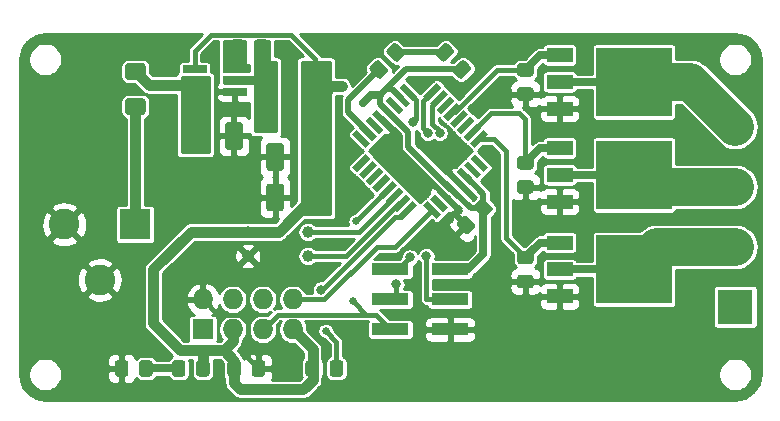
<source format=gbr>
%TF.GenerationSoftware,KiCad,Pcbnew,(5.1.6)-1*%
%TF.CreationDate,2020-10-21T10:45:23-05:00*%
%TF.ProjectId,esp-rgb-controller,6573702d-7267-4622-9d63-6f6e74726f6c,rev?*%
%TF.SameCoordinates,Original*%
%TF.FileFunction,Copper,L1,Top*%
%TF.FilePolarity,Positive*%
%FSLAX46Y46*%
G04 Gerber Fmt 4.6, Leading zero omitted, Abs format (unit mm)*
G04 Created by KiCad (PCBNEW (5.1.6)-1) date 2020-10-21 10:45:23*
%MOMM*%
%LPD*%
G01*
G04 APERTURE LIST*
%TA.AperFunction,ComponentPad*%
%ADD10C,3.000000*%
%TD*%
%TA.AperFunction,ComponentPad*%
%ADD11R,3.000000X3.000000*%
%TD*%
%TA.AperFunction,ComponentPad*%
%ADD12R,2.600000X2.600000*%
%TD*%
%TA.AperFunction,ComponentPad*%
%ADD13C,2.600000*%
%TD*%
%TA.AperFunction,SMDPad,CuDef*%
%ADD14R,2.200000X1.200000*%
%TD*%
%TA.AperFunction,SMDPad,CuDef*%
%ADD15R,6.400000X5.800000*%
%TD*%
%TA.AperFunction,SMDPad,CuDef*%
%ADD16C,0.100000*%
%TD*%
%TA.AperFunction,SMDPad,CuDef*%
%ADD17R,2.000000X0.650000*%
%TD*%
%TA.AperFunction,ComponentPad*%
%ADD18R,1.727200X1.727200*%
%TD*%
%TA.AperFunction,ComponentPad*%
%ADD19O,1.727200X1.727200*%
%TD*%
%TA.AperFunction,SMDPad,CuDef*%
%ADD20R,3.150000X1.000000*%
%TD*%
%TA.AperFunction,SMDPad,CuDef*%
%ADD21C,1.000000*%
%TD*%
%TA.AperFunction,SMDPad,CuDef*%
%ADD22R,1.600000X5.700000*%
%TD*%
%TA.AperFunction,ViaPad*%
%ADD23C,0.650000*%
%TD*%
%TA.AperFunction,ViaPad*%
%ADD24C,0.800000*%
%TD*%
%TA.AperFunction,Conductor*%
%ADD25C,0.381000*%
%TD*%
%TA.AperFunction,Conductor*%
%ADD26C,0.508000*%
%TD*%
%TA.AperFunction,Conductor*%
%ADD27C,0.889000*%
%TD*%
%TA.AperFunction,Conductor*%
%ADD28C,0.635000*%
%TD*%
%TA.AperFunction,Conductor*%
%ADD29C,3.175000*%
%TD*%
%TA.AperFunction,Conductor*%
%ADD30C,0.254000*%
%TD*%
G04 APERTURE END LIST*
D10*
%TO.P,J6,2*%
%TO.N,/G*%
X187325000Y-108585000D03*
%TO.P,J6,3*%
%TO.N,/R*%
X187325000Y-103505000D03*
D11*
%TO.P,J6,1*%
%TO.N,+12V*%
X187325000Y-113665000D03*
D10*
%TO.P,J6,4*%
%TO.N,/B*%
X187325000Y-98425000D03*
%TD*%
%TO.P,C1,2*%
%TO.N,GND*%
%TA.AperFunction,SMDPad,CuDef*%
G36*
G01*
X146373000Y-119322001D02*
X146373000Y-118421999D01*
G75*
G02*
X146622999Y-118172000I249999J0D01*
G01*
X147273001Y-118172000D01*
G75*
G02*
X147523000Y-118421999I0J-249999D01*
G01*
X147523000Y-119322001D01*
G75*
G02*
X147273001Y-119572000I-249999J0D01*
G01*
X146622999Y-119572000D01*
G75*
G02*
X146373000Y-119322001I0J249999D01*
G01*
G37*
%TD.AperFunction*%
%TO.P,C1,1*%
%TO.N,+3V3*%
%TA.AperFunction,SMDPad,CuDef*%
G36*
G01*
X144323000Y-119322001D02*
X144323000Y-118421999D01*
G75*
G02*
X144572999Y-118172000I249999J0D01*
G01*
X145223001Y-118172000D01*
G75*
G02*
X145473000Y-118421999I0J-249999D01*
G01*
X145473000Y-119322001D01*
G75*
G02*
X145223001Y-119572000I-249999J0D01*
G01*
X144572999Y-119572000D01*
G75*
G02*
X144323000Y-119322001I0J249999D01*
G01*
G37*
%TD.AperFunction*%
%TD*%
%TO.P,C3,1*%
%TO.N,Net-(C3-Pad1)*%
%TA.AperFunction,SMDPad,CuDef*%
G36*
G01*
X147777000Y-91243999D02*
X147777000Y-92144001D01*
G75*
G02*
X147527001Y-92394000I-249999J0D01*
G01*
X146876999Y-92394000D01*
G75*
G02*
X146627000Y-92144001I0J249999D01*
G01*
X146627000Y-91243999D01*
G75*
G02*
X146876999Y-90994000I249999J0D01*
G01*
X147527001Y-90994000D01*
G75*
G02*
X147777000Y-91243999I0J-249999D01*
G01*
G37*
%TD.AperFunction*%
%TO.P,C3,2*%
%TO.N,Net-(C3-Pad2)*%
%TA.AperFunction,SMDPad,CuDef*%
G36*
G01*
X145727000Y-91243999D02*
X145727000Y-92144001D01*
G75*
G02*
X145477001Y-92394000I-249999J0D01*
G01*
X144826999Y-92394000D01*
G75*
G02*
X144577000Y-92144001I0J249999D01*
G01*
X144577000Y-91243999D01*
G75*
G02*
X144826999Y-90994000I249999J0D01*
G01*
X145477001Y-90994000D01*
G75*
G02*
X145727000Y-91243999I0J-249999D01*
G01*
G37*
%TD.AperFunction*%
%TD*%
%TO.P,C4,1*%
%TO.N,+3V3*%
%TA.AperFunction,SMDPad,CuDef*%
G36*
G01*
X166077388Y-104558215D02*
X166713785Y-105194612D01*
G75*
G02*
X166713785Y-105548164I-176776J-176776D01*
G01*
X166254164Y-106007785D01*
G75*
G02*
X165900612Y-106007785I-176776J176776D01*
G01*
X165264215Y-105371388D01*
G75*
G02*
X165264215Y-105017836I176776J176776D01*
G01*
X165723836Y-104558215D01*
G75*
G02*
X166077388Y-104558215I176776J-176776D01*
G01*
G37*
%TD.AperFunction*%
%TO.P,C4,2*%
%TO.N,GND*%
%TA.AperFunction,SMDPad,CuDef*%
G36*
G01*
X164627820Y-106007783D02*
X165264217Y-106644180D01*
G75*
G02*
X165264217Y-106997732I-176776J-176776D01*
G01*
X164804596Y-107457353D01*
G75*
G02*
X164451044Y-107457353I-176776J176776D01*
G01*
X163814647Y-106820956D01*
G75*
G02*
X163814647Y-106467404I176776J176776D01*
G01*
X164274268Y-106007783D01*
G75*
G02*
X164627820Y-106007783I176776J-176776D01*
G01*
G37*
%TD.AperFunction*%
%TD*%
%TO.P,F2,2*%
%TO.N,Net-(C2-Pad1)*%
%TA.AperFunction,SMDPad,CuDef*%
G36*
G01*
X137150000Y-94438500D02*
X135900000Y-94438500D01*
G75*
G02*
X135650000Y-94188500I0J250000D01*
G01*
X135650000Y-93263500D01*
G75*
G02*
X135900000Y-93013500I250000J0D01*
G01*
X137150000Y-93013500D01*
G75*
G02*
X137400000Y-93263500I0J-250000D01*
G01*
X137400000Y-94188500D01*
G75*
G02*
X137150000Y-94438500I-250000J0D01*
G01*
G37*
%TD.AperFunction*%
%TO.P,F2,1*%
%TO.N,Net-(F1-Pad1)*%
%TA.AperFunction,SMDPad,CuDef*%
G36*
G01*
X137150000Y-97413500D02*
X135900000Y-97413500D01*
G75*
G02*
X135650000Y-97163500I0J250000D01*
G01*
X135650000Y-96238500D01*
G75*
G02*
X135900000Y-95988500I250000J0D01*
G01*
X137150000Y-95988500D01*
G75*
G02*
X137400000Y-96238500I0J-250000D01*
G01*
X137400000Y-97163500D01*
G75*
G02*
X137150000Y-97413500I-250000J0D01*
G01*
G37*
%TD.AperFunction*%
%TD*%
D12*
%TO.P,J1,1*%
%TO.N,Net-(F1-Pad1)*%
X136525000Y-106680000D03*
D13*
%TO.P,J1,2*%
%TO.N,GND*%
X130525000Y-106680000D03*
%TO.P,J1,3*%
X133525000Y-111380000D03*
%TD*%
D14*
%TO.P,Q1,1*%
%TO.N,G_PWM*%
X172457000Y-108210000D03*
%TO.P,Q1,2*%
%TO.N,/G*%
X172457000Y-110490000D03*
%TO.P,Q1,3*%
%TO.N,GND*%
X172457000Y-112770000D03*
D15*
%TO.P,Q1,4*%
%TO.N,/G*%
X178757000Y-110490000D03*
%TD*%
%TO.P,Q2,4*%
%TO.N,/R*%
X178757000Y-102489000D03*
D14*
%TO.P,Q2,3*%
%TO.N,GND*%
X172457000Y-104769000D03*
%TO.P,Q2,2*%
%TO.N,/R*%
X172457000Y-102489000D03*
%TO.P,Q2,1*%
%TO.N,R_PWM*%
X172457000Y-100209000D03*
%TD*%
%TO.P,Q3,1*%
%TO.N,B_PWM*%
X172457000Y-92335000D03*
%TO.P,Q3,2*%
%TO.N,/B*%
X172457000Y-94615000D03*
%TO.P,Q3,3*%
%TO.N,GND*%
X172457000Y-96895000D03*
D15*
%TO.P,Q3,4*%
%TO.N,/B*%
X178757000Y-94615000D03*
%TD*%
%TO.P,R1,1*%
%TO.N,Net-(R1-Pad1)*%
%TA.AperFunction,SMDPad,CuDef*%
G36*
G01*
X157047828Y-94286569D02*
X156411431Y-93650172D01*
G75*
G02*
X156411431Y-93296620I176776J176776D01*
G01*
X156871052Y-92836999D01*
G75*
G02*
X157224604Y-92836999I176776J-176776D01*
G01*
X157861001Y-93473396D01*
G75*
G02*
X157861001Y-93826948I-176776J-176776D01*
G01*
X157401380Y-94286569D01*
G75*
G02*
X157047828Y-94286569I-176776J176776D01*
G01*
G37*
%TD.AperFunction*%
%TO.P,R1,2*%
%TO.N,Net-(D1-Pad1)*%
%TA.AperFunction,SMDPad,CuDef*%
G36*
G01*
X158497396Y-92837001D02*
X157860999Y-92200604D01*
G75*
G02*
X157860999Y-91847052I176776J176776D01*
G01*
X158320620Y-91387431D01*
G75*
G02*
X158674172Y-91387431I176776J-176776D01*
G01*
X159310569Y-92023828D01*
G75*
G02*
X159310569Y-92377380I-176776J-176776D01*
G01*
X158850948Y-92837001D01*
G75*
G02*
X158497396Y-92837001I-176776J176776D01*
G01*
G37*
%TD.AperFunction*%
%TD*%
%TO.P,R2,2*%
%TO.N,Net-(D2-Pad2)*%
%TA.AperFunction,SMDPad,CuDef*%
G36*
G01*
X140774000Y-118421999D02*
X140774000Y-119322001D01*
G75*
G02*
X140524001Y-119572000I-249999J0D01*
G01*
X139873999Y-119572000D01*
G75*
G02*
X139624000Y-119322001I0J249999D01*
G01*
X139624000Y-118421999D01*
G75*
G02*
X139873999Y-118172000I249999J0D01*
G01*
X140524001Y-118172000D01*
G75*
G02*
X140774000Y-118421999I0J-249999D01*
G01*
G37*
%TD.AperFunction*%
%TO.P,R2,1*%
%TO.N,+3V3*%
%TA.AperFunction,SMDPad,CuDef*%
G36*
G01*
X142824000Y-118421999D02*
X142824000Y-119322001D01*
G75*
G02*
X142574001Y-119572000I-249999J0D01*
G01*
X141923999Y-119572000D01*
G75*
G02*
X141674000Y-119322001I0J249999D01*
G01*
X141674000Y-118421999D01*
G75*
G02*
X141923999Y-118172000I249999J0D01*
G01*
X142574001Y-118172000D01*
G75*
G02*
X142824000Y-118421999I0J-249999D01*
G01*
G37*
%TD.AperFunction*%
%TD*%
%TO.P,R3,2*%
%TO.N,GND*%
%TA.AperFunction,SMDPad,CuDef*%
G36*
G01*
X169094999Y-110940000D02*
X169995001Y-110940000D01*
G75*
G02*
X170245000Y-111189999I0J-249999D01*
G01*
X170245000Y-111840001D01*
G75*
G02*
X169995001Y-112090000I-249999J0D01*
G01*
X169094999Y-112090000D01*
G75*
G02*
X168845000Y-111840001I0J249999D01*
G01*
X168845000Y-111189999D01*
G75*
G02*
X169094999Y-110940000I249999J0D01*
G01*
G37*
%TD.AperFunction*%
%TO.P,R3,1*%
%TO.N,G_PWM*%
%TA.AperFunction,SMDPad,CuDef*%
G36*
G01*
X169094999Y-108890000D02*
X169995001Y-108890000D01*
G75*
G02*
X170245000Y-109139999I0J-249999D01*
G01*
X170245000Y-109790001D01*
G75*
G02*
X169995001Y-110040000I-249999J0D01*
G01*
X169094999Y-110040000D01*
G75*
G02*
X168845000Y-109790001I0J249999D01*
G01*
X168845000Y-109139999D01*
G75*
G02*
X169094999Y-108890000I249999J0D01*
G01*
G37*
%TD.AperFunction*%
%TD*%
%TO.P,R4,1*%
%TO.N,R_PWM*%
%TA.AperFunction,SMDPad,CuDef*%
G36*
G01*
X169094999Y-100889000D02*
X169995001Y-100889000D01*
G75*
G02*
X170245000Y-101138999I0J-249999D01*
G01*
X170245000Y-101789001D01*
G75*
G02*
X169995001Y-102039000I-249999J0D01*
G01*
X169094999Y-102039000D01*
G75*
G02*
X168845000Y-101789001I0J249999D01*
G01*
X168845000Y-101138999D01*
G75*
G02*
X169094999Y-100889000I249999J0D01*
G01*
G37*
%TD.AperFunction*%
%TO.P,R4,2*%
%TO.N,GND*%
%TA.AperFunction,SMDPad,CuDef*%
G36*
G01*
X169094999Y-102939000D02*
X169995001Y-102939000D01*
G75*
G02*
X170245000Y-103188999I0J-249999D01*
G01*
X170245000Y-103839001D01*
G75*
G02*
X169995001Y-104089000I-249999J0D01*
G01*
X169094999Y-104089000D01*
G75*
G02*
X168845000Y-103839001I0J249999D01*
G01*
X168845000Y-103188999D01*
G75*
G02*
X169094999Y-102939000I249999J0D01*
G01*
G37*
%TD.AperFunction*%
%TD*%
%TO.P,R5,1*%
%TO.N,B_PWM*%
%TA.AperFunction,SMDPad,CuDef*%
G36*
G01*
X169094999Y-93015000D02*
X169995001Y-93015000D01*
G75*
G02*
X170245000Y-93264999I0J-249999D01*
G01*
X170245000Y-93915001D01*
G75*
G02*
X169995001Y-94165000I-249999J0D01*
G01*
X169094999Y-94165000D01*
G75*
G02*
X168845000Y-93915001I0J249999D01*
G01*
X168845000Y-93264999D01*
G75*
G02*
X169094999Y-93015000I249999J0D01*
G01*
G37*
%TD.AperFunction*%
%TO.P,R5,2*%
%TO.N,GND*%
%TA.AperFunction,SMDPad,CuDef*%
G36*
G01*
X169094999Y-95065000D02*
X169995001Y-95065000D01*
G75*
G02*
X170245000Y-95314999I0J-249999D01*
G01*
X170245000Y-95965001D01*
G75*
G02*
X169995001Y-96215000I-249999J0D01*
G01*
X169094999Y-96215000D01*
G75*
G02*
X168845000Y-95965001I0J249999D01*
G01*
X168845000Y-95314999D01*
G75*
G02*
X169094999Y-95065000I249999J0D01*
G01*
G37*
%TD.AperFunction*%
%TD*%
%TA.AperFunction,SMDPad,CuDef*%
D16*
%TO.P,U1,1*%
%TO.N,ESP_RX*%
G36*
X162440445Y-105813334D02*
G01*
X162051536Y-106202243D01*
X160920165Y-105070872D01*
X161309074Y-104681963D01*
X162440445Y-105813334D01*
G37*
%TD.AperFunction*%
%TA.AperFunction,SMDPad,CuDef*%
%TO.P,U1,2*%
%TO.N,Net-(U1-Pad2)*%
G36*
X163006130Y-105247648D02*
G01*
X162617221Y-105636557D01*
X161485850Y-104505186D01*
X161874759Y-104116277D01*
X163006130Y-105247648D01*
G37*
%TD.AperFunction*%
%TA.AperFunction,SMDPad,CuDef*%
%TO.P,U1,3*%
%TO.N,GND*%
G36*
X163571816Y-104681963D02*
G01*
X163182907Y-105070872D01*
X162051536Y-103939501D01*
X162440445Y-103550592D01*
X163571816Y-104681963D01*
G37*
%TD.AperFunction*%
%TA.AperFunction,SMDPad,CuDef*%
%TO.P,U1,4*%
%TO.N,+3V3*%
G36*
X164137501Y-104116278D02*
G01*
X163748592Y-104505187D01*
X162617221Y-103373816D01*
X163006130Y-102984907D01*
X164137501Y-104116278D01*
G37*
%TD.AperFunction*%
%TA.AperFunction,SMDPad,CuDef*%
%TO.P,U1,5*%
%TO.N,GND*%
G36*
X164703187Y-103550592D02*
G01*
X164314278Y-103939501D01*
X163182907Y-102808130D01*
X163571816Y-102419221D01*
X164703187Y-103550592D01*
G37*
%TD.AperFunction*%
%TA.AperFunction,SMDPad,CuDef*%
%TO.P,U1,6*%
%TO.N,+3V3*%
G36*
X165268872Y-102984907D02*
G01*
X164879963Y-103373816D01*
X163748592Y-102242445D01*
X164137501Y-101853536D01*
X165268872Y-102984907D01*
G37*
%TD.AperFunction*%
%TA.AperFunction,SMDPad,CuDef*%
%TO.P,U1,7*%
%TO.N,Net-(U1-Pad7)*%
G36*
X165834557Y-102419221D02*
G01*
X165445648Y-102808130D01*
X164314277Y-101676759D01*
X164703186Y-101287850D01*
X165834557Y-102419221D01*
G37*
%TD.AperFunction*%
%TA.AperFunction,SMDPad,CuDef*%
%TO.P,U1,8*%
%TO.N,Net-(U1-Pad8)*%
G36*
X166400243Y-101853536D02*
G01*
X166011334Y-102242445D01*
X164879963Y-101111074D01*
X165268872Y-100722165D01*
X166400243Y-101853536D01*
G37*
%TD.AperFunction*%
%TA.AperFunction,SMDPad,CuDef*%
%TO.P,U1,9*%
%TO.N,G_PWM*%
G36*
X166011334Y-98671555D02*
G01*
X166400243Y-99060464D01*
X165268872Y-100191835D01*
X164879963Y-99802926D01*
X166011334Y-98671555D01*
G37*
%TD.AperFunction*%
%TA.AperFunction,SMDPad,CuDef*%
%TO.P,U1,10*%
%TO.N,R_PWM*%
G36*
X165445648Y-98105870D02*
G01*
X165834557Y-98494779D01*
X164703186Y-99626150D01*
X164314277Y-99237241D01*
X165445648Y-98105870D01*
G37*
%TD.AperFunction*%
%TA.AperFunction,SMDPad,CuDef*%
%TO.P,U1,11*%
%TO.N,Net-(U1-Pad11)*%
G36*
X164879963Y-97540184D02*
G01*
X165268872Y-97929093D01*
X164137501Y-99060464D01*
X163748592Y-98671555D01*
X164879963Y-97540184D01*
G37*
%TD.AperFunction*%
%TA.AperFunction,SMDPad,CuDef*%
%TO.P,U1,12*%
%TO.N,Net-(U1-Pad12)*%
G36*
X164314278Y-96974499D02*
G01*
X164703187Y-97363408D01*
X163571816Y-98494779D01*
X163182907Y-98105870D01*
X164314278Y-96974499D01*
G37*
%TD.AperFunction*%
%TA.AperFunction,SMDPad,CuDef*%
%TO.P,U1,13*%
%TO.N,B_PWM*%
G36*
X163748592Y-96408813D02*
G01*
X164137501Y-96797722D01*
X163006130Y-97929093D01*
X162617221Y-97540184D01*
X163748592Y-96408813D01*
G37*
%TD.AperFunction*%
%TA.AperFunction,SMDPad,CuDef*%
%TO.P,U1,14*%
%TO.N,Net-(U1-Pad14)*%
G36*
X163182907Y-95843128D02*
G01*
X163571816Y-96232037D01*
X162440445Y-97363408D01*
X162051536Y-96974499D01*
X163182907Y-95843128D01*
G37*
%TD.AperFunction*%
%TA.AperFunction,SMDPad,CuDef*%
%TO.P,U1,15*%
%TO.N,MOSI*%
G36*
X162617221Y-95277443D02*
G01*
X163006130Y-95666352D01*
X161874759Y-96797723D01*
X161485850Y-96408814D01*
X162617221Y-95277443D01*
G37*
%TD.AperFunction*%
%TA.AperFunction,SMDPad,CuDef*%
%TO.P,U1,16*%
%TO.N,MISO*%
G36*
X162051536Y-94711757D02*
G01*
X162440445Y-95100666D01*
X161309074Y-96232037D01*
X160920165Y-95843128D01*
X162051536Y-94711757D01*
G37*
%TD.AperFunction*%
%TA.AperFunction,SMDPad,CuDef*%
%TO.P,U1,17*%
%TO.N,SCK*%
G36*
X160389835Y-95843128D02*
G01*
X160000926Y-96232037D01*
X158869555Y-95100666D01*
X159258464Y-94711757D01*
X160389835Y-95843128D01*
G37*
%TD.AperFunction*%
%TA.AperFunction,SMDPad,CuDef*%
%TO.P,U1,18*%
%TO.N,+3V3*%
G36*
X159824150Y-96408814D02*
G01*
X159435241Y-96797723D01*
X158303870Y-95666352D01*
X158692779Y-95277443D01*
X159824150Y-96408814D01*
G37*
%TD.AperFunction*%
%TA.AperFunction,SMDPad,CuDef*%
%TO.P,U1,19*%
%TO.N,Net-(U1-Pad19)*%
G36*
X159258464Y-96974499D02*
G01*
X158869555Y-97363408D01*
X157738184Y-96232037D01*
X158127093Y-95843128D01*
X159258464Y-96974499D01*
G37*
%TD.AperFunction*%
%TA.AperFunction,SMDPad,CuDef*%
%TO.P,U1,20*%
%TO.N,+3V3*%
G36*
X158692779Y-97540184D02*
G01*
X158303870Y-97929093D01*
X157172499Y-96797722D01*
X157561408Y-96408813D01*
X158692779Y-97540184D01*
G37*
%TD.AperFunction*%
%TA.AperFunction,SMDPad,CuDef*%
%TO.P,U1,21*%
%TO.N,GND*%
G36*
X158127093Y-98105870D02*
G01*
X157738184Y-98494779D01*
X156606813Y-97363408D01*
X156995722Y-96974499D01*
X158127093Y-98105870D01*
G37*
%TD.AperFunction*%
%TA.AperFunction,SMDPad,CuDef*%
%TO.P,U1,22*%
%TO.N,Net-(U1-Pad22)*%
G36*
X157561408Y-98671555D02*
G01*
X157172499Y-99060464D01*
X156041128Y-97929093D01*
X156430037Y-97540184D01*
X157561408Y-98671555D01*
G37*
%TD.AperFunction*%
%TA.AperFunction,SMDPad,CuDef*%
%TO.P,U1,23*%
%TO.N,Net-(R1-Pad1)*%
G36*
X156995723Y-99237241D02*
G01*
X156606814Y-99626150D01*
X155475443Y-98494779D01*
X155864352Y-98105870D01*
X156995723Y-99237241D01*
G37*
%TD.AperFunction*%
%TA.AperFunction,SMDPad,CuDef*%
%TO.P,U1,24*%
%TO.N,Net-(U1-Pad24)*%
G36*
X156430037Y-99802926D02*
G01*
X156041128Y-100191835D01*
X154909757Y-99060464D01*
X155298666Y-98671555D01*
X156430037Y-99802926D01*
G37*
%TD.AperFunction*%
%TA.AperFunction,SMDPad,CuDef*%
%TO.P,U1,25*%
%TO.N,Net-(U1-Pad25)*%
G36*
X156041128Y-100722165D02*
G01*
X156430037Y-101111074D01*
X155298666Y-102242445D01*
X154909757Y-101853536D01*
X156041128Y-100722165D01*
G37*
%TD.AperFunction*%
%TA.AperFunction,SMDPad,CuDef*%
%TO.P,U1,26*%
%TO.N,Net-(U1-Pad26)*%
G36*
X156606814Y-101287850D02*
G01*
X156995723Y-101676759D01*
X155864352Y-102808130D01*
X155475443Y-102419221D01*
X156606814Y-101287850D01*
G37*
%TD.AperFunction*%
%TA.AperFunction,SMDPad,CuDef*%
%TO.P,U1,27*%
%TO.N,Net-(U1-Pad27)*%
G36*
X157172499Y-101853536D02*
G01*
X157561408Y-102242445D01*
X156430037Y-103373816D01*
X156041128Y-102984907D01*
X157172499Y-101853536D01*
G37*
%TD.AperFunction*%
%TA.AperFunction,SMDPad,CuDef*%
%TO.P,U1,28*%
%TO.N,Net-(U1-Pad28)*%
G36*
X157738184Y-102419221D02*
G01*
X158127093Y-102808130D01*
X156995722Y-103939501D01*
X156606813Y-103550592D01*
X157738184Y-102419221D01*
G37*
%TD.AperFunction*%
%TA.AperFunction,SMDPad,CuDef*%
%TO.P,U1,29*%
%TO.N,~RST*%
G36*
X158303870Y-102984907D02*
G01*
X158692779Y-103373816D01*
X157561408Y-104505187D01*
X157172499Y-104116278D01*
X158303870Y-102984907D01*
G37*
%TD.AperFunction*%
%TA.AperFunction,SMDPad,CuDef*%
%TO.P,U1,30*%
%TO.N,MCU_RX*%
G36*
X158869555Y-103550592D02*
G01*
X159258464Y-103939501D01*
X158127093Y-105070872D01*
X157738184Y-104681963D01*
X158869555Y-103550592D01*
G37*
%TD.AperFunction*%
%TA.AperFunction,SMDPad,CuDef*%
%TO.P,U1,31*%
%TO.N,MCU_TX*%
G36*
X159435241Y-104116277D02*
G01*
X159824150Y-104505186D01*
X158692779Y-105636557D01*
X158303870Y-105247648D01*
X159435241Y-104116277D01*
G37*
%TD.AperFunction*%
%TA.AperFunction,SMDPad,CuDef*%
%TO.P,U1,32*%
%TO.N,ESP_TX*%
G36*
X160000926Y-104681963D02*
G01*
X160389835Y-105070872D01*
X159258464Y-106202243D01*
X158869555Y-105813334D01*
X160000926Y-104681963D01*
G37*
%TD.AperFunction*%
%TD*%
D17*
%TO.P,U2,1*%
%TO.N,+3V3*%
X141546000Y-93538000D03*
%TO.P,U2,2*%
%TO.N,Net-(C2-Pad1)*%
X141546000Y-94488000D03*
%TO.P,U2,3*%
X141546000Y-95438000D03*
%TO.P,U2,4*%
%TO.N,GND*%
X144966000Y-95438000D03*
%TO.P,U2,5*%
%TO.N,Net-(C3-Pad1)*%
X144966000Y-94488000D03*
%TO.P,U2,6*%
%TO.N,Net-(C3-Pad2)*%
X144966000Y-93538000D03*
%TD*%
D18*
%TO.P,U3,1*%
%TO.N,ESP_TX*%
X142240000Y-115570000D03*
D19*
%TO.P,U3,2*%
%TO.N,GND*%
X142240000Y-113030000D03*
%TO.P,U3,3*%
%TO.N,+3V3*%
X144780000Y-115570000D03*
%TO.P,U3,4*%
%TO.N,Net-(U3-Pad4)*%
X144780000Y-113030000D03*
%TO.P,U3,5*%
%TO.N,~RST*%
X147320000Y-115570000D03*
%TO.P,U3,6*%
%TO.N,Net-(R6-Pad1)*%
X147320000Y-113030000D03*
%TO.P,U3,7*%
%TO.N,+3V3*%
X149860000Y-115570000D03*
%TO.P,U3,8*%
%TO.N,ESP_RX*%
X149860000Y-113030000D03*
%TD*%
D20*
%TO.P,J4,1*%
%TO.N,MISO*%
X158130000Y-110490000D03*
%TO.P,J4,2*%
%TO.N,+3V3*%
X163180000Y-110490000D03*
%TO.P,J4,3*%
%TO.N,SCK*%
X158130000Y-113030000D03*
%TO.P,J4,4*%
%TO.N,MOSI*%
X163180000Y-113030000D03*
%TO.P,J4,5*%
%TO.N,~RST*%
X158130000Y-115570000D03*
%TO.P,J4,6*%
%TO.N,GND*%
X163180000Y-115570000D03*
%TD*%
%TO.P,C2,1*%
%TO.N,Net-(C2-Pad1)*%
%TA.AperFunction,SMDPad,CuDef*%
G36*
G01*
X140881000Y-100112000D02*
X140881000Y-98262000D01*
G75*
G02*
X141131000Y-98012000I250000J0D01*
G01*
X142131000Y-98012000D01*
G75*
G02*
X142381000Y-98262000I0J-250000D01*
G01*
X142381000Y-100112000D01*
G75*
G02*
X142131000Y-100362000I-250000J0D01*
G01*
X141131000Y-100362000D01*
G75*
G02*
X140881000Y-100112000I0J250000D01*
G01*
G37*
%TD.AperFunction*%
%TO.P,C2,2*%
%TO.N,GND*%
%TA.AperFunction,SMDPad,CuDef*%
G36*
G01*
X144131000Y-100112000D02*
X144131000Y-98262000D01*
G75*
G02*
X144381000Y-98012000I250000J0D01*
G01*
X145381000Y-98012000D01*
G75*
G02*
X145631000Y-98262000I0J-250000D01*
G01*
X145631000Y-100112000D01*
G75*
G02*
X145381000Y-100362000I-250000J0D01*
G01*
X144381000Y-100362000D01*
G75*
G02*
X144131000Y-100112000I0J250000D01*
G01*
G37*
%TD.AperFunction*%
%TD*%
%TO.P,C5,2*%
%TO.N,GND*%
%TA.AperFunction,SMDPad,CuDef*%
G36*
G01*
X149112000Y-103469000D02*
X149112000Y-105319000D01*
G75*
G02*
X148862000Y-105569000I-250000J0D01*
G01*
X147862000Y-105569000D01*
G75*
G02*
X147612000Y-105319000I0J250000D01*
G01*
X147612000Y-103469000D01*
G75*
G02*
X147862000Y-103219000I250000J0D01*
G01*
X148862000Y-103219000D01*
G75*
G02*
X149112000Y-103469000I0J-250000D01*
G01*
G37*
%TD.AperFunction*%
%TO.P,C5,1*%
%TO.N,+3V3*%
%TA.AperFunction,SMDPad,CuDef*%
G36*
G01*
X152362000Y-103469000D02*
X152362000Y-105319000D01*
G75*
G02*
X152112000Y-105569000I-250000J0D01*
G01*
X151112000Y-105569000D01*
G75*
G02*
X150862000Y-105319000I0J250000D01*
G01*
X150862000Y-103469000D01*
G75*
G02*
X151112000Y-103219000I250000J0D01*
G01*
X152112000Y-103219000D01*
G75*
G02*
X152362000Y-103469000I0J-250000D01*
G01*
G37*
%TD.AperFunction*%
%TD*%
%TO.P,C6,1*%
%TO.N,+3V3*%
%TA.AperFunction,SMDPad,CuDef*%
G36*
G01*
X152362000Y-100040000D02*
X152362000Y-101890000D01*
G75*
G02*
X152112000Y-102140000I-250000J0D01*
G01*
X151112000Y-102140000D01*
G75*
G02*
X150862000Y-101890000I0J250000D01*
G01*
X150862000Y-100040000D01*
G75*
G02*
X151112000Y-99790000I250000J0D01*
G01*
X152112000Y-99790000D01*
G75*
G02*
X152362000Y-100040000I0J-250000D01*
G01*
G37*
%TD.AperFunction*%
%TO.P,C6,2*%
%TO.N,GND*%
%TA.AperFunction,SMDPad,CuDef*%
G36*
G01*
X149112000Y-100040000D02*
X149112000Y-101890000D01*
G75*
G02*
X148862000Y-102140000I-250000J0D01*
G01*
X147862000Y-102140000D01*
G75*
G02*
X147612000Y-101890000I0J250000D01*
G01*
X147612000Y-100040000D01*
G75*
G02*
X147862000Y-99790000I250000J0D01*
G01*
X148862000Y-99790000D01*
G75*
G02*
X149112000Y-100040000I0J-250000D01*
G01*
G37*
%TD.AperFunction*%
%TD*%
%TO.P,D1,2*%
%TO.N,+3V3*%
%TA.AperFunction,SMDPad,CuDef*%
G36*
G01*
X163448999Y-93473396D02*
X164085396Y-92836999D01*
G75*
G02*
X164438948Y-92836999I176776J-176776D01*
G01*
X164898569Y-93296620D01*
G75*
G02*
X164898569Y-93650172I-176776J-176776D01*
G01*
X164262172Y-94286569D01*
G75*
G02*
X163908620Y-94286569I-176776J176776D01*
G01*
X163448999Y-93826948D01*
G75*
G02*
X163448999Y-93473396I176776J176776D01*
G01*
G37*
%TD.AperFunction*%
%TO.P,D1,1*%
%TO.N,Net-(D1-Pad1)*%
%TA.AperFunction,SMDPad,CuDef*%
G36*
G01*
X161999431Y-92023828D02*
X162635828Y-91387431D01*
G75*
G02*
X162989380Y-91387431I176776J-176776D01*
G01*
X163449001Y-91847052D01*
G75*
G02*
X163449001Y-92200604I-176776J-176776D01*
G01*
X162812604Y-92837001D01*
G75*
G02*
X162459052Y-92837001I-176776J176776D01*
G01*
X161999431Y-92377380D01*
G75*
G02*
X161999431Y-92023828I176776J176776D01*
G01*
G37*
%TD.AperFunction*%
%TD*%
%TO.P,D2,1*%
%TO.N,GND*%
%TA.AperFunction,SMDPad,CuDef*%
G36*
G01*
X134789000Y-119322001D02*
X134789000Y-118421999D01*
G75*
G02*
X135038999Y-118172000I249999J0D01*
G01*
X135689001Y-118172000D01*
G75*
G02*
X135939000Y-118421999I0J-249999D01*
G01*
X135939000Y-119322001D01*
G75*
G02*
X135689001Y-119572000I-249999J0D01*
G01*
X135038999Y-119572000D01*
G75*
G02*
X134789000Y-119322001I0J249999D01*
G01*
G37*
%TD.AperFunction*%
%TO.P,D2,2*%
%TO.N,Net-(D2-Pad2)*%
%TA.AperFunction,SMDPad,CuDef*%
G36*
G01*
X136839000Y-119322001D02*
X136839000Y-118421999D01*
G75*
G02*
X137088999Y-118172000I249999J0D01*
G01*
X137739001Y-118172000D01*
G75*
G02*
X137989000Y-118421999I0J-249999D01*
G01*
X137989000Y-119322001D01*
G75*
G02*
X137739001Y-119572000I-249999J0D01*
G01*
X137088999Y-119572000D01*
G75*
G02*
X136839000Y-119322001I0J249999D01*
G01*
G37*
%TD.AperFunction*%
%TD*%
%TO.P,R6,1*%
%TO.N,Net-(R6-Pad1)*%
%TA.AperFunction,SMDPad,CuDef*%
G36*
G01*
X154127000Y-118421999D02*
X154127000Y-119322001D01*
G75*
G02*
X153877001Y-119572000I-249999J0D01*
G01*
X153226999Y-119572000D01*
G75*
G02*
X152977000Y-119322001I0J249999D01*
G01*
X152977000Y-118421999D01*
G75*
G02*
X153226999Y-118172000I249999J0D01*
G01*
X153877001Y-118172000D01*
G75*
G02*
X154127000Y-118421999I0J-249999D01*
G01*
G37*
%TD.AperFunction*%
%TO.P,R6,2*%
%TO.N,+3V3*%
%TA.AperFunction,SMDPad,CuDef*%
G36*
G01*
X152077000Y-118421999D02*
X152077000Y-119322001D01*
G75*
G02*
X151827001Y-119572000I-249999J0D01*
G01*
X151176999Y-119572000D01*
G75*
G02*
X150927000Y-119322001I0J249999D01*
G01*
X150927000Y-118421999D01*
G75*
G02*
X151176999Y-118172000I249999J0D01*
G01*
X151827001Y-118172000D01*
G75*
G02*
X152077000Y-118421999I0J-249999D01*
G01*
G37*
%TD.AperFunction*%
%TD*%
D21*
%TO.P,TP1,1*%
%TO.N,MCU_RX*%
X151130000Y-107315000D03*
%TD*%
%TO.P,TP2,1*%
%TO.N,MCU_TX*%
X151130000Y-109347000D03*
%TD*%
%TO.P,TP3,1*%
%TO.N,GND*%
X146050000Y-109347000D03*
%TD*%
%TO.P,TP4,1*%
%TO.N,+3V3*%
X146050000Y-107315000D03*
%TD*%
D22*
%TO.P,L1,1*%
%TO.N,Net-(C3-Pad1)*%
X147510000Y-95885000D03*
%TO.P,L1,2*%
%TO.N,+3V3*%
X152210000Y-95885000D03*
%TD*%
D23*
%TO.N,GND*%
X163449000Y-101473000D03*
X164465000Y-100457000D03*
X163449000Y-99441000D03*
X163449000Y-100457000D03*
X163957000Y-105537000D03*
X163195000Y-106299000D03*
X166370000Y-103124000D03*
X167132000Y-102362000D03*
%TO.N,+3V3*%
X155829000Y-96393000D03*
X154051000Y-94996000D03*
D24*
%TO.N,MISO*%
X159766000Y-109474000D03*
X161290000Y-98933000D03*
%TO.N,SCK*%
X160020000Y-98044000D03*
X158623000Y-111760000D03*
%TO.N,MOSI*%
X162290003Y-98933000D03*
X161163000Y-109347000D03*
D23*
%TO.N,~RST*%
X155194000Y-106426000D03*
X154940000Y-113157000D03*
D24*
%TO.N,ESP_TX*%
X152236282Y-112202782D03*
D23*
%TO.N,Net-(R6-Pad1)*%
X152654000Y-115697000D03*
%TD*%
D25*
%TO.N,GND*%
X146065899Y-117989899D02*
X146948000Y-118872000D01*
X146065899Y-114999829D02*
X146065899Y-117989899D01*
X145381969Y-114315899D02*
X146065899Y-114999829D01*
X143525899Y-114315899D02*
X145381969Y-114315899D01*
X142240000Y-113030000D02*
X143525899Y-114315899D01*
D26*
%TO.N,+3V3*%
X164915314Y-105283000D02*
X165989000Y-105283000D01*
X163377361Y-103745047D02*
X164915314Y-105283000D01*
X165989000Y-104093944D02*
X165989000Y-105283000D01*
X164508732Y-102613676D02*
X165989000Y-104093944D01*
X163276969Y-103745047D02*
X159639000Y-100107078D01*
X163377361Y-103745047D02*
X163276969Y-103745047D01*
X159639000Y-98875314D02*
X157932639Y-97168953D01*
X159639000Y-100107078D02*
X159639000Y-98875314D01*
X159064010Y-96037583D02*
X158276427Y-95250000D01*
X158276427Y-95250000D02*
X157734000Y-95250000D01*
X157284174Y-96520488D02*
X157932639Y-97168953D01*
X157284174Y-95699826D02*
X157284174Y-96520488D01*
X164173784Y-93561784D02*
X159422216Y-93561784D01*
X157734000Y-95250000D02*
X157607000Y-95377000D01*
X157607000Y-95377000D02*
X157284174Y-95699826D01*
X151760000Y-94996000D02*
X152654000Y-94996000D01*
X159422216Y-93561784D02*
X157607000Y-95377000D01*
D27*
X144780000Y-116586000D02*
X144780000Y-115570000D01*
X144018000Y-117348000D02*
X144780000Y-116586000D01*
X142249000Y-117466000D02*
X142367000Y-117348000D01*
X142249000Y-118872000D02*
X142249000Y-117466000D01*
X142367000Y-117348000D02*
X144018000Y-117348000D01*
X144898000Y-118228000D02*
X144018000Y-117348000D01*
X144898000Y-118872000D02*
X144898000Y-118228000D01*
X144898000Y-118872000D02*
X144898000Y-120133000D01*
X144898000Y-120133000D02*
X145415000Y-120650000D01*
X145415000Y-120650000D02*
X150749000Y-120650000D01*
X151529000Y-119870000D02*
X151529000Y-118872000D01*
X150749000Y-120650000D02*
X151529000Y-119870000D01*
X151529000Y-117239000D02*
X149860000Y-115570000D01*
X151529000Y-118872000D02*
X151529000Y-117239000D01*
D28*
X163180000Y-110490000D02*
X164719000Y-110490000D01*
X165989000Y-109220000D02*
X165989000Y-105283000D01*
X164719000Y-110490000D02*
X165989000Y-109220000D01*
X157284174Y-95699826D02*
X156522174Y-95699826D01*
X156522174Y-95699826D02*
X155829000Y-96393000D01*
D25*
X149698490Y-90603490D02*
X142949510Y-90603490D01*
X151760000Y-94996000D02*
X151760000Y-92665000D01*
X151760000Y-92665000D02*
X149698490Y-90603490D01*
X141546000Y-92007000D02*
X141546000Y-93538000D01*
X142949510Y-90603490D02*
X141546000Y-92007000D01*
D27*
X140335000Y-117348000D02*
X142367000Y-117348000D01*
X138049000Y-115062000D02*
X140335000Y-117348000D01*
X138049000Y-110490000D02*
X138049000Y-115062000D01*
X153099000Y-94996000D02*
X152210000Y-95885000D01*
X154051000Y-94996000D02*
X153099000Y-94996000D01*
X141224000Y-107315000D02*
X138049000Y-110490000D01*
X146050000Y-107315000D02*
X141224000Y-107315000D01*
X148691000Y-107315000D02*
X151612000Y-104394000D01*
X146050000Y-107315000D02*
X148691000Y-107315000D01*
%TO.N,Net-(C2-Pad1)*%
X136525000Y-93726000D02*
X137668000Y-94869000D01*
X141165000Y-94869000D02*
X141292000Y-94996000D01*
X137668000Y-94869000D02*
X141165000Y-94869000D01*
X141292000Y-94996000D02*
X141605000Y-94996000D01*
D26*
%TO.N,Net-(D1-Pad1)*%
X158585784Y-92112216D02*
X162724216Y-92112216D01*
D28*
%TO.N,Net-(D2-Pad2)*%
X140199000Y-118872000D02*
X137414000Y-118872000D01*
D27*
%TO.N,Net-(F1-Pad1)*%
X136525000Y-96701000D02*
X136525000Y-106680000D01*
D25*
%TO.N,MCU_TX*%
X154403232Y-109347000D02*
X151130000Y-109347000D01*
X158873815Y-104876417D02*
X154403232Y-109347000D01*
X159064010Y-104876417D02*
X158873815Y-104876417D01*
%TO.N,MCU_RX*%
X155494056Y-107315000D02*
X158498324Y-104310732D01*
X151130000Y-107315000D02*
X155494056Y-107315000D01*
%TO.N,MISO*%
X158130000Y-110490000D02*
X158750000Y-110490000D01*
X158750000Y-110490000D02*
X159766000Y-109474000D01*
X160890001Y-98533001D02*
X160890001Y-96262201D01*
X160890001Y-96262201D02*
X161680305Y-95471897D01*
X161290000Y-98933000D02*
X160890001Y-98533001D01*
%TO.N,SCK*%
X160283510Y-97780490D02*
X160020000Y-98044000D01*
X159629695Y-95471897D02*
X160283510Y-96125712D01*
X160283510Y-96125712D02*
X160283510Y-97780490D01*
X158623000Y-112537000D02*
X158130000Y-113030000D01*
X158623000Y-111760000D02*
X158623000Y-112537000D01*
%TO.N,MOSI*%
X162290003Y-98771476D02*
X162290003Y-98933000D01*
X161661026Y-98142499D02*
X162290003Y-98771476D01*
X162245990Y-96037583D02*
X161661026Y-96622547D01*
X161661026Y-96622547D02*
X161661026Y-98142499D01*
X161224000Y-113030000D02*
X163180000Y-113030000D01*
X161163000Y-112969000D02*
X161224000Y-113030000D01*
X161163000Y-109347000D02*
X161163000Y-112969000D01*
%TO.N,~RST*%
X156875899Y-114315899D02*
X158130000Y-115570000D01*
X148574101Y-114315899D02*
X156875899Y-114315899D01*
X148574101Y-114315899D02*
X147320000Y-115570000D01*
X157932639Y-103745047D02*
X157874953Y-103745047D01*
X157874953Y-103745047D02*
X155194000Y-106426000D01*
X156098899Y-114315899D02*
X156875899Y-114315899D01*
X154940000Y-113157000D02*
X156098899Y-114315899D01*
%TO.N,ESP_RX*%
X149860000Y-113030000D02*
X152527000Y-113030000D01*
X152527000Y-113030000D02*
X156972000Y-108585000D01*
X158537408Y-108585000D02*
X161680305Y-105442103D01*
X156972000Y-108585000D02*
X158537408Y-108585000D01*
%TO.N,ESP_TX*%
X152369122Y-112202782D02*
X152236282Y-112202782D01*
X159629695Y-105442103D02*
X159044731Y-106027067D01*
X158544837Y-106027067D02*
X152369122Y-112202782D01*
X159044731Y-106027067D02*
X158544837Y-106027067D01*
D29*
%TO.N,/G*%
X180662000Y-108585000D02*
X187325000Y-108585000D01*
X178757000Y-110490000D02*
X180662000Y-108585000D01*
D28*
X172457000Y-110490000D02*
X178757000Y-110490000D01*
D29*
%TO.N,/R*%
X179773000Y-103505000D02*
X178757000Y-102489000D01*
X187325000Y-103505000D02*
X179773000Y-103505000D01*
D28*
X172457000Y-102489000D02*
X178757000Y-102489000D01*
D29*
%TO.N,/B*%
X183515000Y-94615000D02*
X178757000Y-94615000D01*
X187325000Y-98425000D02*
X183515000Y-94615000D01*
D28*
X172457000Y-94615000D02*
X178757000Y-94615000D01*
%TO.N,G_PWM*%
X170800000Y-108210000D02*
X172457000Y-108210000D01*
X169545000Y-109465000D02*
X170800000Y-108210000D01*
D25*
X165640103Y-99431695D02*
X166868695Y-99431695D01*
X166868695Y-99431695D02*
X167894000Y-100457000D01*
X167894000Y-107814000D02*
X169545000Y-109465000D01*
X167894000Y-100457000D02*
X167894000Y-107814000D01*
D28*
%TO.N,R_PWM*%
X170800000Y-100209000D02*
X172457000Y-100209000D01*
X169545000Y-101464000D02*
X170800000Y-100209000D01*
D25*
X165074417Y-98866010D02*
X166658427Y-97282000D01*
X166658427Y-97282000D02*
X169037000Y-97282000D01*
X169545000Y-97790000D02*
X169545000Y-101464000D01*
X169037000Y-97282000D02*
X169545000Y-97790000D01*
D28*
%TO.N,B_PWM*%
X170800000Y-92335000D02*
X172457000Y-92335000D01*
X169545000Y-93590000D02*
X170800000Y-92335000D01*
D25*
X167146510Y-93590000D02*
X169545000Y-93590000D01*
X163567557Y-97168953D02*
X167146510Y-93590000D01*
X163377361Y-97168953D02*
X163567557Y-97168953D01*
D26*
%TO.N,Net-(R1-Pad1)*%
X156235583Y-98866010D02*
X154559000Y-97189427D01*
X154559000Y-96139000D02*
X157136216Y-93561784D01*
X154559000Y-97189427D02*
X154559000Y-96139000D01*
D25*
%TO.N,Net-(R6-Pad1)*%
X153552000Y-118872000D02*
X153552000Y-116595000D01*
X153552000Y-116595000D02*
X152654000Y-115697000D01*
%TD*%
D30*
%TO.N,GND*%
G36*
X141161748Y-91583030D02*
G01*
X141139933Y-91600933D01*
X141072360Y-91683272D01*
X141068516Y-91687956D01*
X141015448Y-91787239D01*
X140982769Y-91894967D01*
X140971735Y-92007000D01*
X140974500Y-92035075D01*
X140974501Y-92830157D01*
X140546000Y-92830157D01*
X140471311Y-92837513D01*
X140399492Y-92859299D01*
X140333304Y-92894678D01*
X140275289Y-92942289D01*
X140227678Y-93000304D01*
X140192299Y-93066492D01*
X140170513Y-93138311D01*
X140163157Y-93213000D01*
X140163157Y-93768921D01*
X140123328Y-93790210D01*
X140065592Y-93837592D01*
X140018210Y-93895328D01*
X139983002Y-93961198D01*
X139961321Y-94032671D01*
X139960254Y-94043500D01*
X138009933Y-94043500D01*
X137782843Y-93816410D01*
X137782843Y-93263500D01*
X137770683Y-93140038D01*
X137734671Y-93021321D01*
X137676190Y-92911911D01*
X137597488Y-92816012D01*
X137501589Y-92737310D01*
X137392179Y-92678829D01*
X137273462Y-92642817D01*
X137150000Y-92630657D01*
X135900000Y-92630657D01*
X135776538Y-92642817D01*
X135657821Y-92678829D01*
X135548411Y-92737310D01*
X135452512Y-92816012D01*
X135373810Y-92911911D01*
X135315329Y-93021321D01*
X135279317Y-93140038D01*
X135267157Y-93263500D01*
X135267157Y-94188500D01*
X135279317Y-94311962D01*
X135315329Y-94430679D01*
X135373810Y-94540089D01*
X135452512Y-94635988D01*
X135548411Y-94714690D01*
X135657821Y-94773171D01*
X135776538Y-94809183D01*
X135900000Y-94821343D01*
X136452911Y-94821343D01*
X137055606Y-95424039D01*
X137081459Y-95455541D01*
X137137437Y-95501481D01*
X137207157Y-95558699D01*
X137342422Y-95631000D01*
X137350566Y-95635353D01*
X137506174Y-95682556D01*
X137627447Y-95694500D01*
X137627449Y-95694500D01*
X137667999Y-95698494D01*
X137708550Y-95694500D01*
X139954000Y-95694500D01*
X139954000Y-100711000D01*
X139961321Y-100785329D01*
X139983002Y-100856802D01*
X140018210Y-100922672D01*
X140065592Y-100980408D01*
X140123328Y-101027790D01*
X140189198Y-101062998D01*
X140260671Y-101084679D01*
X140335000Y-101092000D01*
X142875000Y-101092000D01*
X142949329Y-101084679D01*
X143020802Y-101062998D01*
X143086672Y-101027790D01*
X143144408Y-100980408D01*
X143191790Y-100922672D01*
X143226998Y-100856802D01*
X143248679Y-100785329D01*
X143256000Y-100711000D01*
X143256000Y-100362000D01*
X143492928Y-100362000D01*
X143505188Y-100486482D01*
X143541498Y-100606180D01*
X143600463Y-100716494D01*
X143679815Y-100813185D01*
X143776506Y-100892537D01*
X143886820Y-100951502D01*
X144006518Y-100987812D01*
X144131000Y-101000072D01*
X144595250Y-100997000D01*
X144754000Y-100838250D01*
X144754000Y-99314000D01*
X145008000Y-99314000D01*
X145008000Y-100838250D01*
X145166750Y-100997000D01*
X145631000Y-101000072D01*
X145755482Y-100987812D01*
X145875180Y-100951502D01*
X145985494Y-100892537D01*
X146082185Y-100813185D01*
X146161537Y-100716494D01*
X146220502Y-100606180D01*
X146256812Y-100486482D01*
X146269072Y-100362000D01*
X146266000Y-99472750D01*
X146107250Y-99314000D01*
X145008000Y-99314000D01*
X144754000Y-99314000D01*
X143654750Y-99314000D01*
X143496000Y-99472750D01*
X143492928Y-100362000D01*
X143256000Y-100362000D01*
X143256000Y-98012000D01*
X143492928Y-98012000D01*
X143496000Y-98901250D01*
X143654750Y-99060000D01*
X144754000Y-99060000D01*
X144754000Y-97535750D01*
X144595250Y-97377000D01*
X144131000Y-97373928D01*
X144006518Y-97386188D01*
X143886820Y-97422498D01*
X143776506Y-97481463D01*
X143679815Y-97560815D01*
X143600463Y-97657506D01*
X143541498Y-97767820D01*
X143505188Y-97887518D01*
X143492928Y-98012000D01*
X143256000Y-98012000D01*
X143256000Y-95763000D01*
X143327928Y-95763000D01*
X143340188Y-95887482D01*
X143376498Y-96007180D01*
X143435463Y-96117494D01*
X143514815Y-96214185D01*
X143611506Y-96293537D01*
X143721820Y-96352502D01*
X143841518Y-96388812D01*
X143966000Y-96401072D01*
X144680250Y-96398000D01*
X144839000Y-96239250D01*
X144839000Y-95565000D01*
X143489750Y-95565000D01*
X143331000Y-95723750D01*
X143327928Y-95763000D01*
X143256000Y-95763000D01*
X143256000Y-94107000D01*
X143248679Y-94032671D01*
X143226998Y-93961198D01*
X143191790Y-93895328D01*
X143144408Y-93837592D01*
X143086672Y-93790210D01*
X143020802Y-93755002D01*
X142949329Y-93733321D01*
X142928843Y-93731303D01*
X142928843Y-93213000D01*
X142921487Y-93138311D01*
X142899701Y-93066492D01*
X142864322Y-93000304D01*
X142816711Y-92942289D01*
X142758696Y-92894678D01*
X142692508Y-92859299D01*
X142620689Y-92837513D01*
X142546000Y-92830157D01*
X142117500Y-92830157D01*
X142117500Y-92243722D01*
X143186233Y-91174990D01*
X143510000Y-91174990D01*
X143510000Y-93853000D01*
X143517321Y-93927329D01*
X143533299Y-93980000D01*
X143517321Y-94032671D01*
X143510000Y-94107000D01*
X143510000Y-94667682D01*
X143435463Y-94758506D01*
X143376498Y-94868820D01*
X143340188Y-94988518D01*
X143327928Y-95113000D01*
X143331000Y-95152250D01*
X143489750Y-95311000D01*
X144839000Y-95311000D01*
X144839000Y-95291000D01*
X145093000Y-95291000D01*
X145093000Y-95311000D01*
X145113000Y-95311000D01*
X145113000Y-95565000D01*
X145093000Y-95565000D01*
X145093000Y-96239250D01*
X145251750Y-96398000D01*
X145966000Y-96401072D01*
X146090482Y-96388812D01*
X146177000Y-96362567D01*
X146177000Y-97686435D01*
X146161537Y-97657506D01*
X146082185Y-97560815D01*
X145985494Y-97481463D01*
X145875180Y-97422498D01*
X145755482Y-97386188D01*
X145631000Y-97373928D01*
X145166750Y-97377000D01*
X145008000Y-97535750D01*
X145008000Y-99060000D01*
X146107250Y-99060000D01*
X146182133Y-98985117D01*
X146184321Y-99007329D01*
X146206002Y-99078802D01*
X146241210Y-99144672D01*
X146288592Y-99202408D01*
X146346328Y-99249790D01*
X146412198Y-99284998D01*
X146483671Y-99306679D01*
X146558000Y-99314000D01*
X147191052Y-99314000D01*
X147160815Y-99338815D01*
X147081463Y-99435506D01*
X147022498Y-99545820D01*
X146986188Y-99665518D01*
X146973928Y-99790000D01*
X146977000Y-100679250D01*
X147135750Y-100838000D01*
X148235000Y-100838000D01*
X148235000Y-100818000D01*
X148489000Y-100818000D01*
X148489000Y-100838000D01*
X149588250Y-100838000D01*
X149747000Y-100679250D01*
X149750072Y-99790000D01*
X149737812Y-99665518D01*
X149701502Y-99545820D01*
X149642537Y-99435506D01*
X149563185Y-99338815D01*
X149466494Y-99259463D01*
X149356180Y-99200498D01*
X149236482Y-99164188D01*
X149112000Y-99151928D01*
X148899682Y-99153333D01*
X148906790Y-99144672D01*
X148941998Y-99078802D01*
X148963679Y-99007329D01*
X148971000Y-98933000D01*
X148971000Y-92837000D01*
X148963679Y-92762671D01*
X148941998Y-92691198D01*
X148906790Y-92625328D01*
X148859408Y-92567592D01*
X148801672Y-92520210D01*
X148735802Y-92485002D01*
X148664329Y-92463321D01*
X148590000Y-92456000D01*
X148336000Y-92456000D01*
X148336000Y-91174990D01*
X149461768Y-91174990D01*
X150742777Y-92456000D01*
X150495000Y-92456000D01*
X150420671Y-92463321D01*
X150349198Y-92485002D01*
X150283328Y-92520210D01*
X150225592Y-92567592D01*
X150178210Y-92625328D01*
X150143002Y-92691198D01*
X150121321Y-92762671D01*
X150114000Y-92837000D01*
X150114000Y-104724567D01*
X149748418Y-105090149D01*
X149747000Y-104679750D01*
X149588250Y-104521000D01*
X148489000Y-104521000D01*
X148489000Y-106045250D01*
X148641159Y-106197409D01*
X148349068Y-106489500D01*
X146359231Y-106489500D01*
X146306978Y-106467856D01*
X146136771Y-106434000D01*
X145963229Y-106434000D01*
X145793022Y-106467856D01*
X145740769Y-106489500D01*
X141264550Y-106489500D01*
X141223999Y-106485506D01*
X141183449Y-106489500D01*
X141183447Y-106489500D01*
X141062174Y-106501444D01*
X140941556Y-106538033D01*
X140906566Y-106548647D01*
X140763157Y-106625301D01*
X140738227Y-106645761D01*
X140637459Y-106728459D01*
X140611608Y-106759959D01*
X137493966Y-109877602D01*
X137462459Y-109903459D01*
X137396629Y-109983674D01*
X137359301Y-110029158D01*
X137306612Y-110127732D01*
X137282647Y-110172567D01*
X137235444Y-110328175D01*
X137225469Y-110429458D01*
X137219506Y-110490000D01*
X137223500Y-110530551D01*
X137223501Y-115021440D01*
X137219506Y-115062000D01*
X137235445Y-115223826D01*
X137282647Y-115379433D01*
X137359301Y-115522842D01*
X137398003Y-115570000D01*
X137462460Y-115648541D01*
X137493961Y-115674393D01*
X139651060Y-117831493D01*
X139631821Y-117837329D01*
X139522411Y-117895810D01*
X139426512Y-117974512D01*
X139347810Y-118070411D01*
X139292708Y-118173500D01*
X138320292Y-118173500D01*
X138265190Y-118070411D01*
X138186488Y-117974512D01*
X138090589Y-117895810D01*
X137981179Y-117837329D01*
X137862462Y-117801317D01*
X137739001Y-117789157D01*
X137088999Y-117789157D01*
X136965538Y-117801317D01*
X136846821Y-117837329D01*
X136737411Y-117895810D01*
X136641512Y-117974512D01*
X136566611Y-118065780D01*
X136564812Y-118047518D01*
X136528502Y-117927820D01*
X136469537Y-117817506D01*
X136390185Y-117720815D01*
X136293494Y-117641463D01*
X136183180Y-117582498D01*
X136063482Y-117546188D01*
X135939000Y-117533928D01*
X135649750Y-117537000D01*
X135491000Y-117695750D01*
X135491000Y-118745000D01*
X135511000Y-118745000D01*
X135511000Y-118999000D01*
X135491000Y-118999000D01*
X135491000Y-120048250D01*
X135649750Y-120207000D01*
X135939000Y-120210072D01*
X136063482Y-120197812D01*
X136183180Y-120161502D01*
X136293494Y-120102537D01*
X136390185Y-120023185D01*
X136469537Y-119926494D01*
X136528502Y-119816180D01*
X136564812Y-119696482D01*
X136566611Y-119678220D01*
X136641512Y-119769488D01*
X136737411Y-119848190D01*
X136846821Y-119906671D01*
X136965538Y-119942683D01*
X137088999Y-119954843D01*
X137739001Y-119954843D01*
X137862462Y-119942683D01*
X137981179Y-119906671D01*
X138090589Y-119848190D01*
X138186488Y-119769488D01*
X138265190Y-119673589D01*
X138320292Y-119570500D01*
X139292708Y-119570500D01*
X139347810Y-119673589D01*
X139426512Y-119769488D01*
X139522411Y-119848190D01*
X139631821Y-119906671D01*
X139750538Y-119942683D01*
X139873999Y-119954843D01*
X140524001Y-119954843D01*
X140647462Y-119942683D01*
X140766179Y-119906671D01*
X140875589Y-119848190D01*
X140971488Y-119769488D01*
X141050190Y-119673589D01*
X141108671Y-119564179D01*
X141144683Y-119445462D01*
X141156843Y-119322001D01*
X141156843Y-118421999D01*
X141144683Y-118298538D01*
X141108671Y-118179821D01*
X141105292Y-118173500D01*
X141342708Y-118173500D01*
X141339329Y-118179821D01*
X141303317Y-118298538D01*
X141291157Y-118421999D01*
X141291157Y-119322001D01*
X141303317Y-119445462D01*
X141339329Y-119564179D01*
X141397810Y-119673589D01*
X141476512Y-119769488D01*
X141572411Y-119848190D01*
X141681821Y-119906671D01*
X141800538Y-119942683D01*
X141923999Y-119954843D01*
X142574001Y-119954843D01*
X142697462Y-119942683D01*
X142816179Y-119906671D01*
X142925589Y-119848190D01*
X143021488Y-119769488D01*
X143100190Y-119673589D01*
X143158671Y-119564179D01*
X143194683Y-119445462D01*
X143206843Y-119322001D01*
X143206843Y-118421999D01*
X143194683Y-118298538D01*
X143158671Y-118179821D01*
X143155292Y-118173500D01*
X143676068Y-118173500D01*
X143940157Y-118437590D01*
X143940157Y-119322001D01*
X143952317Y-119445462D01*
X143988329Y-119564179D01*
X144046810Y-119673589D01*
X144072501Y-119704893D01*
X144072501Y-120092440D01*
X144068506Y-120133000D01*
X144084445Y-120294826D01*
X144131647Y-120450433D01*
X144208301Y-120593842D01*
X144254389Y-120650000D01*
X144311460Y-120719541D01*
X144342961Y-120745393D01*
X144802602Y-121205034D01*
X144828459Y-121236541D01*
X144954158Y-121339699D01*
X145097566Y-121416353D01*
X145253174Y-121463556D01*
X145374447Y-121475500D01*
X145374456Y-121475500D01*
X145414999Y-121479493D01*
X145455542Y-121475500D01*
X150708450Y-121475500D01*
X150749000Y-121479494D01*
X150789550Y-121475500D01*
X150789553Y-121475500D01*
X150910826Y-121463556D01*
X151066434Y-121416353D01*
X151209842Y-121339699D01*
X151335541Y-121236541D01*
X151361397Y-121205035D01*
X152084046Y-120482388D01*
X152115541Y-120456541D01*
X152141389Y-120425045D01*
X152141392Y-120425042D01*
X152218699Y-120330843D01*
X152295353Y-120187434D01*
X152304490Y-120157314D01*
X152342556Y-120031826D01*
X152354500Y-119910553D01*
X152354500Y-119910551D01*
X152358494Y-119870000D01*
X152354500Y-119829450D01*
X152354500Y-119671138D01*
X152411671Y-119564179D01*
X152447683Y-119445462D01*
X152459843Y-119322001D01*
X152459843Y-118421999D01*
X152447683Y-118298538D01*
X152411671Y-118179821D01*
X152354500Y-118072862D01*
X152354500Y-117279542D01*
X152358493Y-117238999D01*
X152354500Y-117198456D01*
X152354500Y-117198447D01*
X152342556Y-117077174D01*
X152295353Y-116921566D01*
X152218699Y-116778158D01*
X152218698Y-116778156D01*
X152161181Y-116708072D01*
X152115541Y-116652459D01*
X152084039Y-116626606D01*
X151104600Y-115647168D01*
X151104600Y-115627465D01*
X151948000Y-115627465D01*
X151948000Y-115766535D01*
X151975131Y-115902933D01*
X152028351Y-116031416D01*
X152105614Y-116147049D01*
X152203951Y-116245386D01*
X152319584Y-116322649D01*
X152448067Y-116375869D01*
X152543661Y-116394884D01*
X152980501Y-116831724D01*
X152980500Y-117839638D01*
X152875411Y-117895810D01*
X152779512Y-117974512D01*
X152700810Y-118070411D01*
X152642329Y-118179821D01*
X152606317Y-118298538D01*
X152594157Y-118421999D01*
X152594157Y-119322001D01*
X152606317Y-119445462D01*
X152642329Y-119564179D01*
X152700810Y-119673589D01*
X152779512Y-119769488D01*
X152875411Y-119848190D01*
X152984821Y-119906671D01*
X153103538Y-119942683D01*
X153226999Y-119954843D01*
X153877001Y-119954843D01*
X154000462Y-119942683D01*
X154119179Y-119906671D01*
X154228589Y-119848190D01*
X154324488Y-119769488D01*
X154403190Y-119673589D01*
X154461671Y-119564179D01*
X154497683Y-119445462D01*
X154509843Y-119322001D01*
X154509843Y-119239059D01*
X185894000Y-119239059D01*
X185894000Y-119520941D01*
X185948993Y-119797407D01*
X186056864Y-120057833D01*
X186213470Y-120292209D01*
X186412791Y-120491530D01*
X186647167Y-120648136D01*
X186907593Y-120756007D01*
X187184059Y-120811000D01*
X187465941Y-120811000D01*
X187742407Y-120756007D01*
X188002833Y-120648136D01*
X188237209Y-120491530D01*
X188436530Y-120292209D01*
X188593136Y-120057833D01*
X188701007Y-119797407D01*
X188756000Y-119520941D01*
X188756000Y-119239059D01*
X188701007Y-118962593D01*
X188593136Y-118702167D01*
X188436530Y-118467791D01*
X188237209Y-118268470D01*
X188002833Y-118111864D01*
X187742407Y-118003993D01*
X187465941Y-117949000D01*
X187184059Y-117949000D01*
X186907593Y-118003993D01*
X186647167Y-118111864D01*
X186412791Y-118268470D01*
X186213470Y-118467791D01*
X186056864Y-118702167D01*
X185948993Y-118962593D01*
X185894000Y-119239059D01*
X154509843Y-119239059D01*
X154509843Y-118421999D01*
X154497683Y-118298538D01*
X154461671Y-118179821D01*
X154403190Y-118070411D01*
X154324488Y-117974512D01*
X154228589Y-117895810D01*
X154123500Y-117839639D01*
X154123500Y-116623074D01*
X154126265Y-116595000D01*
X154115231Y-116482966D01*
X154082552Y-116375238D01*
X154029484Y-116275955D01*
X154023421Y-116268567D01*
X153958067Y-116188933D01*
X153936257Y-116171034D01*
X153351884Y-115586661D01*
X153332869Y-115491067D01*
X153279649Y-115362584D01*
X153202386Y-115246951D01*
X153104049Y-115148614D01*
X152988416Y-115071351D01*
X152859933Y-115018131D01*
X152723535Y-114991000D01*
X152584465Y-114991000D01*
X152448067Y-115018131D01*
X152319584Y-115071351D01*
X152203951Y-115148614D01*
X152105614Y-115246951D01*
X152028351Y-115362584D01*
X151975131Y-115491067D01*
X151948000Y-115627465D01*
X151104600Y-115627465D01*
X151104600Y-115447418D01*
X151056771Y-115206964D01*
X150962950Y-114980461D01*
X150900768Y-114887399D01*
X156070825Y-114887399D01*
X156098899Y-114890164D01*
X156126973Y-114887399D01*
X156220592Y-114887399D01*
X156201299Y-114923492D01*
X156179513Y-114995311D01*
X156172157Y-115070000D01*
X156172157Y-116070000D01*
X156179513Y-116144689D01*
X156201299Y-116216508D01*
X156236678Y-116282696D01*
X156284289Y-116340711D01*
X156342304Y-116388322D01*
X156408492Y-116423701D01*
X156480311Y-116445487D01*
X156555000Y-116452843D01*
X159705000Y-116452843D01*
X159779689Y-116445487D01*
X159851508Y-116423701D01*
X159917696Y-116388322D01*
X159975711Y-116340711D01*
X160023322Y-116282696D01*
X160058701Y-116216508D01*
X160080487Y-116144689D01*
X160087843Y-116070000D01*
X160966928Y-116070000D01*
X160979188Y-116194482D01*
X161015498Y-116314180D01*
X161074463Y-116424494D01*
X161153815Y-116521185D01*
X161250506Y-116600537D01*
X161360820Y-116659502D01*
X161480518Y-116695812D01*
X161605000Y-116708072D01*
X162894250Y-116705000D01*
X163053000Y-116546250D01*
X163053000Y-115697000D01*
X163307000Y-115697000D01*
X163307000Y-116546250D01*
X163465750Y-116705000D01*
X164755000Y-116708072D01*
X164879482Y-116695812D01*
X164999180Y-116659502D01*
X165109494Y-116600537D01*
X165206185Y-116521185D01*
X165285537Y-116424494D01*
X165344502Y-116314180D01*
X165380812Y-116194482D01*
X165393072Y-116070000D01*
X165390000Y-115855750D01*
X165231250Y-115697000D01*
X163307000Y-115697000D01*
X163053000Y-115697000D01*
X161128750Y-115697000D01*
X160970000Y-115855750D01*
X160966928Y-116070000D01*
X160087843Y-116070000D01*
X160087843Y-115070000D01*
X160966928Y-115070000D01*
X160970000Y-115284250D01*
X161128750Y-115443000D01*
X163053000Y-115443000D01*
X163053000Y-114593750D01*
X163307000Y-114593750D01*
X163307000Y-115443000D01*
X165231250Y-115443000D01*
X165390000Y-115284250D01*
X165393072Y-115070000D01*
X165380812Y-114945518D01*
X165344502Y-114825820D01*
X165285537Y-114715506D01*
X165206185Y-114618815D01*
X165109494Y-114539463D01*
X164999180Y-114480498D01*
X164879482Y-114444188D01*
X164755000Y-114431928D01*
X163465750Y-114435000D01*
X163307000Y-114593750D01*
X163053000Y-114593750D01*
X162894250Y-114435000D01*
X161605000Y-114431928D01*
X161480518Y-114444188D01*
X161360820Y-114480498D01*
X161250506Y-114539463D01*
X161153815Y-114618815D01*
X161074463Y-114715506D01*
X161015498Y-114825820D01*
X160979188Y-114945518D01*
X160966928Y-115070000D01*
X160087843Y-115070000D01*
X160080487Y-114995311D01*
X160058701Y-114923492D01*
X160023322Y-114857304D01*
X159975711Y-114799289D01*
X159917696Y-114751678D01*
X159851508Y-114716299D01*
X159779689Y-114694513D01*
X159705000Y-114687157D01*
X158055380Y-114687157D01*
X157299869Y-113931647D01*
X157284437Y-113912843D01*
X159705000Y-113912843D01*
X159779689Y-113905487D01*
X159851508Y-113883701D01*
X159917696Y-113848322D01*
X159975711Y-113800711D01*
X160023322Y-113742696D01*
X160058701Y-113676508D01*
X160080487Y-113604689D01*
X160087843Y-113530000D01*
X160087843Y-112530000D01*
X160080487Y-112455311D01*
X160058701Y-112383492D01*
X160023322Y-112317304D01*
X159975711Y-112259289D01*
X159917696Y-112211678D01*
X159851508Y-112176299D01*
X159779689Y-112154513D01*
X159705000Y-112147157D01*
X159303610Y-112147157D01*
X159315113Y-112129942D01*
X159373987Y-111987809D01*
X159404000Y-111836922D01*
X159404000Y-111683078D01*
X159373987Y-111532191D01*
X159315113Y-111390058D01*
X159303610Y-111372843D01*
X159705000Y-111372843D01*
X159779689Y-111365487D01*
X159851508Y-111343701D01*
X159917696Y-111308322D01*
X159975711Y-111260711D01*
X160023322Y-111202696D01*
X160058701Y-111136508D01*
X160080487Y-111064689D01*
X160087843Y-110990000D01*
X160087843Y-110186036D01*
X160135942Y-110166113D01*
X160263859Y-110080642D01*
X160372642Y-109971859D01*
X160458113Y-109843942D01*
X160495476Y-109753742D01*
X160556358Y-109844859D01*
X160591500Y-109880001D01*
X160591501Y-112940916D01*
X160588735Y-112969000D01*
X160599769Y-113081033D01*
X160632448Y-113188761D01*
X160679323Y-113276457D01*
X160685517Y-113288045D01*
X160756934Y-113375067D01*
X160778744Y-113392966D01*
X160800030Y-113414252D01*
X160817933Y-113436067D01*
X160904955Y-113507484D01*
X161004238Y-113560552D01*
X161111966Y-113593231D01*
X161154015Y-113597372D01*
X161223999Y-113604265D01*
X161229419Y-113603731D01*
X161229513Y-113604689D01*
X161251299Y-113676508D01*
X161286678Y-113742696D01*
X161334289Y-113800711D01*
X161392304Y-113848322D01*
X161458492Y-113883701D01*
X161530311Y-113905487D01*
X161605000Y-113912843D01*
X164755000Y-113912843D01*
X164829689Y-113905487D01*
X164901508Y-113883701D01*
X164967696Y-113848322D01*
X165025711Y-113800711D01*
X165073322Y-113742696D01*
X165108701Y-113676508D01*
X165130487Y-113604689D01*
X165137843Y-113530000D01*
X165137843Y-113370000D01*
X170718928Y-113370000D01*
X170731188Y-113494482D01*
X170767498Y-113614180D01*
X170826463Y-113724494D01*
X170905815Y-113821185D01*
X171002506Y-113900537D01*
X171112820Y-113959502D01*
X171232518Y-113995812D01*
X171357000Y-114008072D01*
X172171250Y-114005000D01*
X172330000Y-113846250D01*
X172330000Y-112897000D01*
X172584000Y-112897000D01*
X172584000Y-113846250D01*
X172742750Y-114005000D01*
X173557000Y-114008072D01*
X173681482Y-113995812D01*
X173801180Y-113959502D01*
X173911494Y-113900537D01*
X174008185Y-113821185D01*
X174087537Y-113724494D01*
X174146502Y-113614180D01*
X174182812Y-113494482D01*
X174195072Y-113370000D01*
X174192000Y-113055750D01*
X174033250Y-112897000D01*
X172584000Y-112897000D01*
X172330000Y-112897000D01*
X170880750Y-112897000D01*
X170722000Y-113055750D01*
X170718928Y-113370000D01*
X165137843Y-113370000D01*
X165137843Y-112530000D01*
X165130487Y-112455311D01*
X165108701Y-112383492D01*
X165073322Y-112317304D01*
X165025711Y-112259289D01*
X164967696Y-112211678D01*
X164901508Y-112176299D01*
X164829689Y-112154513D01*
X164755000Y-112147157D01*
X161734500Y-112147157D01*
X161734500Y-112090000D01*
X168206928Y-112090000D01*
X168219188Y-112214482D01*
X168255498Y-112334180D01*
X168314463Y-112444494D01*
X168393815Y-112541185D01*
X168490506Y-112620537D01*
X168600820Y-112679502D01*
X168720518Y-112715812D01*
X168845000Y-112728072D01*
X169259250Y-112725000D01*
X169418000Y-112566250D01*
X169418000Y-111642000D01*
X169672000Y-111642000D01*
X169672000Y-112566250D01*
X169830750Y-112725000D01*
X170245000Y-112728072D01*
X170369482Y-112715812D01*
X170489180Y-112679502D01*
X170599494Y-112620537D01*
X170696185Y-112541185D01*
X170733485Y-112495735D01*
X170880750Y-112643000D01*
X172330000Y-112643000D01*
X172330000Y-111693750D01*
X172584000Y-111693750D01*
X172584000Y-112643000D01*
X174033250Y-112643000D01*
X174192000Y-112484250D01*
X174195072Y-112170000D01*
X174182812Y-112045518D01*
X174146502Y-111925820D01*
X174087537Y-111815506D01*
X174008185Y-111718815D01*
X173911494Y-111639463D01*
X173801180Y-111580498D01*
X173681482Y-111544188D01*
X173557000Y-111531928D01*
X172742750Y-111535000D01*
X172584000Y-111693750D01*
X172330000Y-111693750D01*
X172171250Y-111535000D01*
X171357000Y-111531928D01*
X171232518Y-111544188D01*
X171112820Y-111580498D01*
X171002506Y-111639463D01*
X170905815Y-111718815D01*
X170857246Y-111777996D01*
X170721250Y-111642000D01*
X169672000Y-111642000D01*
X169418000Y-111642000D01*
X168368750Y-111642000D01*
X168210000Y-111800750D01*
X168206928Y-112090000D01*
X161734500Y-112090000D01*
X161734500Y-111372843D01*
X164755000Y-111372843D01*
X164829689Y-111365487D01*
X164901508Y-111343701D01*
X164967696Y-111308322D01*
X165025711Y-111260711D01*
X165073322Y-111202696D01*
X165108701Y-111136508D01*
X165130487Y-111064689D01*
X165131428Y-111055138D01*
X165215303Y-110986303D01*
X165237175Y-110959652D01*
X166458667Y-109738162D01*
X166485302Y-109716303D01*
X166507162Y-109689667D01*
X166507174Y-109689655D01*
X166572591Y-109609944D01*
X166637451Y-109488599D01*
X166644989Y-109463750D01*
X166677393Y-109356930D01*
X166687500Y-109254309D01*
X166687500Y-109254299D01*
X166690878Y-109220001D01*
X166687500Y-109185703D01*
X166687500Y-106115871D01*
X166984496Y-105818875D01*
X167063198Y-105722976D01*
X167121679Y-105613566D01*
X167157691Y-105494849D01*
X167169851Y-105371388D01*
X167157691Y-105247927D01*
X167121679Y-105129210D01*
X167063198Y-105019800D01*
X166984496Y-104923901D01*
X166624000Y-104563405D01*
X166624000Y-104125124D01*
X166627071Y-104093943D01*
X166624000Y-104062762D01*
X166624000Y-104062752D01*
X166614812Y-103969462D01*
X166578502Y-103849764D01*
X166519537Y-103739450D01*
X166440185Y-103642759D01*
X166415956Y-103622875D01*
X165794140Y-103001060D01*
X166105268Y-102689932D01*
X166152879Y-102631917D01*
X166177662Y-102585552D01*
X166224030Y-102560767D01*
X166282045Y-102513156D01*
X166670954Y-102124247D01*
X166718565Y-102066232D01*
X166753944Y-102000044D01*
X166775730Y-101928225D01*
X166783086Y-101853536D01*
X166775730Y-101778847D01*
X166753944Y-101707028D01*
X166718565Y-101640840D01*
X166670954Y-101582825D01*
X165545129Y-100457000D01*
X165998934Y-100003195D01*
X166631973Y-100003195D01*
X167322500Y-100693723D01*
X167322501Y-107785916D01*
X167319735Y-107814000D01*
X167330769Y-107926033D01*
X167363448Y-108033761D01*
X167416516Y-108133044D01*
X167416517Y-108133045D01*
X167487934Y-108220067D01*
X167509744Y-108237966D01*
X168462157Y-109190380D01*
X168462157Y-109790001D01*
X168474317Y-109913462D01*
X168510329Y-110032179D01*
X168568810Y-110141589D01*
X168647512Y-110237488D01*
X168738780Y-110312389D01*
X168720518Y-110314188D01*
X168600820Y-110350498D01*
X168490506Y-110409463D01*
X168393815Y-110488815D01*
X168314463Y-110585506D01*
X168255498Y-110695820D01*
X168219188Y-110815518D01*
X168206928Y-110940000D01*
X168210000Y-111229250D01*
X168368750Y-111388000D01*
X169418000Y-111388000D01*
X169418000Y-111368000D01*
X169672000Y-111368000D01*
X169672000Y-111388000D01*
X170721250Y-111388000D01*
X170880000Y-111229250D01*
X170883072Y-110940000D01*
X170870812Y-110815518D01*
X170834502Y-110695820D01*
X170775537Y-110585506D01*
X170696185Y-110488815D01*
X170599494Y-110409463D01*
X170489180Y-110350498D01*
X170369482Y-110314188D01*
X170351220Y-110312389D01*
X170442488Y-110237488D01*
X170521190Y-110141589D01*
X170579671Y-110032179D01*
X170615683Y-109913462D01*
X170617993Y-109890000D01*
X170974157Y-109890000D01*
X170974157Y-111090000D01*
X170981513Y-111164689D01*
X171003299Y-111236508D01*
X171038678Y-111302696D01*
X171086289Y-111360711D01*
X171144304Y-111408322D01*
X171210492Y-111443701D01*
X171282311Y-111465487D01*
X171357000Y-111472843D01*
X173557000Y-111472843D01*
X173631689Y-111465487D01*
X173703508Y-111443701D01*
X173769696Y-111408322D01*
X173827711Y-111360711D01*
X173875322Y-111302696D01*
X173910701Y-111236508D01*
X173925264Y-111188500D01*
X175174157Y-111188500D01*
X175174157Y-113390000D01*
X175181513Y-113464689D01*
X175203299Y-113536508D01*
X175238678Y-113602696D01*
X175286289Y-113660711D01*
X175344304Y-113708322D01*
X175410492Y-113743701D01*
X175482311Y-113765487D01*
X175557000Y-113772843D01*
X181957000Y-113772843D01*
X182031689Y-113765487D01*
X182103508Y-113743701D01*
X182169696Y-113708322D01*
X182227711Y-113660711D01*
X182275322Y-113602696D01*
X182310701Y-113536508D01*
X182332487Y-113464689D01*
X182339843Y-113390000D01*
X182339843Y-112165000D01*
X185442157Y-112165000D01*
X185442157Y-115165000D01*
X185449513Y-115239689D01*
X185471299Y-115311508D01*
X185506678Y-115377696D01*
X185554289Y-115435711D01*
X185612304Y-115483322D01*
X185678492Y-115518701D01*
X185750311Y-115540487D01*
X185825000Y-115547843D01*
X188825000Y-115547843D01*
X188899689Y-115540487D01*
X188971508Y-115518701D01*
X189037696Y-115483322D01*
X189095711Y-115435711D01*
X189143322Y-115377696D01*
X189178701Y-115311508D01*
X189200487Y-115239689D01*
X189207843Y-115165000D01*
X189207843Y-112165000D01*
X189200487Y-112090311D01*
X189178701Y-112018492D01*
X189143322Y-111952304D01*
X189095711Y-111894289D01*
X189037696Y-111846678D01*
X188971508Y-111811299D01*
X188899689Y-111789513D01*
X188825000Y-111782157D01*
X185825000Y-111782157D01*
X185750311Y-111789513D01*
X185678492Y-111811299D01*
X185612304Y-111846678D01*
X185554289Y-111894289D01*
X185506678Y-111952304D01*
X185471299Y-112018492D01*
X185449513Y-112090311D01*
X185442157Y-112165000D01*
X182339843Y-112165000D01*
X182339843Y-110553500D01*
X187421699Y-110553500D01*
X187710893Y-110525017D01*
X188081957Y-110412456D01*
X188423931Y-110229667D01*
X188723674Y-109983674D01*
X188969667Y-109683931D01*
X189152456Y-109341957D01*
X189265017Y-108970893D01*
X189303024Y-108585000D01*
X189265017Y-108199107D01*
X189152456Y-107828043D01*
X188969667Y-107486069D01*
X188723674Y-107186326D01*
X188423931Y-106940333D01*
X188081957Y-106757544D01*
X187710893Y-106644983D01*
X187421699Y-106616500D01*
X180758689Y-106616500D01*
X180662000Y-106606977D01*
X180565311Y-106616500D01*
X180565301Y-106616500D01*
X180276107Y-106644983D01*
X179905043Y-106757544D01*
X179563069Y-106940333D01*
X179563067Y-106940334D01*
X179563068Y-106940334D01*
X179338436Y-107124684D01*
X179338432Y-107124688D01*
X179263326Y-107186326D01*
X179246230Y-107207157D01*
X175557000Y-107207157D01*
X175482311Y-107214513D01*
X175410492Y-107236299D01*
X175344304Y-107271678D01*
X175286289Y-107319289D01*
X175238678Y-107377304D01*
X175203299Y-107443492D01*
X175181513Y-107515311D01*
X175174157Y-107590000D01*
X175174157Y-109791500D01*
X173925264Y-109791500D01*
X173910701Y-109743492D01*
X173875322Y-109677304D01*
X173827711Y-109619289D01*
X173769696Y-109571678D01*
X173703508Y-109536299D01*
X173631689Y-109514513D01*
X173557000Y-109507157D01*
X171357000Y-109507157D01*
X171282311Y-109514513D01*
X171210492Y-109536299D01*
X171144304Y-109571678D01*
X171086289Y-109619289D01*
X171038678Y-109677304D01*
X171003299Y-109743492D01*
X170981513Y-109815311D01*
X170974157Y-109890000D01*
X170617993Y-109890000D01*
X170627843Y-109790001D01*
X170627843Y-109369984D01*
X171016543Y-108981285D01*
X171038678Y-109022696D01*
X171086289Y-109080711D01*
X171144304Y-109128322D01*
X171210492Y-109163701D01*
X171282311Y-109185487D01*
X171357000Y-109192843D01*
X173557000Y-109192843D01*
X173631689Y-109185487D01*
X173703508Y-109163701D01*
X173769696Y-109128322D01*
X173827711Y-109080711D01*
X173875322Y-109022696D01*
X173910701Y-108956508D01*
X173932487Y-108884689D01*
X173939843Y-108810000D01*
X173939843Y-107610000D01*
X173932487Y-107535311D01*
X173910701Y-107463492D01*
X173875322Y-107397304D01*
X173827711Y-107339289D01*
X173769696Y-107291678D01*
X173703508Y-107256299D01*
X173631689Y-107234513D01*
X173557000Y-107227157D01*
X171357000Y-107227157D01*
X171282311Y-107234513D01*
X171210492Y-107256299D01*
X171144304Y-107291678D01*
X171086289Y-107339289D01*
X171038678Y-107397304D01*
X171003299Y-107463492D01*
X170988736Y-107511500D01*
X170834297Y-107511500D01*
X170799999Y-107508122D01*
X170765701Y-107511500D01*
X170765691Y-107511500D01*
X170663070Y-107521607D01*
X170531403Y-107561548D01*
X170531401Y-107561549D01*
X170410056Y-107626409D01*
X170330346Y-107691826D01*
X170330343Y-107691829D01*
X170303697Y-107713697D01*
X170281829Y-107740343D01*
X169515016Y-108507157D01*
X169395380Y-108507157D01*
X168465500Y-107577278D01*
X168465500Y-105369000D01*
X170718928Y-105369000D01*
X170731188Y-105493482D01*
X170767498Y-105613180D01*
X170826463Y-105723494D01*
X170905815Y-105820185D01*
X171002506Y-105899537D01*
X171112820Y-105958502D01*
X171232518Y-105994812D01*
X171357000Y-106007072D01*
X172171250Y-106004000D01*
X172330000Y-105845250D01*
X172330000Y-104896000D01*
X172584000Y-104896000D01*
X172584000Y-105845250D01*
X172742750Y-106004000D01*
X173557000Y-106007072D01*
X173681482Y-105994812D01*
X173801180Y-105958502D01*
X173911494Y-105899537D01*
X174008185Y-105820185D01*
X174087537Y-105723494D01*
X174146502Y-105613180D01*
X174182812Y-105493482D01*
X174195072Y-105369000D01*
X174192000Y-105054750D01*
X174033250Y-104896000D01*
X172584000Y-104896000D01*
X172330000Y-104896000D01*
X170880750Y-104896000D01*
X170722000Y-105054750D01*
X170718928Y-105369000D01*
X168465500Y-105369000D01*
X168465500Y-104599015D01*
X168490506Y-104619537D01*
X168600820Y-104678502D01*
X168720518Y-104714812D01*
X168845000Y-104727072D01*
X169259250Y-104724000D01*
X169418000Y-104565250D01*
X169418000Y-103641000D01*
X169672000Y-103641000D01*
X169672000Y-104565250D01*
X169830750Y-104724000D01*
X170245000Y-104727072D01*
X170369482Y-104714812D01*
X170489180Y-104678502D01*
X170599494Y-104619537D01*
X170696185Y-104540185D01*
X170733485Y-104494735D01*
X170880750Y-104642000D01*
X172330000Y-104642000D01*
X172330000Y-103692750D01*
X172584000Y-103692750D01*
X172584000Y-104642000D01*
X174033250Y-104642000D01*
X174192000Y-104483250D01*
X174195072Y-104169000D01*
X174182812Y-104044518D01*
X174146502Y-103924820D01*
X174087537Y-103814506D01*
X174008185Y-103717815D01*
X173911494Y-103638463D01*
X173801180Y-103579498D01*
X173681482Y-103543188D01*
X173557000Y-103530928D01*
X172742750Y-103534000D01*
X172584000Y-103692750D01*
X172330000Y-103692750D01*
X172171250Y-103534000D01*
X171357000Y-103530928D01*
X171232518Y-103543188D01*
X171112820Y-103579498D01*
X171002506Y-103638463D01*
X170905815Y-103717815D01*
X170857246Y-103776996D01*
X170721250Y-103641000D01*
X169672000Y-103641000D01*
X169418000Y-103641000D01*
X169398000Y-103641000D01*
X169398000Y-103387000D01*
X169418000Y-103387000D01*
X169418000Y-103367000D01*
X169672000Y-103367000D01*
X169672000Y-103387000D01*
X170721250Y-103387000D01*
X170880000Y-103228250D01*
X170883072Y-102939000D01*
X170870812Y-102814518D01*
X170834502Y-102694820D01*
X170775537Y-102584506D01*
X170696185Y-102487815D01*
X170599494Y-102408463D01*
X170489180Y-102349498D01*
X170369482Y-102313188D01*
X170351220Y-102311389D01*
X170442488Y-102236488D01*
X170521190Y-102140589D01*
X170579671Y-102031179D01*
X170615683Y-101912462D01*
X170617993Y-101889000D01*
X170974157Y-101889000D01*
X170974157Y-103089000D01*
X170981513Y-103163689D01*
X171003299Y-103235508D01*
X171038678Y-103301696D01*
X171086289Y-103359711D01*
X171144304Y-103407322D01*
X171210492Y-103442701D01*
X171282311Y-103464487D01*
X171357000Y-103471843D01*
X173557000Y-103471843D01*
X173631689Y-103464487D01*
X173703508Y-103442701D01*
X173769696Y-103407322D01*
X173827711Y-103359711D01*
X173875322Y-103301696D01*
X173910701Y-103235508D01*
X173925264Y-103187500D01*
X175174157Y-103187500D01*
X175174157Y-105389000D01*
X175181513Y-105463689D01*
X175203299Y-105535508D01*
X175238678Y-105601696D01*
X175286289Y-105659711D01*
X175344304Y-105707322D01*
X175410492Y-105742701D01*
X175482311Y-105764487D01*
X175557000Y-105771843D01*
X181957000Y-105771843D01*
X182031689Y-105764487D01*
X182103508Y-105742701D01*
X182169696Y-105707322D01*
X182227711Y-105659711D01*
X182275322Y-105601696D01*
X182310701Y-105535508D01*
X182329511Y-105473500D01*
X187421699Y-105473500D01*
X187710893Y-105445017D01*
X188081957Y-105332456D01*
X188423931Y-105149667D01*
X188723674Y-104903674D01*
X188969667Y-104603931D01*
X189152456Y-104261957D01*
X189265017Y-103890893D01*
X189303024Y-103505000D01*
X189265017Y-103119107D01*
X189152456Y-102748043D01*
X188969667Y-102406069D01*
X188723674Y-102106326D01*
X188423931Y-101860333D01*
X188081957Y-101677544D01*
X187710893Y-101564983D01*
X187421699Y-101536500D01*
X182339843Y-101536500D01*
X182339843Y-99589000D01*
X182332487Y-99514311D01*
X182310701Y-99442492D01*
X182275322Y-99376304D01*
X182227711Y-99318289D01*
X182169696Y-99270678D01*
X182103508Y-99235299D01*
X182031689Y-99213513D01*
X181957000Y-99206157D01*
X175557000Y-99206157D01*
X175482311Y-99213513D01*
X175410492Y-99235299D01*
X175344304Y-99270678D01*
X175286289Y-99318289D01*
X175238678Y-99376304D01*
X175203299Y-99442492D01*
X175181513Y-99514311D01*
X175174157Y-99589000D01*
X175174157Y-101790500D01*
X173925264Y-101790500D01*
X173910701Y-101742492D01*
X173875322Y-101676304D01*
X173827711Y-101618289D01*
X173769696Y-101570678D01*
X173703508Y-101535299D01*
X173631689Y-101513513D01*
X173557000Y-101506157D01*
X171357000Y-101506157D01*
X171282311Y-101513513D01*
X171210492Y-101535299D01*
X171144304Y-101570678D01*
X171086289Y-101618289D01*
X171038678Y-101676304D01*
X171003299Y-101742492D01*
X170981513Y-101814311D01*
X170974157Y-101889000D01*
X170617993Y-101889000D01*
X170627843Y-101789001D01*
X170627843Y-101368984D01*
X171016543Y-100980285D01*
X171038678Y-101021696D01*
X171086289Y-101079711D01*
X171144304Y-101127322D01*
X171210492Y-101162701D01*
X171282311Y-101184487D01*
X171357000Y-101191843D01*
X173557000Y-101191843D01*
X173631689Y-101184487D01*
X173703508Y-101162701D01*
X173769696Y-101127322D01*
X173827711Y-101079711D01*
X173875322Y-101021696D01*
X173910701Y-100955508D01*
X173932487Y-100883689D01*
X173939843Y-100809000D01*
X173939843Y-99609000D01*
X173932487Y-99534311D01*
X173910701Y-99462492D01*
X173875322Y-99396304D01*
X173827711Y-99338289D01*
X173769696Y-99290678D01*
X173703508Y-99255299D01*
X173631689Y-99233513D01*
X173557000Y-99226157D01*
X171357000Y-99226157D01*
X171282311Y-99233513D01*
X171210492Y-99255299D01*
X171144304Y-99290678D01*
X171086289Y-99338289D01*
X171038678Y-99396304D01*
X171003299Y-99462492D01*
X170988736Y-99510500D01*
X170834297Y-99510500D01*
X170799999Y-99507122D01*
X170765701Y-99510500D01*
X170765691Y-99510500D01*
X170663070Y-99520607D01*
X170531403Y-99560548D01*
X170531401Y-99560549D01*
X170410056Y-99625409D01*
X170330346Y-99690826D01*
X170330343Y-99690829D01*
X170303697Y-99712697D01*
X170281829Y-99739343D01*
X170116500Y-99904672D01*
X170116500Y-97818071D01*
X170119265Y-97789999D01*
X170114385Y-97740453D01*
X170108231Y-97677966D01*
X170075552Y-97570238D01*
X170035337Y-97495000D01*
X170718928Y-97495000D01*
X170731188Y-97619482D01*
X170767498Y-97739180D01*
X170826463Y-97849494D01*
X170905815Y-97946185D01*
X171002506Y-98025537D01*
X171112820Y-98084502D01*
X171232518Y-98120812D01*
X171357000Y-98133072D01*
X172171250Y-98130000D01*
X172330000Y-97971250D01*
X172330000Y-97022000D01*
X172584000Y-97022000D01*
X172584000Y-97971250D01*
X172742750Y-98130000D01*
X173557000Y-98133072D01*
X173681482Y-98120812D01*
X173801180Y-98084502D01*
X173911494Y-98025537D01*
X174008185Y-97946185D01*
X174087537Y-97849494D01*
X174146502Y-97739180D01*
X174182812Y-97619482D01*
X174195072Y-97495000D01*
X174192000Y-97180750D01*
X174033250Y-97022000D01*
X172584000Y-97022000D01*
X172330000Y-97022000D01*
X170880750Y-97022000D01*
X170722000Y-97180750D01*
X170718928Y-97495000D01*
X170035337Y-97495000D01*
X170022484Y-97470955D01*
X169951067Y-97383933D01*
X169929258Y-97366035D01*
X169460970Y-96897748D01*
X169443067Y-96875933D01*
X169356045Y-96804516D01*
X169322607Y-96786643D01*
X169418000Y-96691250D01*
X169418000Y-95767000D01*
X169672000Y-95767000D01*
X169672000Y-96691250D01*
X169830750Y-96850000D01*
X170245000Y-96853072D01*
X170369482Y-96840812D01*
X170489180Y-96804502D01*
X170599494Y-96745537D01*
X170696185Y-96666185D01*
X170733485Y-96620735D01*
X170880750Y-96768000D01*
X172330000Y-96768000D01*
X172330000Y-95818750D01*
X172584000Y-95818750D01*
X172584000Y-96768000D01*
X174033250Y-96768000D01*
X174192000Y-96609250D01*
X174195072Y-96295000D01*
X174182812Y-96170518D01*
X174146502Y-96050820D01*
X174087537Y-95940506D01*
X174008185Y-95843815D01*
X173911494Y-95764463D01*
X173801180Y-95705498D01*
X173681482Y-95669188D01*
X173557000Y-95656928D01*
X172742750Y-95660000D01*
X172584000Y-95818750D01*
X172330000Y-95818750D01*
X172171250Y-95660000D01*
X171357000Y-95656928D01*
X171232518Y-95669188D01*
X171112820Y-95705498D01*
X171002506Y-95764463D01*
X170905815Y-95843815D01*
X170857246Y-95902996D01*
X170721250Y-95767000D01*
X169672000Y-95767000D01*
X169418000Y-95767000D01*
X168368750Y-95767000D01*
X168210000Y-95925750D01*
X168206928Y-96215000D01*
X168219188Y-96339482D01*
X168255498Y-96459180D01*
X168314463Y-96569494D01*
X168393815Y-96666185D01*
X168447813Y-96710500D01*
X166686498Y-96710500D01*
X166658426Y-96707735D01*
X166630354Y-96710500D01*
X166630353Y-96710500D01*
X166546393Y-96718769D01*
X166438665Y-96751448D01*
X166339382Y-96804516D01*
X166252360Y-96875933D01*
X166234461Y-96897743D01*
X165506703Y-97625502D01*
X165150674Y-97269473D01*
X165092659Y-97221862D01*
X165046293Y-97197078D01*
X165021509Y-97150712D01*
X164973898Y-97092697D01*
X164712967Y-96831766D01*
X167383233Y-94161500D01*
X168512639Y-94161500D01*
X168568810Y-94266589D01*
X168647512Y-94362488D01*
X168738780Y-94437389D01*
X168720518Y-94439188D01*
X168600820Y-94475498D01*
X168490506Y-94534463D01*
X168393815Y-94613815D01*
X168314463Y-94710506D01*
X168255498Y-94820820D01*
X168219188Y-94940518D01*
X168206928Y-95065000D01*
X168210000Y-95354250D01*
X168368750Y-95513000D01*
X169418000Y-95513000D01*
X169418000Y-95493000D01*
X169672000Y-95493000D01*
X169672000Y-95513000D01*
X170721250Y-95513000D01*
X170880000Y-95354250D01*
X170883072Y-95065000D01*
X170870812Y-94940518D01*
X170834502Y-94820820D01*
X170775537Y-94710506D01*
X170696185Y-94613815D01*
X170599494Y-94534463D01*
X170489180Y-94475498D01*
X170369482Y-94439188D01*
X170351220Y-94437389D01*
X170442488Y-94362488D01*
X170521190Y-94266589D01*
X170579671Y-94157179D01*
X170615683Y-94038462D01*
X170617993Y-94015000D01*
X170974157Y-94015000D01*
X170974157Y-95215000D01*
X170981513Y-95289689D01*
X171003299Y-95361508D01*
X171038678Y-95427696D01*
X171086289Y-95485711D01*
X171144304Y-95533322D01*
X171210492Y-95568701D01*
X171282311Y-95590487D01*
X171357000Y-95597843D01*
X173557000Y-95597843D01*
X173631689Y-95590487D01*
X173703508Y-95568701D01*
X173769696Y-95533322D01*
X173827711Y-95485711D01*
X173875322Y-95427696D01*
X173910701Y-95361508D01*
X173925264Y-95313500D01*
X175174157Y-95313500D01*
X175174157Y-97515000D01*
X175181513Y-97589689D01*
X175203299Y-97661508D01*
X175238678Y-97727696D01*
X175286289Y-97785711D01*
X175344304Y-97833322D01*
X175410492Y-97868701D01*
X175482311Y-97890487D01*
X175557000Y-97897843D01*
X181957000Y-97897843D01*
X182031689Y-97890487D01*
X182103508Y-97868701D01*
X182169696Y-97833322D01*
X182227711Y-97785711D01*
X182275322Y-97727696D01*
X182310701Y-97661508D01*
X182332487Y-97589689D01*
X182339843Y-97515000D01*
X182339843Y-96583500D01*
X182699621Y-96583500D01*
X186001437Y-99885316D01*
X186226068Y-100069666D01*
X186568043Y-100252456D01*
X186939106Y-100365016D01*
X187325000Y-100403023D01*
X187710893Y-100365016D01*
X188081957Y-100252456D01*
X188423931Y-100069666D01*
X188723674Y-99823674D01*
X188969666Y-99523931D01*
X189152456Y-99181957D01*
X189265016Y-98810893D01*
X189303023Y-98425000D01*
X189265016Y-98039106D01*
X189152456Y-97668043D01*
X188969666Y-97326068D01*
X188785316Y-97101437D01*
X184975316Y-93291437D01*
X184913674Y-93216326D01*
X184613931Y-92970333D01*
X184271957Y-92787544D01*
X183900893Y-92674983D01*
X183611699Y-92646500D01*
X183611689Y-92646500D01*
X183515000Y-92636977D01*
X183418311Y-92646500D01*
X182339843Y-92646500D01*
X182339843Y-92569059D01*
X185894000Y-92569059D01*
X185894000Y-92850941D01*
X185948993Y-93127407D01*
X186056864Y-93387833D01*
X186213470Y-93622209D01*
X186412791Y-93821530D01*
X186647167Y-93978136D01*
X186907593Y-94086007D01*
X187184059Y-94141000D01*
X187465941Y-94141000D01*
X187742407Y-94086007D01*
X188002833Y-93978136D01*
X188237209Y-93821530D01*
X188436530Y-93622209D01*
X188593136Y-93387833D01*
X188701007Y-93127407D01*
X188756000Y-92850941D01*
X188756000Y-92569059D01*
X188701007Y-92292593D01*
X188593136Y-92032167D01*
X188436530Y-91797791D01*
X188237209Y-91598470D01*
X188002833Y-91441864D01*
X187742407Y-91333993D01*
X187465941Y-91279000D01*
X187184059Y-91279000D01*
X186907593Y-91333993D01*
X186647167Y-91441864D01*
X186412791Y-91598470D01*
X186213470Y-91797791D01*
X186056864Y-92032167D01*
X185948993Y-92292593D01*
X185894000Y-92569059D01*
X182339843Y-92569059D01*
X182339843Y-91715000D01*
X182332487Y-91640311D01*
X182310701Y-91568492D01*
X182275322Y-91502304D01*
X182227711Y-91444289D01*
X182169696Y-91396678D01*
X182103508Y-91361299D01*
X182031689Y-91339513D01*
X181957000Y-91332157D01*
X175557000Y-91332157D01*
X175482311Y-91339513D01*
X175410492Y-91361299D01*
X175344304Y-91396678D01*
X175286289Y-91444289D01*
X175238678Y-91502304D01*
X175203299Y-91568492D01*
X175181513Y-91640311D01*
X175174157Y-91715000D01*
X175174157Y-93916500D01*
X173925264Y-93916500D01*
X173910701Y-93868492D01*
X173875322Y-93802304D01*
X173827711Y-93744289D01*
X173769696Y-93696678D01*
X173703508Y-93661299D01*
X173631689Y-93639513D01*
X173557000Y-93632157D01*
X171357000Y-93632157D01*
X171282311Y-93639513D01*
X171210492Y-93661299D01*
X171144304Y-93696678D01*
X171086289Y-93744289D01*
X171038678Y-93802304D01*
X171003299Y-93868492D01*
X170981513Y-93940311D01*
X170974157Y-94015000D01*
X170617993Y-94015000D01*
X170627843Y-93915001D01*
X170627843Y-93494984D01*
X171016543Y-93106285D01*
X171038678Y-93147696D01*
X171086289Y-93205711D01*
X171144304Y-93253322D01*
X171210492Y-93288701D01*
X171282311Y-93310487D01*
X171357000Y-93317843D01*
X173557000Y-93317843D01*
X173631689Y-93310487D01*
X173703508Y-93288701D01*
X173769696Y-93253322D01*
X173827711Y-93205711D01*
X173875322Y-93147696D01*
X173910701Y-93081508D01*
X173932487Y-93009689D01*
X173939843Y-92935000D01*
X173939843Y-91735000D01*
X173932487Y-91660311D01*
X173910701Y-91588492D01*
X173875322Y-91522304D01*
X173827711Y-91464289D01*
X173769696Y-91416678D01*
X173703508Y-91381299D01*
X173631689Y-91359513D01*
X173557000Y-91352157D01*
X171357000Y-91352157D01*
X171282311Y-91359513D01*
X171210492Y-91381299D01*
X171144304Y-91416678D01*
X171086289Y-91464289D01*
X171038678Y-91522304D01*
X171003299Y-91588492D01*
X170988736Y-91636500D01*
X170834297Y-91636500D01*
X170799999Y-91633122D01*
X170765701Y-91636500D01*
X170765691Y-91636500D01*
X170663070Y-91646607D01*
X170531403Y-91686548D01*
X170531401Y-91686549D01*
X170410056Y-91751409D01*
X170330346Y-91816826D01*
X170330343Y-91816829D01*
X170303697Y-91838697D01*
X170281829Y-91865343D01*
X169515016Y-92632157D01*
X169094999Y-92632157D01*
X168971538Y-92644317D01*
X168852821Y-92680329D01*
X168743411Y-92738810D01*
X168647512Y-92817512D01*
X168568810Y-92913411D01*
X168512639Y-93018500D01*
X167174584Y-93018500D01*
X167146510Y-93015735D01*
X167043208Y-93025909D01*
X167034476Y-93026769D01*
X166926748Y-93059448D01*
X166827465Y-93112516D01*
X166740443Y-93183933D01*
X166722544Y-93205743D01*
X163896690Y-96031598D01*
X163890138Y-96019341D01*
X163842527Y-95961326D01*
X163453618Y-95572417D01*
X163395603Y-95524806D01*
X163349235Y-95500021D01*
X163324452Y-95453656D01*
X163276841Y-95395641D01*
X162887932Y-95006732D01*
X162829917Y-94959121D01*
X162783552Y-94934338D01*
X162758767Y-94887970D01*
X162711156Y-94829955D01*
X162322247Y-94441046D01*
X162264232Y-94393435D01*
X162198044Y-94358056D01*
X162126225Y-94336270D01*
X162051536Y-94328914D01*
X161976847Y-94336270D01*
X161905028Y-94358056D01*
X161838840Y-94393435D01*
X161780825Y-94441046D01*
X160655000Y-95566871D01*
X159529175Y-94441046D01*
X159480733Y-94401291D01*
X159685241Y-94196784D01*
X163277413Y-94196784D01*
X163637909Y-94557280D01*
X163733808Y-94635982D01*
X163843218Y-94694463D01*
X163961935Y-94730475D01*
X164085396Y-94742635D01*
X164208857Y-94730475D01*
X164327574Y-94694463D01*
X164436984Y-94635982D01*
X164532883Y-94557280D01*
X165169280Y-93920883D01*
X165247982Y-93824984D01*
X165306463Y-93715574D01*
X165342475Y-93596857D01*
X165354635Y-93473396D01*
X165342475Y-93349935D01*
X165306463Y-93231218D01*
X165247982Y-93121808D01*
X165169280Y-93025909D01*
X164709659Y-92566288D01*
X164613760Y-92487586D01*
X164504350Y-92429105D01*
X164385633Y-92393093D01*
X164262172Y-92380933D01*
X164138711Y-92393093D01*
X164019994Y-92429105D01*
X163910584Y-92487586D01*
X163814685Y-92566288D01*
X163454189Y-92926784D01*
X163264243Y-92926784D01*
X163719712Y-92471315D01*
X163798414Y-92375416D01*
X163856895Y-92266006D01*
X163892907Y-92147289D01*
X163905067Y-92023828D01*
X163892907Y-91900367D01*
X163856895Y-91781650D01*
X163798414Y-91672240D01*
X163719712Y-91576341D01*
X163260091Y-91116720D01*
X163164192Y-91038018D01*
X163054782Y-90979537D01*
X162936065Y-90943525D01*
X162812604Y-90931365D01*
X162689143Y-90943525D01*
X162570426Y-90979537D01*
X162461016Y-91038018D01*
X162365117Y-91116720D01*
X162004621Y-91477216D01*
X159305379Y-91477216D01*
X158944883Y-91116720D01*
X158848984Y-91038018D01*
X158739574Y-90979537D01*
X158620857Y-90943525D01*
X158497396Y-90931365D01*
X158373935Y-90943525D01*
X158255218Y-90979537D01*
X158145808Y-91038018D01*
X158049909Y-91116720D01*
X157590288Y-91576341D01*
X157511586Y-91672240D01*
X157453105Y-91781650D01*
X157417093Y-91900367D01*
X157404933Y-92023828D01*
X157417093Y-92147289D01*
X157453105Y-92266006D01*
X157511586Y-92375416D01*
X157590288Y-92471315D01*
X158226685Y-93107712D01*
X158322584Y-93186414D01*
X158431994Y-93244895D01*
X158550711Y-93280907D01*
X158674172Y-93293067D01*
X158797633Y-93280907D01*
X158808306Y-93277670D01*
X158301669Y-93784306D01*
X158304907Y-93773633D01*
X158317067Y-93650172D01*
X158304907Y-93526711D01*
X158268895Y-93407994D01*
X158210414Y-93298584D01*
X158131712Y-93202685D01*
X157495315Y-92566288D01*
X157399416Y-92487586D01*
X157290006Y-92429105D01*
X157171289Y-92393093D01*
X157047828Y-92380933D01*
X156924367Y-92393093D01*
X156805650Y-92429105D01*
X156696240Y-92487586D01*
X156600341Y-92566288D01*
X156140720Y-93025909D01*
X156062018Y-93121808D01*
X156003537Y-93231218D01*
X155967525Y-93349935D01*
X155955365Y-93473396D01*
X155967525Y-93596857D01*
X156003537Y-93715574D01*
X156031704Y-93768271D01*
X154873633Y-94926342D01*
X154864556Y-94834174D01*
X154817353Y-94678566D01*
X154740699Y-94535158D01*
X154637541Y-94409459D01*
X154511842Y-94306301D01*
X154368434Y-94229647D01*
X154212826Y-94182444D01*
X154091553Y-94170500D01*
X153543000Y-94170500D01*
X153543000Y-92837000D01*
X153535679Y-92762671D01*
X153513998Y-92691198D01*
X153478790Y-92625328D01*
X153431408Y-92567592D01*
X153373672Y-92520210D01*
X153307802Y-92485002D01*
X153236329Y-92463321D01*
X153162000Y-92456000D01*
X152293817Y-92456000D01*
X152290552Y-92445238D01*
X152237484Y-92345955D01*
X152166067Y-92258933D01*
X152144257Y-92241034D01*
X150479222Y-90576000D01*
X187305146Y-90576000D01*
X187739115Y-90618551D01*
X188137462Y-90738819D01*
X188504864Y-90934170D01*
X188827317Y-91197157D01*
X189092553Y-91517773D01*
X189290460Y-91883795D01*
X189413506Y-92281291D01*
X189459001Y-92714146D01*
X189459000Y-119360146D01*
X189416449Y-119794115D01*
X189296181Y-120192464D01*
X189100831Y-120559862D01*
X188837845Y-120882315D01*
X188517226Y-121147554D01*
X188151204Y-121345461D01*
X187753708Y-121468506D01*
X187320863Y-121514000D01*
X128924854Y-121514000D01*
X128490885Y-121471449D01*
X128092536Y-121351181D01*
X127725138Y-121155831D01*
X127402685Y-120892845D01*
X127137446Y-120572226D01*
X126939539Y-120206204D01*
X126816494Y-119808708D01*
X126771000Y-119375863D01*
X126771000Y-119239059D01*
X127474000Y-119239059D01*
X127474000Y-119520941D01*
X127528993Y-119797407D01*
X127636864Y-120057833D01*
X127793470Y-120292209D01*
X127992791Y-120491530D01*
X128227167Y-120648136D01*
X128487593Y-120756007D01*
X128764059Y-120811000D01*
X129045941Y-120811000D01*
X129322407Y-120756007D01*
X129582833Y-120648136D01*
X129817209Y-120491530D01*
X130016530Y-120292209D01*
X130173136Y-120057833D01*
X130281007Y-119797407D01*
X130325843Y-119572000D01*
X134150928Y-119572000D01*
X134163188Y-119696482D01*
X134199498Y-119816180D01*
X134258463Y-119926494D01*
X134337815Y-120023185D01*
X134434506Y-120102537D01*
X134544820Y-120161502D01*
X134664518Y-120197812D01*
X134789000Y-120210072D01*
X135078250Y-120207000D01*
X135237000Y-120048250D01*
X135237000Y-118999000D01*
X134312750Y-118999000D01*
X134154000Y-119157750D01*
X134150928Y-119572000D01*
X130325843Y-119572000D01*
X130336000Y-119520941D01*
X130336000Y-119239059D01*
X130281007Y-118962593D01*
X130173136Y-118702167D01*
X130016530Y-118467791D01*
X129817209Y-118268470D01*
X129672833Y-118172000D01*
X134150928Y-118172000D01*
X134154000Y-118586250D01*
X134312750Y-118745000D01*
X135237000Y-118745000D01*
X135237000Y-117695750D01*
X135078250Y-117537000D01*
X134789000Y-117533928D01*
X134664518Y-117546188D01*
X134544820Y-117582498D01*
X134434506Y-117641463D01*
X134337815Y-117720815D01*
X134258463Y-117817506D01*
X134199498Y-117927820D01*
X134163188Y-118047518D01*
X134150928Y-118172000D01*
X129672833Y-118172000D01*
X129582833Y-118111864D01*
X129322407Y-118003993D01*
X129045941Y-117949000D01*
X128764059Y-117949000D01*
X128487593Y-118003993D01*
X128227167Y-118111864D01*
X127992791Y-118268470D01*
X127793470Y-118467791D01*
X127636864Y-118702167D01*
X127528993Y-118962593D01*
X127474000Y-119239059D01*
X126771000Y-119239059D01*
X126771000Y-112729224D01*
X132355381Y-112729224D01*
X132487317Y-113024312D01*
X132828045Y-113195159D01*
X133195557Y-113296250D01*
X133575729Y-113323701D01*
X133953951Y-113276457D01*
X134315690Y-113156333D01*
X134562683Y-113024312D01*
X134694619Y-112729224D01*
X133525000Y-111559605D01*
X132355381Y-112729224D01*
X126771000Y-112729224D01*
X126771000Y-111430729D01*
X131581299Y-111430729D01*
X131628543Y-111808951D01*
X131748667Y-112170690D01*
X131880688Y-112417683D01*
X132175776Y-112549619D01*
X133345395Y-111380000D01*
X133704605Y-111380000D01*
X134874224Y-112549619D01*
X135169312Y-112417683D01*
X135340159Y-112076955D01*
X135441250Y-111709443D01*
X135468701Y-111329271D01*
X135421457Y-110951049D01*
X135301333Y-110589310D01*
X135169312Y-110342317D01*
X134874224Y-110210381D01*
X133704605Y-111380000D01*
X133345395Y-111380000D01*
X132175776Y-110210381D01*
X131880688Y-110342317D01*
X131709841Y-110683045D01*
X131608750Y-111050557D01*
X131581299Y-111430729D01*
X126771000Y-111430729D01*
X126771000Y-110030776D01*
X132355381Y-110030776D01*
X133525000Y-111200395D01*
X134694619Y-110030776D01*
X134562683Y-109735688D01*
X134221955Y-109564841D01*
X133854443Y-109463750D01*
X133474271Y-109436299D01*
X133096049Y-109483543D01*
X132734310Y-109603667D01*
X132487317Y-109735688D01*
X132355381Y-110030776D01*
X126771000Y-110030776D01*
X126771000Y-108029224D01*
X129355381Y-108029224D01*
X129487317Y-108324312D01*
X129828045Y-108495159D01*
X130195557Y-108596250D01*
X130575729Y-108623701D01*
X130953951Y-108576457D01*
X131315690Y-108456333D01*
X131562683Y-108324312D01*
X131694619Y-108029224D01*
X130525000Y-106859605D01*
X129355381Y-108029224D01*
X126771000Y-108029224D01*
X126771000Y-106730729D01*
X128581299Y-106730729D01*
X128628543Y-107108951D01*
X128748667Y-107470690D01*
X128880688Y-107717683D01*
X129175776Y-107849619D01*
X130345395Y-106680000D01*
X130704605Y-106680000D01*
X131874224Y-107849619D01*
X132169312Y-107717683D01*
X132340159Y-107376955D01*
X132441250Y-107009443D01*
X132468701Y-106629271D01*
X132421457Y-106251049D01*
X132301333Y-105889310D01*
X132169312Y-105642317D01*
X131874224Y-105510381D01*
X130704605Y-106680000D01*
X130345395Y-106680000D01*
X129175776Y-105510381D01*
X128880688Y-105642317D01*
X128709841Y-105983045D01*
X128608750Y-106350557D01*
X128581299Y-106730729D01*
X126771000Y-106730729D01*
X126771000Y-105330776D01*
X129355381Y-105330776D01*
X130525000Y-106500395D01*
X131645395Y-105380000D01*
X134842157Y-105380000D01*
X134842157Y-107980000D01*
X134849513Y-108054689D01*
X134871299Y-108126508D01*
X134906678Y-108192696D01*
X134954289Y-108250711D01*
X135012304Y-108298322D01*
X135078492Y-108333701D01*
X135150311Y-108355487D01*
X135225000Y-108362843D01*
X137825000Y-108362843D01*
X137899689Y-108355487D01*
X137971508Y-108333701D01*
X138037696Y-108298322D01*
X138095711Y-108250711D01*
X138143322Y-108192696D01*
X138178701Y-108126508D01*
X138200487Y-108054689D01*
X138207843Y-107980000D01*
X138207843Y-105569000D01*
X146973928Y-105569000D01*
X146986188Y-105693482D01*
X147022498Y-105813180D01*
X147081463Y-105923494D01*
X147160815Y-106020185D01*
X147257506Y-106099537D01*
X147367820Y-106158502D01*
X147487518Y-106194812D01*
X147612000Y-106207072D01*
X148076250Y-106204000D01*
X148235000Y-106045250D01*
X148235000Y-104521000D01*
X147135750Y-104521000D01*
X146977000Y-104679750D01*
X146973928Y-105569000D01*
X138207843Y-105569000D01*
X138207843Y-105380000D01*
X138200487Y-105305311D01*
X138178701Y-105233492D01*
X138143322Y-105167304D01*
X138095711Y-105109289D01*
X138037696Y-105061678D01*
X137971508Y-105026299D01*
X137899689Y-105004513D01*
X137825000Y-104997157D01*
X137350500Y-104997157D01*
X137350500Y-102140000D01*
X146973928Y-102140000D01*
X146986188Y-102264482D01*
X147022498Y-102384180D01*
X147081463Y-102494494D01*
X147160815Y-102591185D01*
X147257506Y-102670537D01*
X147274274Y-102679500D01*
X147257506Y-102688463D01*
X147160815Y-102767815D01*
X147081463Y-102864506D01*
X147022498Y-102974820D01*
X146986188Y-103094518D01*
X146973928Y-103219000D01*
X146977000Y-104108250D01*
X147135750Y-104267000D01*
X148235000Y-104267000D01*
X148235000Y-102742750D01*
X148171750Y-102679500D01*
X148235000Y-102616250D01*
X148235000Y-101092000D01*
X148489000Y-101092000D01*
X148489000Y-102616250D01*
X148552250Y-102679500D01*
X148489000Y-102742750D01*
X148489000Y-104267000D01*
X149588250Y-104267000D01*
X149747000Y-104108250D01*
X149750072Y-103219000D01*
X149737812Y-103094518D01*
X149701502Y-102974820D01*
X149642537Y-102864506D01*
X149563185Y-102767815D01*
X149466494Y-102688463D01*
X149449726Y-102679500D01*
X149466494Y-102670537D01*
X149563185Y-102591185D01*
X149642537Y-102494494D01*
X149701502Y-102384180D01*
X149737812Y-102264482D01*
X149750072Y-102140000D01*
X149747000Y-101250750D01*
X149588250Y-101092000D01*
X148489000Y-101092000D01*
X148235000Y-101092000D01*
X147135750Y-101092000D01*
X146977000Y-101250750D01*
X146973928Y-102140000D01*
X137350500Y-102140000D01*
X137350500Y-97760814D01*
X137392179Y-97748171D01*
X137501589Y-97689690D01*
X137597488Y-97610988D01*
X137676190Y-97515089D01*
X137734671Y-97405679D01*
X137770683Y-97286962D01*
X137782843Y-97163500D01*
X137782843Y-96238500D01*
X137770683Y-96115038D01*
X137734671Y-95996321D01*
X137676190Y-95886911D01*
X137597488Y-95791012D01*
X137501589Y-95712310D01*
X137392179Y-95653829D01*
X137273462Y-95617817D01*
X137150000Y-95605657D01*
X135900000Y-95605657D01*
X135776538Y-95617817D01*
X135657821Y-95653829D01*
X135548411Y-95712310D01*
X135452512Y-95791012D01*
X135373810Y-95886911D01*
X135315329Y-95996321D01*
X135279317Y-96115038D01*
X135267157Y-96238500D01*
X135267157Y-97163500D01*
X135279317Y-97286962D01*
X135315329Y-97405679D01*
X135373810Y-97515089D01*
X135452512Y-97610988D01*
X135548411Y-97689690D01*
X135657821Y-97748171D01*
X135699500Y-97760814D01*
X135699501Y-104997157D01*
X135225000Y-104997157D01*
X135150311Y-105004513D01*
X135078492Y-105026299D01*
X135012304Y-105061678D01*
X134954289Y-105109289D01*
X134906678Y-105167304D01*
X134871299Y-105233492D01*
X134849513Y-105305311D01*
X134842157Y-105380000D01*
X131645395Y-105380000D01*
X131694619Y-105330776D01*
X131562683Y-105035688D01*
X131221955Y-104864841D01*
X130854443Y-104763750D01*
X130474271Y-104736299D01*
X130096049Y-104783543D01*
X129734310Y-104903667D01*
X129487317Y-105035688D01*
X129355381Y-105330776D01*
X126771000Y-105330776D01*
X126771000Y-92729854D01*
X126786766Y-92569059D01*
X127474000Y-92569059D01*
X127474000Y-92850941D01*
X127528993Y-93127407D01*
X127636864Y-93387833D01*
X127793470Y-93622209D01*
X127992791Y-93821530D01*
X128227167Y-93978136D01*
X128487593Y-94086007D01*
X128764059Y-94141000D01*
X129045941Y-94141000D01*
X129322407Y-94086007D01*
X129582833Y-93978136D01*
X129817209Y-93821530D01*
X130016530Y-93622209D01*
X130173136Y-93387833D01*
X130281007Y-93127407D01*
X130336000Y-92850941D01*
X130336000Y-92569059D01*
X130281007Y-92292593D01*
X130173136Y-92032167D01*
X130016530Y-91797791D01*
X129817209Y-91598470D01*
X129582833Y-91441864D01*
X129322407Y-91333993D01*
X129045941Y-91279000D01*
X128764059Y-91279000D01*
X128487593Y-91333993D01*
X128227167Y-91441864D01*
X127992791Y-91598470D01*
X127793470Y-91797791D01*
X127636864Y-92032167D01*
X127528993Y-92292593D01*
X127474000Y-92569059D01*
X126786766Y-92569059D01*
X126813551Y-92295885D01*
X126933819Y-91897538D01*
X127129170Y-91530136D01*
X127392157Y-91207683D01*
X127712773Y-90942447D01*
X128078795Y-90744540D01*
X128476291Y-90621494D01*
X128909137Y-90576000D01*
X142168777Y-90576000D01*
X141161748Y-91583030D01*
G37*
X141161748Y-91583030D02*
X141139933Y-91600933D01*
X141072360Y-91683272D01*
X141068516Y-91687956D01*
X141015448Y-91787239D01*
X140982769Y-91894967D01*
X140971735Y-92007000D01*
X140974500Y-92035075D01*
X140974501Y-92830157D01*
X140546000Y-92830157D01*
X140471311Y-92837513D01*
X140399492Y-92859299D01*
X140333304Y-92894678D01*
X140275289Y-92942289D01*
X140227678Y-93000304D01*
X140192299Y-93066492D01*
X140170513Y-93138311D01*
X140163157Y-93213000D01*
X140163157Y-93768921D01*
X140123328Y-93790210D01*
X140065592Y-93837592D01*
X140018210Y-93895328D01*
X139983002Y-93961198D01*
X139961321Y-94032671D01*
X139960254Y-94043500D01*
X138009933Y-94043500D01*
X137782843Y-93816410D01*
X137782843Y-93263500D01*
X137770683Y-93140038D01*
X137734671Y-93021321D01*
X137676190Y-92911911D01*
X137597488Y-92816012D01*
X137501589Y-92737310D01*
X137392179Y-92678829D01*
X137273462Y-92642817D01*
X137150000Y-92630657D01*
X135900000Y-92630657D01*
X135776538Y-92642817D01*
X135657821Y-92678829D01*
X135548411Y-92737310D01*
X135452512Y-92816012D01*
X135373810Y-92911911D01*
X135315329Y-93021321D01*
X135279317Y-93140038D01*
X135267157Y-93263500D01*
X135267157Y-94188500D01*
X135279317Y-94311962D01*
X135315329Y-94430679D01*
X135373810Y-94540089D01*
X135452512Y-94635988D01*
X135548411Y-94714690D01*
X135657821Y-94773171D01*
X135776538Y-94809183D01*
X135900000Y-94821343D01*
X136452911Y-94821343D01*
X137055606Y-95424039D01*
X137081459Y-95455541D01*
X137137437Y-95501481D01*
X137207157Y-95558699D01*
X137342422Y-95631000D01*
X137350566Y-95635353D01*
X137506174Y-95682556D01*
X137627447Y-95694500D01*
X137627449Y-95694500D01*
X137667999Y-95698494D01*
X137708550Y-95694500D01*
X139954000Y-95694500D01*
X139954000Y-100711000D01*
X139961321Y-100785329D01*
X139983002Y-100856802D01*
X140018210Y-100922672D01*
X140065592Y-100980408D01*
X140123328Y-101027790D01*
X140189198Y-101062998D01*
X140260671Y-101084679D01*
X140335000Y-101092000D01*
X142875000Y-101092000D01*
X142949329Y-101084679D01*
X143020802Y-101062998D01*
X143086672Y-101027790D01*
X143144408Y-100980408D01*
X143191790Y-100922672D01*
X143226998Y-100856802D01*
X143248679Y-100785329D01*
X143256000Y-100711000D01*
X143256000Y-100362000D01*
X143492928Y-100362000D01*
X143505188Y-100486482D01*
X143541498Y-100606180D01*
X143600463Y-100716494D01*
X143679815Y-100813185D01*
X143776506Y-100892537D01*
X143886820Y-100951502D01*
X144006518Y-100987812D01*
X144131000Y-101000072D01*
X144595250Y-100997000D01*
X144754000Y-100838250D01*
X144754000Y-99314000D01*
X145008000Y-99314000D01*
X145008000Y-100838250D01*
X145166750Y-100997000D01*
X145631000Y-101000072D01*
X145755482Y-100987812D01*
X145875180Y-100951502D01*
X145985494Y-100892537D01*
X146082185Y-100813185D01*
X146161537Y-100716494D01*
X146220502Y-100606180D01*
X146256812Y-100486482D01*
X146269072Y-100362000D01*
X146266000Y-99472750D01*
X146107250Y-99314000D01*
X145008000Y-99314000D01*
X144754000Y-99314000D01*
X143654750Y-99314000D01*
X143496000Y-99472750D01*
X143492928Y-100362000D01*
X143256000Y-100362000D01*
X143256000Y-98012000D01*
X143492928Y-98012000D01*
X143496000Y-98901250D01*
X143654750Y-99060000D01*
X144754000Y-99060000D01*
X144754000Y-97535750D01*
X144595250Y-97377000D01*
X144131000Y-97373928D01*
X144006518Y-97386188D01*
X143886820Y-97422498D01*
X143776506Y-97481463D01*
X143679815Y-97560815D01*
X143600463Y-97657506D01*
X143541498Y-97767820D01*
X143505188Y-97887518D01*
X143492928Y-98012000D01*
X143256000Y-98012000D01*
X143256000Y-95763000D01*
X143327928Y-95763000D01*
X143340188Y-95887482D01*
X143376498Y-96007180D01*
X143435463Y-96117494D01*
X143514815Y-96214185D01*
X143611506Y-96293537D01*
X143721820Y-96352502D01*
X143841518Y-96388812D01*
X143966000Y-96401072D01*
X144680250Y-96398000D01*
X144839000Y-96239250D01*
X144839000Y-95565000D01*
X143489750Y-95565000D01*
X143331000Y-95723750D01*
X143327928Y-95763000D01*
X143256000Y-95763000D01*
X143256000Y-94107000D01*
X143248679Y-94032671D01*
X143226998Y-93961198D01*
X143191790Y-93895328D01*
X143144408Y-93837592D01*
X143086672Y-93790210D01*
X143020802Y-93755002D01*
X142949329Y-93733321D01*
X142928843Y-93731303D01*
X142928843Y-93213000D01*
X142921487Y-93138311D01*
X142899701Y-93066492D01*
X142864322Y-93000304D01*
X142816711Y-92942289D01*
X142758696Y-92894678D01*
X142692508Y-92859299D01*
X142620689Y-92837513D01*
X142546000Y-92830157D01*
X142117500Y-92830157D01*
X142117500Y-92243722D01*
X143186233Y-91174990D01*
X143510000Y-91174990D01*
X143510000Y-93853000D01*
X143517321Y-93927329D01*
X143533299Y-93980000D01*
X143517321Y-94032671D01*
X143510000Y-94107000D01*
X143510000Y-94667682D01*
X143435463Y-94758506D01*
X143376498Y-94868820D01*
X143340188Y-94988518D01*
X143327928Y-95113000D01*
X143331000Y-95152250D01*
X143489750Y-95311000D01*
X144839000Y-95311000D01*
X144839000Y-95291000D01*
X145093000Y-95291000D01*
X145093000Y-95311000D01*
X145113000Y-95311000D01*
X145113000Y-95565000D01*
X145093000Y-95565000D01*
X145093000Y-96239250D01*
X145251750Y-96398000D01*
X145966000Y-96401072D01*
X146090482Y-96388812D01*
X146177000Y-96362567D01*
X146177000Y-97686435D01*
X146161537Y-97657506D01*
X146082185Y-97560815D01*
X145985494Y-97481463D01*
X145875180Y-97422498D01*
X145755482Y-97386188D01*
X145631000Y-97373928D01*
X145166750Y-97377000D01*
X145008000Y-97535750D01*
X145008000Y-99060000D01*
X146107250Y-99060000D01*
X146182133Y-98985117D01*
X146184321Y-99007329D01*
X146206002Y-99078802D01*
X146241210Y-99144672D01*
X146288592Y-99202408D01*
X146346328Y-99249790D01*
X146412198Y-99284998D01*
X146483671Y-99306679D01*
X146558000Y-99314000D01*
X147191052Y-99314000D01*
X147160815Y-99338815D01*
X147081463Y-99435506D01*
X147022498Y-99545820D01*
X146986188Y-99665518D01*
X146973928Y-99790000D01*
X146977000Y-100679250D01*
X147135750Y-100838000D01*
X148235000Y-100838000D01*
X148235000Y-100818000D01*
X148489000Y-100818000D01*
X148489000Y-100838000D01*
X149588250Y-100838000D01*
X149747000Y-100679250D01*
X149750072Y-99790000D01*
X149737812Y-99665518D01*
X149701502Y-99545820D01*
X149642537Y-99435506D01*
X149563185Y-99338815D01*
X149466494Y-99259463D01*
X149356180Y-99200498D01*
X149236482Y-99164188D01*
X149112000Y-99151928D01*
X148899682Y-99153333D01*
X148906790Y-99144672D01*
X148941998Y-99078802D01*
X148963679Y-99007329D01*
X148971000Y-98933000D01*
X148971000Y-92837000D01*
X148963679Y-92762671D01*
X148941998Y-92691198D01*
X148906790Y-92625328D01*
X148859408Y-92567592D01*
X148801672Y-92520210D01*
X148735802Y-92485002D01*
X148664329Y-92463321D01*
X148590000Y-92456000D01*
X148336000Y-92456000D01*
X148336000Y-91174990D01*
X149461768Y-91174990D01*
X150742777Y-92456000D01*
X150495000Y-92456000D01*
X150420671Y-92463321D01*
X150349198Y-92485002D01*
X150283328Y-92520210D01*
X150225592Y-92567592D01*
X150178210Y-92625328D01*
X150143002Y-92691198D01*
X150121321Y-92762671D01*
X150114000Y-92837000D01*
X150114000Y-104724567D01*
X149748418Y-105090149D01*
X149747000Y-104679750D01*
X149588250Y-104521000D01*
X148489000Y-104521000D01*
X148489000Y-106045250D01*
X148641159Y-106197409D01*
X148349068Y-106489500D01*
X146359231Y-106489500D01*
X146306978Y-106467856D01*
X146136771Y-106434000D01*
X145963229Y-106434000D01*
X145793022Y-106467856D01*
X145740769Y-106489500D01*
X141264550Y-106489500D01*
X141223999Y-106485506D01*
X141183449Y-106489500D01*
X141183447Y-106489500D01*
X141062174Y-106501444D01*
X140941556Y-106538033D01*
X140906566Y-106548647D01*
X140763157Y-106625301D01*
X140738227Y-106645761D01*
X140637459Y-106728459D01*
X140611608Y-106759959D01*
X137493966Y-109877602D01*
X137462459Y-109903459D01*
X137396629Y-109983674D01*
X137359301Y-110029158D01*
X137306612Y-110127732D01*
X137282647Y-110172567D01*
X137235444Y-110328175D01*
X137225469Y-110429458D01*
X137219506Y-110490000D01*
X137223500Y-110530551D01*
X137223501Y-115021440D01*
X137219506Y-115062000D01*
X137235445Y-115223826D01*
X137282647Y-115379433D01*
X137359301Y-115522842D01*
X137398003Y-115570000D01*
X137462460Y-115648541D01*
X137493961Y-115674393D01*
X139651060Y-117831493D01*
X139631821Y-117837329D01*
X139522411Y-117895810D01*
X139426512Y-117974512D01*
X139347810Y-118070411D01*
X139292708Y-118173500D01*
X138320292Y-118173500D01*
X138265190Y-118070411D01*
X138186488Y-117974512D01*
X138090589Y-117895810D01*
X137981179Y-117837329D01*
X137862462Y-117801317D01*
X137739001Y-117789157D01*
X137088999Y-117789157D01*
X136965538Y-117801317D01*
X136846821Y-117837329D01*
X136737411Y-117895810D01*
X136641512Y-117974512D01*
X136566611Y-118065780D01*
X136564812Y-118047518D01*
X136528502Y-117927820D01*
X136469537Y-117817506D01*
X136390185Y-117720815D01*
X136293494Y-117641463D01*
X136183180Y-117582498D01*
X136063482Y-117546188D01*
X135939000Y-117533928D01*
X135649750Y-117537000D01*
X135491000Y-117695750D01*
X135491000Y-118745000D01*
X135511000Y-118745000D01*
X135511000Y-118999000D01*
X135491000Y-118999000D01*
X135491000Y-120048250D01*
X135649750Y-120207000D01*
X135939000Y-120210072D01*
X136063482Y-120197812D01*
X136183180Y-120161502D01*
X136293494Y-120102537D01*
X136390185Y-120023185D01*
X136469537Y-119926494D01*
X136528502Y-119816180D01*
X136564812Y-119696482D01*
X136566611Y-119678220D01*
X136641512Y-119769488D01*
X136737411Y-119848190D01*
X136846821Y-119906671D01*
X136965538Y-119942683D01*
X137088999Y-119954843D01*
X137739001Y-119954843D01*
X137862462Y-119942683D01*
X137981179Y-119906671D01*
X138090589Y-119848190D01*
X138186488Y-119769488D01*
X138265190Y-119673589D01*
X138320292Y-119570500D01*
X139292708Y-119570500D01*
X139347810Y-119673589D01*
X139426512Y-119769488D01*
X139522411Y-119848190D01*
X139631821Y-119906671D01*
X139750538Y-119942683D01*
X139873999Y-119954843D01*
X140524001Y-119954843D01*
X140647462Y-119942683D01*
X140766179Y-119906671D01*
X140875589Y-119848190D01*
X140971488Y-119769488D01*
X141050190Y-119673589D01*
X141108671Y-119564179D01*
X141144683Y-119445462D01*
X141156843Y-119322001D01*
X141156843Y-118421999D01*
X141144683Y-118298538D01*
X141108671Y-118179821D01*
X141105292Y-118173500D01*
X141342708Y-118173500D01*
X141339329Y-118179821D01*
X141303317Y-118298538D01*
X141291157Y-118421999D01*
X141291157Y-119322001D01*
X141303317Y-119445462D01*
X141339329Y-119564179D01*
X141397810Y-119673589D01*
X141476512Y-119769488D01*
X141572411Y-119848190D01*
X141681821Y-119906671D01*
X141800538Y-119942683D01*
X141923999Y-119954843D01*
X142574001Y-119954843D01*
X142697462Y-119942683D01*
X142816179Y-119906671D01*
X142925589Y-119848190D01*
X143021488Y-119769488D01*
X143100190Y-119673589D01*
X143158671Y-119564179D01*
X143194683Y-119445462D01*
X143206843Y-119322001D01*
X143206843Y-118421999D01*
X143194683Y-118298538D01*
X143158671Y-118179821D01*
X143155292Y-118173500D01*
X143676068Y-118173500D01*
X143940157Y-118437590D01*
X143940157Y-119322001D01*
X143952317Y-119445462D01*
X143988329Y-119564179D01*
X144046810Y-119673589D01*
X144072501Y-119704893D01*
X144072501Y-120092440D01*
X144068506Y-120133000D01*
X144084445Y-120294826D01*
X144131647Y-120450433D01*
X144208301Y-120593842D01*
X144254389Y-120650000D01*
X144311460Y-120719541D01*
X144342961Y-120745393D01*
X144802602Y-121205034D01*
X144828459Y-121236541D01*
X144954158Y-121339699D01*
X145097566Y-121416353D01*
X145253174Y-121463556D01*
X145374447Y-121475500D01*
X145374456Y-121475500D01*
X145414999Y-121479493D01*
X145455542Y-121475500D01*
X150708450Y-121475500D01*
X150749000Y-121479494D01*
X150789550Y-121475500D01*
X150789553Y-121475500D01*
X150910826Y-121463556D01*
X151066434Y-121416353D01*
X151209842Y-121339699D01*
X151335541Y-121236541D01*
X151361397Y-121205035D01*
X152084046Y-120482388D01*
X152115541Y-120456541D01*
X152141389Y-120425045D01*
X152141392Y-120425042D01*
X152218699Y-120330843D01*
X152295353Y-120187434D01*
X152304490Y-120157314D01*
X152342556Y-120031826D01*
X152354500Y-119910553D01*
X152354500Y-119910551D01*
X152358494Y-119870000D01*
X152354500Y-119829450D01*
X152354500Y-119671138D01*
X152411671Y-119564179D01*
X152447683Y-119445462D01*
X152459843Y-119322001D01*
X152459843Y-118421999D01*
X152447683Y-118298538D01*
X152411671Y-118179821D01*
X152354500Y-118072862D01*
X152354500Y-117279542D01*
X152358493Y-117238999D01*
X152354500Y-117198456D01*
X152354500Y-117198447D01*
X152342556Y-117077174D01*
X152295353Y-116921566D01*
X152218699Y-116778158D01*
X152218698Y-116778156D01*
X152161181Y-116708072D01*
X152115541Y-116652459D01*
X152084039Y-116626606D01*
X151104600Y-115647168D01*
X151104600Y-115627465D01*
X151948000Y-115627465D01*
X151948000Y-115766535D01*
X151975131Y-115902933D01*
X152028351Y-116031416D01*
X152105614Y-116147049D01*
X152203951Y-116245386D01*
X152319584Y-116322649D01*
X152448067Y-116375869D01*
X152543661Y-116394884D01*
X152980501Y-116831724D01*
X152980500Y-117839638D01*
X152875411Y-117895810D01*
X152779512Y-117974512D01*
X152700810Y-118070411D01*
X152642329Y-118179821D01*
X152606317Y-118298538D01*
X152594157Y-118421999D01*
X152594157Y-119322001D01*
X152606317Y-119445462D01*
X152642329Y-119564179D01*
X152700810Y-119673589D01*
X152779512Y-119769488D01*
X152875411Y-119848190D01*
X152984821Y-119906671D01*
X153103538Y-119942683D01*
X153226999Y-119954843D01*
X153877001Y-119954843D01*
X154000462Y-119942683D01*
X154119179Y-119906671D01*
X154228589Y-119848190D01*
X154324488Y-119769488D01*
X154403190Y-119673589D01*
X154461671Y-119564179D01*
X154497683Y-119445462D01*
X154509843Y-119322001D01*
X154509843Y-119239059D01*
X185894000Y-119239059D01*
X185894000Y-119520941D01*
X185948993Y-119797407D01*
X186056864Y-120057833D01*
X186213470Y-120292209D01*
X186412791Y-120491530D01*
X186647167Y-120648136D01*
X186907593Y-120756007D01*
X187184059Y-120811000D01*
X187465941Y-120811000D01*
X187742407Y-120756007D01*
X188002833Y-120648136D01*
X188237209Y-120491530D01*
X188436530Y-120292209D01*
X188593136Y-120057833D01*
X188701007Y-119797407D01*
X188756000Y-119520941D01*
X188756000Y-119239059D01*
X188701007Y-118962593D01*
X188593136Y-118702167D01*
X188436530Y-118467791D01*
X188237209Y-118268470D01*
X188002833Y-118111864D01*
X187742407Y-118003993D01*
X187465941Y-117949000D01*
X187184059Y-117949000D01*
X186907593Y-118003993D01*
X186647167Y-118111864D01*
X186412791Y-118268470D01*
X186213470Y-118467791D01*
X186056864Y-118702167D01*
X185948993Y-118962593D01*
X185894000Y-119239059D01*
X154509843Y-119239059D01*
X154509843Y-118421999D01*
X154497683Y-118298538D01*
X154461671Y-118179821D01*
X154403190Y-118070411D01*
X154324488Y-117974512D01*
X154228589Y-117895810D01*
X154123500Y-117839639D01*
X154123500Y-116623074D01*
X154126265Y-116595000D01*
X154115231Y-116482966D01*
X154082552Y-116375238D01*
X154029484Y-116275955D01*
X154023421Y-116268567D01*
X153958067Y-116188933D01*
X153936257Y-116171034D01*
X153351884Y-115586661D01*
X153332869Y-115491067D01*
X153279649Y-115362584D01*
X153202386Y-115246951D01*
X153104049Y-115148614D01*
X152988416Y-115071351D01*
X152859933Y-115018131D01*
X152723535Y-114991000D01*
X152584465Y-114991000D01*
X152448067Y-115018131D01*
X152319584Y-115071351D01*
X152203951Y-115148614D01*
X152105614Y-115246951D01*
X152028351Y-115362584D01*
X151975131Y-115491067D01*
X151948000Y-115627465D01*
X151104600Y-115627465D01*
X151104600Y-115447418D01*
X151056771Y-115206964D01*
X150962950Y-114980461D01*
X150900768Y-114887399D01*
X156070825Y-114887399D01*
X156098899Y-114890164D01*
X156126973Y-114887399D01*
X156220592Y-114887399D01*
X156201299Y-114923492D01*
X156179513Y-114995311D01*
X156172157Y-115070000D01*
X156172157Y-116070000D01*
X156179513Y-116144689D01*
X156201299Y-116216508D01*
X156236678Y-116282696D01*
X156284289Y-116340711D01*
X156342304Y-116388322D01*
X156408492Y-116423701D01*
X156480311Y-116445487D01*
X156555000Y-116452843D01*
X159705000Y-116452843D01*
X159779689Y-116445487D01*
X159851508Y-116423701D01*
X159917696Y-116388322D01*
X159975711Y-116340711D01*
X160023322Y-116282696D01*
X160058701Y-116216508D01*
X160080487Y-116144689D01*
X160087843Y-116070000D01*
X160966928Y-116070000D01*
X160979188Y-116194482D01*
X161015498Y-116314180D01*
X161074463Y-116424494D01*
X161153815Y-116521185D01*
X161250506Y-116600537D01*
X161360820Y-116659502D01*
X161480518Y-116695812D01*
X161605000Y-116708072D01*
X162894250Y-116705000D01*
X163053000Y-116546250D01*
X163053000Y-115697000D01*
X163307000Y-115697000D01*
X163307000Y-116546250D01*
X163465750Y-116705000D01*
X164755000Y-116708072D01*
X164879482Y-116695812D01*
X164999180Y-116659502D01*
X165109494Y-116600537D01*
X165206185Y-116521185D01*
X165285537Y-116424494D01*
X165344502Y-116314180D01*
X165380812Y-116194482D01*
X165393072Y-116070000D01*
X165390000Y-115855750D01*
X165231250Y-115697000D01*
X163307000Y-115697000D01*
X163053000Y-115697000D01*
X161128750Y-115697000D01*
X160970000Y-115855750D01*
X160966928Y-116070000D01*
X160087843Y-116070000D01*
X160087843Y-115070000D01*
X160966928Y-115070000D01*
X160970000Y-115284250D01*
X161128750Y-115443000D01*
X163053000Y-115443000D01*
X163053000Y-114593750D01*
X163307000Y-114593750D01*
X163307000Y-115443000D01*
X165231250Y-115443000D01*
X165390000Y-115284250D01*
X165393072Y-115070000D01*
X165380812Y-114945518D01*
X165344502Y-114825820D01*
X165285537Y-114715506D01*
X165206185Y-114618815D01*
X165109494Y-114539463D01*
X164999180Y-114480498D01*
X164879482Y-114444188D01*
X164755000Y-114431928D01*
X163465750Y-114435000D01*
X163307000Y-114593750D01*
X163053000Y-114593750D01*
X162894250Y-114435000D01*
X161605000Y-114431928D01*
X161480518Y-114444188D01*
X161360820Y-114480498D01*
X161250506Y-114539463D01*
X161153815Y-114618815D01*
X161074463Y-114715506D01*
X161015498Y-114825820D01*
X160979188Y-114945518D01*
X160966928Y-115070000D01*
X160087843Y-115070000D01*
X160080487Y-114995311D01*
X160058701Y-114923492D01*
X160023322Y-114857304D01*
X159975711Y-114799289D01*
X159917696Y-114751678D01*
X159851508Y-114716299D01*
X159779689Y-114694513D01*
X159705000Y-114687157D01*
X158055380Y-114687157D01*
X157299869Y-113931647D01*
X157284437Y-113912843D01*
X159705000Y-113912843D01*
X159779689Y-113905487D01*
X159851508Y-113883701D01*
X159917696Y-113848322D01*
X159975711Y-113800711D01*
X160023322Y-113742696D01*
X160058701Y-113676508D01*
X160080487Y-113604689D01*
X160087843Y-113530000D01*
X160087843Y-112530000D01*
X160080487Y-112455311D01*
X160058701Y-112383492D01*
X160023322Y-112317304D01*
X159975711Y-112259289D01*
X159917696Y-112211678D01*
X159851508Y-112176299D01*
X159779689Y-112154513D01*
X159705000Y-112147157D01*
X159303610Y-112147157D01*
X159315113Y-112129942D01*
X159373987Y-111987809D01*
X159404000Y-111836922D01*
X159404000Y-111683078D01*
X159373987Y-111532191D01*
X159315113Y-111390058D01*
X159303610Y-111372843D01*
X159705000Y-111372843D01*
X159779689Y-111365487D01*
X159851508Y-111343701D01*
X159917696Y-111308322D01*
X159975711Y-111260711D01*
X160023322Y-111202696D01*
X160058701Y-111136508D01*
X160080487Y-111064689D01*
X160087843Y-110990000D01*
X160087843Y-110186036D01*
X160135942Y-110166113D01*
X160263859Y-110080642D01*
X160372642Y-109971859D01*
X160458113Y-109843942D01*
X160495476Y-109753742D01*
X160556358Y-109844859D01*
X160591500Y-109880001D01*
X160591501Y-112940916D01*
X160588735Y-112969000D01*
X160599769Y-113081033D01*
X160632448Y-113188761D01*
X160679323Y-113276457D01*
X160685517Y-113288045D01*
X160756934Y-113375067D01*
X160778744Y-113392966D01*
X160800030Y-113414252D01*
X160817933Y-113436067D01*
X160904955Y-113507484D01*
X161004238Y-113560552D01*
X161111966Y-113593231D01*
X161154015Y-113597372D01*
X161223999Y-113604265D01*
X161229419Y-113603731D01*
X161229513Y-113604689D01*
X161251299Y-113676508D01*
X161286678Y-113742696D01*
X161334289Y-113800711D01*
X161392304Y-113848322D01*
X161458492Y-113883701D01*
X161530311Y-113905487D01*
X161605000Y-113912843D01*
X164755000Y-113912843D01*
X164829689Y-113905487D01*
X164901508Y-113883701D01*
X164967696Y-113848322D01*
X165025711Y-113800711D01*
X165073322Y-113742696D01*
X165108701Y-113676508D01*
X165130487Y-113604689D01*
X165137843Y-113530000D01*
X165137843Y-113370000D01*
X170718928Y-113370000D01*
X170731188Y-113494482D01*
X170767498Y-113614180D01*
X170826463Y-113724494D01*
X170905815Y-113821185D01*
X171002506Y-113900537D01*
X171112820Y-113959502D01*
X171232518Y-113995812D01*
X171357000Y-114008072D01*
X172171250Y-114005000D01*
X172330000Y-113846250D01*
X172330000Y-112897000D01*
X172584000Y-112897000D01*
X172584000Y-113846250D01*
X172742750Y-114005000D01*
X173557000Y-114008072D01*
X173681482Y-113995812D01*
X173801180Y-113959502D01*
X173911494Y-113900537D01*
X174008185Y-113821185D01*
X174087537Y-113724494D01*
X174146502Y-113614180D01*
X174182812Y-113494482D01*
X174195072Y-113370000D01*
X174192000Y-113055750D01*
X174033250Y-112897000D01*
X172584000Y-112897000D01*
X172330000Y-112897000D01*
X170880750Y-112897000D01*
X170722000Y-113055750D01*
X170718928Y-113370000D01*
X165137843Y-113370000D01*
X165137843Y-112530000D01*
X165130487Y-112455311D01*
X165108701Y-112383492D01*
X165073322Y-112317304D01*
X165025711Y-112259289D01*
X164967696Y-112211678D01*
X164901508Y-112176299D01*
X164829689Y-112154513D01*
X164755000Y-112147157D01*
X161734500Y-112147157D01*
X161734500Y-112090000D01*
X168206928Y-112090000D01*
X168219188Y-112214482D01*
X168255498Y-112334180D01*
X168314463Y-112444494D01*
X168393815Y-112541185D01*
X168490506Y-112620537D01*
X168600820Y-112679502D01*
X168720518Y-112715812D01*
X168845000Y-112728072D01*
X169259250Y-112725000D01*
X169418000Y-112566250D01*
X169418000Y-111642000D01*
X169672000Y-111642000D01*
X169672000Y-112566250D01*
X169830750Y-112725000D01*
X170245000Y-112728072D01*
X170369482Y-112715812D01*
X170489180Y-112679502D01*
X170599494Y-112620537D01*
X170696185Y-112541185D01*
X170733485Y-112495735D01*
X170880750Y-112643000D01*
X172330000Y-112643000D01*
X172330000Y-111693750D01*
X172584000Y-111693750D01*
X172584000Y-112643000D01*
X174033250Y-112643000D01*
X174192000Y-112484250D01*
X174195072Y-112170000D01*
X174182812Y-112045518D01*
X174146502Y-111925820D01*
X174087537Y-111815506D01*
X174008185Y-111718815D01*
X173911494Y-111639463D01*
X173801180Y-111580498D01*
X173681482Y-111544188D01*
X173557000Y-111531928D01*
X172742750Y-111535000D01*
X172584000Y-111693750D01*
X172330000Y-111693750D01*
X172171250Y-111535000D01*
X171357000Y-111531928D01*
X171232518Y-111544188D01*
X171112820Y-111580498D01*
X171002506Y-111639463D01*
X170905815Y-111718815D01*
X170857246Y-111777996D01*
X170721250Y-111642000D01*
X169672000Y-111642000D01*
X169418000Y-111642000D01*
X168368750Y-111642000D01*
X168210000Y-111800750D01*
X168206928Y-112090000D01*
X161734500Y-112090000D01*
X161734500Y-111372843D01*
X164755000Y-111372843D01*
X164829689Y-111365487D01*
X164901508Y-111343701D01*
X164967696Y-111308322D01*
X165025711Y-111260711D01*
X165073322Y-111202696D01*
X165108701Y-111136508D01*
X165130487Y-111064689D01*
X165131428Y-111055138D01*
X165215303Y-110986303D01*
X165237175Y-110959652D01*
X166458667Y-109738162D01*
X166485302Y-109716303D01*
X166507162Y-109689667D01*
X166507174Y-109689655D01*
X166572591Y-109609944D01*
X166637451Y-109488599D01*
X166644989Y-109463750D01*
X166677393Y-109356930D01*
X166687500Y-109254309D01*
X166687500Y-109254299D01*
X166690878Y-109220001D01*
X166687500Y-109185703D01*
X166687500Y-106115871D01*
X166984496Y-105818875D01*
X167063198Y-105722976D01*
X167121679Y-105613566D01*
X167157691Y-105494849D01*
X167169851Y-105371388D01*
X167157691Y-105247927D01*
X167121679Y-105129210D01*
X167063198Y-105019800D01*
X166984496Y-104923901D01*
X166624000Y-104563405D01*
X166624000Y-104125124D01*
X166627071Y-104093943D01*
X166624000Y-104062762D01*
X166624000Y-104062752D01*
X166614812Y-103969462D01*
X166578502Y-103849764D01*
X166519537Y-103739450D01*
X166440185Y-103642759D01*
X166415956Y-103622875D01*
X165794140Y-103001060D01*
X166105268Y-102689932D01*
X166152879Y-102631917D01*
X166177662Y-102585552D01*
X166224030Y-102560767D01*
X166282045Y-102513156D01*
X166670954Y-102124247D01*
X166718565Y-102066232D01*
X166753944Y-102000044D01*
X166775730Y-101928225D01*
X166783086Y-101853536D01*
X166775730Y-101778847D01*
X166753944Y-101707028D01*
X166718565Y-101640840D01*
X166670954Y-101582825D01*
X165545129Y-100457000D01*
X165998934Y-100003195D01*
X166631973Y-100003195D01*
X167322500Y-100693723D01*
X167322501Y-107785916D01*
X167319735Y-107814000D01*
X167330769Y-107926033D01*
X167363448Y-108033761D01*
X167416516Y-108133044D01*
X167416517Y-108133045D01*
X167487934Y-108220067D01*
X167509744Y-108237966D01*
X168462157Y-109190380D01*
X168462157Y-109790001D01*
X168474317Y-109913462D01*
X168510329Y-110032179D01*
X168568810Y-110141589D01*
X168647512Y-110237488D01*
X168738780Y-110312389D01*
X168720518Y-110314188D01*
X168600820Y-110350498D01*
X168490506Y-110409463D01*
X168393815Y-110488815D01*
X168314463Y-110585506D01*
X168255498Y-110695820D01*
X168219188Y-110815518D01*
X168206928Y-110940000D01*
X168210000Y-111229250D01*
X168368750Y-111388000D01*
X169418000Y-111388000D01*
X169418000Y-111368000D01*
X169672000Y-111368000D01*
X169672000Y-111388000D01*
X170721250Y-111388000D01*
X170880000Y-111229250D01*
X170883072Y-110940000D01*
X170870812Y-110815518D01*
X170834502Y-110695820D01*
X170775537Y-110585506D01*
X170696185Y-110488815D01*
X170599494Y-110409463D01*
X170489180Y-110350498D01*
X170369482Y-110314188D01*
X170351220Y-110312389D01*
X170442488Y-110237488D01*
X170521190Y-110141589D01*
X170579671Y-110032179D01*
X170615683Y-109913462D01*
X170617993Y-109890000D01*
X170974157Y-109890000D01*
X170974157Y-111090000D01*
X170981513Y-111164689D01*
X171003299Y-111236508D01*
X171038678Y-111302696D01*
X171086289Y-111360711D01*
X171144304Y-111408322D01*
X171210492Y-111443701D01*
X171282311Y-111465487D01*
X171357000Y-111472843D01*
X173557000Y-111472843D01*
X173631689Y-111465487D01*
X173703508Y-111443701D01*
X173769696Y-111408322D01*
X173827711Y-111360711D01*
X173875322Y-111302696D01*
X173910701Y-111236508D01*
X173925264Y-111188500D01*
X175174157Y-111188500D01*
X175174157Y-113390000D01*
X175181513Y-113464689D01*
X175203299Y-113536508D01*
X175238678Y-113602696D01*
X175286289Y-113660711D01*
X175344304Y-113708322D01*
X175410492Y-113743701D01*
X175482311Y-113765487D01*
X175557000Y-113772843D01*
X181957000Y-113772843D01*
X182031689Y-113765487D01*
X182103508Y-113743701D01*
X182169696Y-113708322D01*
X182227711Y-113660711D01*
X182275322Y-113602696D01*
X182310701Y-113536508D01*
X182332487Y-113464689D01*
X182339843Y-113390000D01*
X182339843Y-112165000D01*
X185442157Y-112165000D01*
X185442157Y-115165000D01*
X185449513Y-115239689D01*
X185471299Y-115311508D01*
X185506678Y-115377696D01*
X185554289Y-115435711D01*
X185612304Y-115483322D01*
X185678492Y-115518701D01*
X185750311Y-115540487D01*
X185825000Y-115547843D01*
X188825000Y-115547843D01*
X188899689Y-115540487D01*
X188971508Y-115518701D01*
X189037696Y-115483322D01*
X189095711Y-115435711D01*
X189143322Y-115377696D01*
X189178701Y-115311508D01*
X189200487Y-115239689D01*
X189207843Y-115165000D01*
X189207843Y-112165000D01*
X189200487Y-112090311D01*
X189178701Y-112018492D01*
X189143322Y-111952304D01*
X189095711Y-111894289D01*
X189037696Y-111846678D01*
X188971508Y-111811299D01*
X188899689Y-111789513D01*
X188825000Y-111782157D01*
X185825000Y-111782157D01*
X185750311Y-111789513D01*
X185678492Y-111811299D01*
X185612304Y-111846678D01*
X185554289Y-111894289D01*
X185506678Y-111952304D01*
X185471299Y-112018492D01*
X185449513Y-112090311D01*
X185442157Y-112165000D01*
X182339843Y-112165000D01*
X182339843Y-110553500D01*
X187421699Y-110553500D01*
X187710893Y-110525017D01*
X188081957Y-110412456D01*
X188423931Y-110229667D01*
X188723674Y-109983674D01*
X188969667Y-109683931D01*
X189152456Y-109341957D01*
X189265017Y-108970893D01*
X189303024Y-108585000D01*
X189265017Y-108199107D01*
X189152456Y-107828043D01*
X188969667Y-107486069D01*
X188723674Y-107186326D01*
X188423931Y-106940333D01*
X188081957Y-106757544D01*
X187710893Y-106644983D01*
X187421699Y-106616500D01*
X180758689Y-106616500D01*
X180662000Y-106606977D01*
X180565311Y-106616500D01*
X180565301Y-106616500D01*
X180276107Y-106644983D01*
X179905043Y-106757544D01*
X179563069Y-106940333D01*
X179563067Y-106940334D01*
X179563068Y-106940334D01*
X179338436Y-107124684D01*
X179338432Y-107124688D01*
X179263326Y-107186326D01*
X179246230Y-107207157D01*
X175557000Y-107207157D01*
X175482311Y-107214513D01*
X175410492Y-107236299D01*
X175344304Y-107271678D01*
X175286289Y-107319289D01*
X175238678Y-107377304D01*
X175203299Y-107443492D01*
X175181513Y-107515311D01*
X175174157Y-107590000D01*
X175174157Y-109791500D01*
X173925264Y-109791500D01*
X173910701Y-109743492D01*
X173875322Y-109677304D01*
X173827711Y-109619289D01*
X173769696Y-109571678D01*
X173703508Y-109536299D01*
X173631689Y-109514513D01*
X173557000Y-109507157D01*
X171357000Y-109507157D01*
X171282311Y-109514513D01*
X171210492Y-109536299D01*
X171144304Y-109571678D01*
X171086289Y-109619289D01*
X171038678Y-109677304D01*
X171003299Y-109743492D01*
X170981513Y-109815311D01*
X170974157Y-109890000D01*
X170617993Y-109890000D01*
X170627843Y-109790001D01*
X170627843Y-109369984D01*
X171016543Y-108981285D01*
X171038678Y-109022696D01*
X171086289Y-109080711D01*
X171144304Y-109128322D01*
X171210492Y-109163701D01*
X171282311Y-109185487D01*
X171357000Y-109192843D01*
X173557000Y-109192843D01*
X173631689Y-109185487D01*
X173703508Y-109163701D01*
X173769696Y-109128322D01*
X173827711Y-109080711D01*
X173875322Y-109022696D01*
X173910701Y-108956508D01*
X173932487Y-108884689D01*
X173939843Y-108810000D01*
X173939843Y-107610000D01*
X173932487Y-107535311D01*
X173910701Y-107463492D01*
X173875322Y-107397304D01*
X173827711Y-107339289D01*
X173769696Y-107291678D01*
X173703508Y-107256299D01*
X173631689Y-107234513D01*
X173557000Y-107227157D01*
X171357000Y-107227157D01*
X171282311Y-107234513D01*
X171210492Y-107256299D01*
X171144304Y-107291678D01*
X171086289Y-107339289D01*
X171038678Y-107397304D01*
X171003299Y-107463492D01*
X170988736Y-107511500D01*
X170834297Y-107511500D01*
X170799999Y-107508122D01*
X170765701Y-107511500D01*
X170765691Y-107511500D01*
X170663070Y-107521607D01*
X170531403Y-107561548D01*
X170531401Y-107561549D01*
X170410056Y-107626409D01*
X170330346Y-107691826D01*
X170330343Y-107691829D01*
X170303697Y-107713697D01*
X170281829Y-107740343D01*
X169515016Y-108507157D01*
X169395380Y-108507157D01*
X168465500Y-107577278D01*
X168465500Y-105369000D01*
X170718928Y-105369000D01*
X170731188Y-105493482D01*
X170767498Y-105613180D01*
X170826463Y-105723494D01*
X170905815Y-105820185D01*
X171002506Y-105899537D01*
X171112820Y-105958502D01*
X171232518Y-105994812D01*
X171357000Y-106007072D01*
X172171250Y-106004000D01*
X172330000Y-105845250D01*
X172330000Y-104896000D01*
X172584000Y-104896000D01*
X172584000Y-105845250D01*
X172742750Y-106004000D01*
X173557000Y-106007072D01*
X173681482Y-105994812D01*
X173801180Y-105958502D01*
X173911494Y-105899537D01*
X174008185Y-105820185D01*
X174087537Y-105723494D01*
X174146502Y-105613180D01*
X174182812Y-105493482D01*
X174195072Y-105369000D01*
X174192000Y-105054750D01*
X174033250Y-104896000D01*
X172584000Y-104896000D01*
X172330000Y-104896000D01*
X170880750Y-104896000D01*
X170722000Y-105054750D01*
X170718928Y-105369000D01*
X168465500Y-105369000D01*
X168465500Y-104599015D01*
X168490506Y-104619537D01*
X168600820Y-104678502D01*
X168720518Y-104714812D01*
X168845000Y-104727072D01*
X169259250Y-104724000D01*
X169418000Y-104565250D01*
X169418000Y-103641000D01*
X169672000Y-103641000D01*
X169672000Y-104565250D01*
X169830750Y-104724000D01*
X170245000Y-104727072D01*
X170369482Y-104714812D01*
X170489180Y-104678502D01*
X170599494Y-104619537D01*
X170696185Y-104540185D01*
X170733485Y-104494735D01*
X170880750Y-104642000D01*
X172330000Y-104642000D01*
X172330000Y-103692750D01*
X172584000Y-103692750D01*
X172584000Y-104642000D01*
X174033250Y-104642000D01*
X174192000Y-104483250D01*
X174195072Y-104169000D01*
X174182812Y-104044518D01*
X174146502Y-103924820D01*
X174087537Y-103814506D01*
X174008185Y-103717815D01*
X173911494Y-103638463D01*
X173801180Y-103579498D01*
X173681482Y-103543188D01*
X173557000Y-103530928D01*
X172742750Y-103534000D01*
X172584000Y-103692750D01*
X172330000Y-103692750D01*
X172171250Y-103534000D01*
X171357000Y-103530928D01*
X171232518Y-103543188D01*
X171112820Y-103579498D01*
X171002506Y-103638463D01*
X170905815Y-103717815D01*
X170857246Y-103776996D01*
X170721250Y-103641000D01*
X169672000Y-103641000D01*
X169418000Y-103641000D01*
X169398000Y-103641000D01*
X169398000Y-103387000D01*
X169418000Y-103387000D01*
X169418000Y-103367000D01*
X169672000Y-103367000D01*
X169672000Y-103387000D01*
X170721250Y-103387000D01*
X170880000Y-103228250D01*
X170883072Y-102939000D01*
X170870812Y-102814518D01*
X170834502Y-102694820D01*
X170775537Y-102584506D01*
X170696185Y-102487815D01*
X170599494Y-102408463D01*
X170489180Y-102349498D01*
X170369482Y-102313188D01*
X170351220Y-102311389D01*
X170442488Y-102236488D01*
X170521190Y-102140589D01*
X170579671Y-102031179D01*
X170615683Y-101912462D01*
X170617993Y-101889000D01*
X170974157Y-101889000D01*
X170974157Y-103089000D01*
X170981513Y-103163689D01*
X171003299Y-103235508D01*
X171038678Y-103301696D01*
X171086289Y-103359711D01*
X171144304Y-103407322D01*
X171210492Y-103442701D01*
X171282311Y-103464487D01*
X171357000Y-103471843D01*
X173557000Y-103471843D01*
X173631689Y-103464487D01*
X173703508Y-103442701D01*
X173769696Y-103407322D01*
X173827711Y-103359711D01*
X173875322Y-103301696D01*
X173910701Y-103235508D01*
X173925264Y-103187500D01*
X175174157Y-103187500D01*
X175174157Y-105389000D01*
X175181513Y-105463689D01*
X175203299Y-105535508D01*
X175238678Y-105601696D01*
X175286289Y-105659711D01*
X175344304Y-105707322D01*
X175410492Y-105742701D01*
X175482311Y-105764487D01*
X175557000Y-105771843D01*
X181957000Y-105771843D01*
X182031689Y-105764487D01*
X182103508Y-105742701D01*
X182169696Y-105707322D01*
X182227711Y-105659711D01*
X182275322Y-105601696D01*
X182310701Y-105535508D01*
X182329511Y-105473500D01*
X187421699Y-105473500D01*
X187710893Y-105445017D01*
X188081957Y-105332456D01*
X188423931Y-105149667D01*
X188723674Y-104903674D01*
X188969667Y-104603931D01*
X189152456Y-104261957D01*
X189265017Y-103890893D01*
X189303024Y-103505000D01*
X189265017Y-103119107D01*
X189152456Y-102748043D01*
X188969667Y-102406069D01*
X188723674Y-102106326D01*
X188423931Y-101860333D01*
X188081957Y-101677544D01*
X187710893Y-101564983D01*
X187421699Y-101536500D01*
X182339843Y-101536500D01*
X182339843Y-99589000D01*
X182332487Y-99514311D01*
X182310701Y-99442492D01*
X182275322Y-99376304D01*
X182227711Y-99318289D01*
X182169696Y-99270678D01*
X182103508Y-99235299D01*
X182031689Y-99213513D01*
X181957000Y-99206157D01*
X175557000Y-99206157D01*
X175482311Y-99213513D01*
X175410492Y-99235299D01*
X175344304Y-99270678D01*
X175286289Y-99318289D01*
X175238678Y-99376304D01*
X175203299Y-99442492D01*
X175181513Y-99514311D01*
X175174157Y-99589000D01*
X175174157Y-101790500D01*
X173925264Y-101790500D01*
X173910701Y-101742492D01*
X173875322Y-101676304D01*
X173827711Y-101618289D01*
X173769696Y-101570678D01*
X173703508Y-101535299D01*
X173631689Y-101513513D01*
X173557000Y-101506157D01*
X171357000Y-101506157D01*
X171282311Y-101513513D01*
X171210492Y-101535299D01*
X171144304Y-101570678D01*
X171086289Y-101618289D01*
X171038678Y-101676304D01*
X171003299Y-101742492D01*
X170981513Y-101814311D01*
X170974157Y-101889000D01*
X170617993Y-101889000D01*
X170627843Y-101789001D01*
X170627843Y-101368984D01*
X171016543Y-100980285D01*
X171038678Y-101021696D01*
X171086289Y-101079711D01*
X171144304Y-101127322D01*
X171210492Y-101162701D01*
X171282311Y-101184487D01*
X171357000Y-101191843D01*
X173557000Y-101191843D01*
X173631689Y-101184487D01*
X173703508Y-101162701D01*
X173769696Y-101127322D01*
X173827711Y-101079711D01*
X173875322Y-101021696D01*
X173910701Y-100955508D01*
X173932487Y-100883689D01*
X173939843Y-100809000D01*
X173939843Y-99609000D01*
X173932487Y-99534311D01*
X173910701Y-99462492D01*
X173875322Y-99396304D01*
X173827711Y-99338289D01*
X173769696Y-99290678D01*
X173703508Y-99255299D01*
X173631689Y-99233513D01*
X173557000Y-99226157D01*
X171357000Y-99226157D01*
X171282311Y-99233513D01*
X171210492Y-99255299D01*
X171144304Y-99290678D01*
X171086289Y-99338289D01*
X171038678Y-99396304D01*
X171003299Y-99462492D01*
X170988736Y-99510500D01*
X170834297Y-99510500D01*
X170799999Y-99507122D01*
X170765701Y-99510500D01*
X170765691Y-99510500D01*
X170663070Y-99520607D01*
X170531403Y-99560548D01*
X170531401Y-99560549D01*
X170410056Y-99625409D01*
X170330346Y-99690826D01*
X170330343Y-99690829D01*
X170303697Y-99712697D01*
X170281829Y-99739343D01*
X170116500Y-99904672D01*
X170116500Y-97818071D01*
X170119265Y-97789999D01*
X170114385Y-97740453D01*
X170108231Y-97677966D01*
X170075552Y-97570238D01*
X170035337Y-97495000D01*
X170718928Y-97495000D01*
X170731188Y-97619482D01*
X170767498Y-97739180D01*
X170826463Y-97849494D01*
X170905815Y-97946185D01*
X171002506Y-98025537D01*
X171112820Y-98084502D01*
X171232518Y-98120812D01*
X171357000Y-98133072D01*
X172171250Y-98130000D01*
X172330000Y-97971250D01*
X172330000Y-97022000D01*
X172584000Y-97022000D01*
X172584000Y-97971250D01*
X172742750Y-98130000D01*
X173557000Y-98133072D01*
X173681482Y-98120812D01*
X173801180Y-98084502D01*
X173911494Y-98025537D01*
X174008185Y-97946185D01*
X174087537Y-97849494D01*
X174146502Y-97739180D01*
X174182812Y-97619482D01*
X174195072Y-97495000D01*
X174192000Y-97180750D01*
X174033250Y-97022000D01*
X172584000Y-97022000D01*
X172330000Y-97022000D01*
X170880750Y-97022000D01*
X170722000Y-97180750D01*
X170718928Y-97495000D01*
X170035337Y-97495000D01*
X170022484Y-97470955D01*
X169951067Y-97383933D01*
X169929258Y-97366035D01*
X169460970Y-96897748D01*
X169443067Y-96875933D01*
X169356045Y-96804516D01*
X169322607Y-96786643D01*
X169418000Y-96691250D01*
X169418000Y-95767000D01*
X169672000Y-95767000D01*
X169672000Y-96691250D01*
X169830750Y-96850000D01*
X170245000Y-96853072D01*
X170369482Y-96840812D01*
X170489180Y-96804502D01*
X170599494Y-96745537D01*
X170696185Y-96666185D01*
X170733485Y-96620735D01*
X170880750Y-96768000D01*
X172330000Y-96768000D01*
X172330000Y-95818750D01*
X172584000Y-95818750D01*
X172584000Y-96768000D01*
X174033250Y-96768000D01*
X174192000Y-96609250D01*
X174195072Y-96295000D01*
X174182812Y-96170518D01*
X174146502Y-96050820D01*
X174087537Y-95940506D01*
X174008185Y-95843815D01*
X173911494Y-95764463D01*
X173801180Y-95705498D01*
X173681482Y-95669188D01*
X173557000Y-95656928D01*
X172742750Y-95660000D01*
X172584000Y-95818750D01*
X172330000Y-95818750D01*
X172171250Y-95660000D01*
X171357000Y-95656928D01*
X171232518Y-95669188D01*
X171112820Y-95705498D01*
X171002506Y-95764463D01*
X170905815Y-95843815D01*
X170857246Y-95902996D01*
X170721250Y-95767000D01*
X169672000Y-95767000D01*
X169418000Y-95767000D01*
X168368750Y-95767000D01*
X168210000Y-95925750D01*
X168206928Y-96215000D01*
X168219188Y-96339482D01*
X168255498Y-96459180D01*
X168314463Y-96569494D01*
X168393815Y-96666185D01*
X168447813Y-96710500D01*
X166686498Y-96710500D01*
X166658426Y-96707735D01*
X166630354Y-96710500D01*
X166630353Y-96710500D01*
X166546393Y-96718769D01*
X166438665Y-96751448D01*
X166339382Y-96804516D01*
X166252360Y-96875933D01*
X166234461Y-96897743D01*
X165506703Y-97625502D01*
X165150674Y-97269473D01*
X165092659Y-97221862D01*
X165046293Y-97197078D01*
X165021509Y-97150712D01*
X164973898Y-97092697D01*
X164712967Y-96831766D01*
X167383233Y-94161500D01*
X168512639Y-94161500D01*
X168568810Y-94266589D01*
X168647512Y-94362488D01*
X168738780Y-94437389D01*
X168720518Y-94439188D01*
X168600820Y-94475498D01*
X168490506Y-94534463D01*
X168393815Y-94613815D01*
X168314463Y-94710506D01*
X168255498Y-94820820D01*
X168219188Y-94940518D01*
X168206928Y-95065000D01*
X168210000Y-95354250D01*
X168368750Y-95513000D01*
X169418000Y-95513000D01*
X169418000Y-95493000D01*
X169672000Y-95493000D01*
X169672000Y-95513000D01*
X170721250Y-95513000D01*
X170880000Y-95354250D01*
X170883072Y-95065000D01*
X170870812Y-94940518D01*
X170834502Y-94820820D01*
X170775537Y-94710506D01*
X170696185Y-94613815D01*
X170599494Y-94534463D01*
X170489180Y-94475498D01*
X170369482Y-94439188D01*
X170351220Y-94437389D01*
X170442488Y-94362488D01*
X170521190Y-94266589D01*
X170579671Y-94157179D01*
X170615683Y-94038462D01*
X170617993Y-94015000D01*
X170974157Y-94015000D01*
X170974157Y-95215000D01*
X170981513Y-95289689D01*
X171003299Y-95361508D01*
X171038678Y-95427696D01*
X171086289Y-95485711D01*
X171144304Y-95533322D01*
X171210492Y-95568701D01*
X171282311Y-95590487D01*
X171357000Y-95597843D01*
X173557000Y-95597843D01*
X173631689Y-95590487D01*
X173703508Y-95568701D01*
X173769696Y-95533322D01*
X173827711Y-95485711D01*
X173875322Y-95427696D01*
X173910701Y-95361508D01*
X173925264Y-95313500D01*
X175174157Y-95313500D01*
X175174157Y-97515000D01*
X175181513Y-97589689D01*
X175203299Y-97661508D01*
X175238678Y-97727696D01*
X175286289Y-97785711D01*
X175344304Y-97833322D01*
X175410492Y-97868701D01*
X175482311Y-97890487D01*
X175557000Y-97897843D01*
X181957000Y-97897843D01*
X182031689Y-97890487D01*
X182103508Y-97868701D01*
X182169696Y-97833322D01*
X182227711Y-97785711D01*
X182275322Y-97727696D01*
X182310701Y-97661508D01*
X182332487Y-97589689D01*
X182339843Y-97515000D01*
X182339843Y-96583500D01*
X182699621Y-96583500D01*
X186001437Y-99885316D01*
X186226068Y-100069666D01*
X186568043Y-100252456D01*
X186939106Y-100365016D01*
X187325000Y-100403023D01*
X187710893Y-100365016D01*
X188081957Y-100252456D01*
X188423931Y-100069666D01*
X188723674Y-99823674D01*
X188969666Y-99523931D01*
X189152456Y-99181957D01*
X189265016Y-98810893D01*
X189303023Y-98425000D01*
X189265016Y-98039106D01*
X189152456Y-97668043D01*
X188969666Y-97326068D01*
X188785316Y-97101437D01*
X184975316Y-93291437D01*
X184913674Y-93216326D01*
X184613931Y-92970333D01*
X184271957Y-92787544D01*
X183900893Y-92674983D01*
X183611699Y-92646500D01*
X183611689Y-92646500D01*
X183515000Y-92636977D01*
X183418311Y-92646500D01*
X182339843Y-92646500D01*
X182339843Y-92569059D01*
X185894000Y-92569059D01*
X185894000Y-92850941D01*
X185948993Y-93127407D01*
X186056864Y-93387833D01*
X186213470Y-93622209D01*
X186412791Y-93821530D01*
X186647167Y-93978136D01*
X186907593Y-94086007D01*
X187184059Y-94141000D01*
X187465941Y-94141000D01*
X187742407Y-94086007D01*
X188002833Y-93978136D01*
X188237209Y-93821530D01*
X188436530Y-93622209D01*
X188593136Y-93387833D01*
X188701007Y-93127407D01*
X188756000Y-92850941D01*
X188756000Y-92569059D01*
X188701007Y-92292593D01*
X188593136Y-92032167D01*
X188436530Y-91797791D01*
X188237209Y-91598470D01*
X188002833Y-91441864D01*
X187742407Y-91333993D01*
X187465941Y-91279000D01*
X187184059Y-91279000D01*
X186907593Y-91333993D01*
X186647167Y-91441864D01*
X186412791Y-91598470D01*
X186213470Y-91797791D01*
X186056864Y-92032167D01*
X185948993Y-92292593D01*
X185894000Y-92569059D01*
X182339843Y-92569059D01*
X182339843Y-91715000D01*
X182332487Y-91640311D01*
X182310701Y-91568492D01*
X182275322Y-91502304D01*
X182227711Y-91444289D01*
X182169696Y-91396678D01*
X182103508Y-91361299D01*
X182031689Y-91339513D01*
X181957000Y-91332157D01*
X175557000Y-91332157D01*
X175482311Y-91339513D01*
X175410492Y-91361299D01*
X175344304Y-91396678D01*
X175286289Y-91444289D01*
X175238678Y-91502304D01*
X175203299Y-91568492D01*
X175181513Y-91640311D01*
X175174157Y-91715000D01*
X175174157Y-93916500D01*
X173925264Y-93916500D01*
X173910701Y-93868492D01*
X173875322Y-93802304D01*
X173827711Y-93744289D01*
X173769696Y-93696678D01*
X173703508Y-93661299D01*
X173631689Y-93639513D01*
X173557000Y-93632157D01*
X171357000Y-93632157D01*
X171282311Y-93639513D01*
X171210492Y-93661299D01*
X171144304Y-93696678D01*
X171086289Y-93744289D01*
X171038678Y-93802304D01*
X171003299Y-93868492D01*
X170981513Y-93940311D01*
X170974157Y-94015000D01*
X170617993Y-94015000D01*
X170627843Y-93915001D01*
X170627843Y-93494984D01*
X171016543Y-93106285D01*
X171038678Y-93147696D01*
X171086289Y-93205711D01*
X171144304Y-93253322D01*
X171210492Y-93288701D01*
X171282311Y-93310487D01*
X171357000Y-93317843D01*
X173557000Y-93317843D01*
X173631689Y-93310487D01*
X173703508Y-93288701D01*
X173769696Y-93253322D01*
X173827711Y-93205711D01*
X173875322Y-93147696D01*
X173910701Y-93081508D01*
X173932487Y-93009689D01*
X173939843Y-92935000D01*
X173939843Y-91735000D01*
X173932487Y-91660311D01*
X173910701Y-91588492D01*
X173875322Y-91522304D01*
X173827711Y-91464289D01*
X173769696Y-91416678D01*
X173703508Y-91381299D01*
X173631689Y-91359513D01*
X173557000Y-91352157D01*
X171357000Y-91352157D01*
X171282311Y-91359513D01*
X171210492Y-91381299D01*
X171144304Y-91416678D01*
X171086289Y-91464289D01*
X171038678Y-91522304D01*
X171003299Y-91588492D01*
X170988736Y-91636500D01*
X170834297Y-91636500D01*
X170799999Y-91633122D01*
X170765701Y-91636500D01*
X170765691Y-91636500D01*
X170663070Y-91646607D01*
X170531403Y-91686548D01*
X170531401Y-91686549D01*
X170410056Y-91751409D01*
X170330346Y-91816826D01*
X170330343Y-91816829D01*
X170303697Y-91838697D01*
X170281829Y-91865343D01*
X169515016Y-92632157D01*
X169094999Y-92632157D01*
X168971538Y-92644317D01*
X168852821Y-92680329D01*
X168743411Y-92738810D01*
X168647512Y-92817512D01*
X168568810Y-92913411D01*
X168512639Y-93018500D01*
X167174584Y-93018500D01*
X167146510Y-93015735D01*
X167043208Y-93025909D01*
X167034476Y-93026769D01*
X166926748Y-93059448D01*
X166827465Y-93112516D01*
X166740443Y-93183933D01*
X166722544Y-93205743D01*
X163896690Y-96031598D01*
X163890138Y-96019341D01*
X163842527Y-95961326D01*
X163453618Y-95572417D01*
X163395603Y-95524806D01*
X163349235Y-95500021D01*
X163324452Y-95453656D01*
X163276841Y-95395641D01*
X162887932Y-95006732D01*
X162829917Y-94959121D01*
X162783552Y-94934338D01*
X162758767Y-94887970D01*
X162711156Y-94829955D01*
X162322247Y-94441046D01*
X162264232Y-94393435D01*
X162198044Y-94358056D01*
X162126225Y-94336270D01*
X162051536Y-94328914D01*
X161976847Y-94336270D01*
X161905028Y-94358056D01*
X161838840Y-94393435D01*
X161780825Y-94441046D01*
X160655000Y-95566871D01*
X159529175Y-94441046D01*
X159480733Y-94401291D01*
X159685241Y-94196784D01*
X163277413Y-94196784D01*
X163637909Y-94557280D01*
X163733808Y-94635982D01*
X163843218Y-94694463D01*
X163961935Y-94730475D01*
X164085396Y-94742635D01*
X164208857Y-94730475D01*
X164327574Y-94694463D01*
X164436984Y-94635982D01*
X164532883Y-94557280D01*
X165169280Y-93920883D01*
X165247982Y-93824984D01*
X165306463Y-93715574D01*
X165342475Y-93596857D01*
X165354635Y-93473396D01*
X165342475Y-93349935D01*
X165306463Y-93231218D01*
X165247982Y-93121808D01*
X165169280Y-93025909D01*
X164709659Y-92566288D01*
X164613760Y-92487586D01*
X164504350Y-92429105D01*
X164385633Y-92393093D01*
X164262172Y-92380933D01*
X164138711Y-92393093D01*
X164019994Y-92429105D01*
X163910584Y-92487586D01*
X163814685Y-92566288D01*
X163454189Y-92926784D01*
X163264243Y-92926784D01*
X163719712Y-92471315D01*
X163798414Y-92375416D01*
X163856895Y-92266006D01*
X163892907Y-92147289D01*
X163905067Y-92023828D01*
X163892907Y-91900367D01*
X163856895Y-91781650D01*
X163798414Y-91672240D01*
X163719712Y-91576341D01*
X163260091Y-91116720D01*
X163164192Y-91038018D01*
X163054782Y-90979537D01*
X162936065Y-90943525D01*
X162812604Y-90931365D01*
X162689143Y-90943525D01*
X162570426Y-90979537D01*
X162461016Y-91038018D01*
X162365117Y-91116720D01*
X162004621Y-91477216D01*
X159305379Y-91477216D01*
X158944883Y-91116720D01*
X158848984Y-91038018D01*
X158739574Y-90979537D01*
X158620857Y-90943525D01*
X158497396Y-90931365D01*
X158373935Y-90943525D01*
X158255218Y-90979537D01*
X158145808Y-91038018D01*
X158049909Y-91116720D01*
X157590288Y-91576341D01*
X157511586Y-91672240D01*
X157453105Y-91781650D01*
X157417093Y-91900367D01*
X157404933Y-92023828D01*
X157417093Y-92147289D01*
X157453105Y-92266006D01*
X157511586Y-92375416D01*
X157590288Y-92471315D01*
X158226685Y-93107712D01*
X158322584Y-93186414D01*
X158431994Y-93244895D01*
X158550711Y-93280907D01*
X158674172Y-93293067D01*
X158797633Y-93280907D01*
X158808306Y-93277670D01*
X158301669Y-93784306D01*
X158304907Y-93773633D01*
X158317067Y-93650172D01*
X158304907Y-93526711D01*
X158268895Y-93407994D01*
X158210414Y-93298584D01*
X158131712Y-93202685D01*
X157495315Y-92566288D01*
X157399416Y-92487586D01*
X157290006Y-92429105D01*
X157171289Y-92393093D01*
X157047828Y-92380933D01*
X156924367Y-92393093D01*
X156805650Y-92429105D01*
X156696240Y-92487586D01*
X156600341Y-92566288D01*
X156140720Y-93025909D01*
X156062018Y-93121808D01*
X156003537Y-93231218D01*
X155967525Y-93349935D01*
X155955365Y-93473396D01*
X155967525Y-93596857D01*
X156003537Y-93715574D01*
X156031704Y-93768271D01*
X154873633Y-94926342D01*
X154864556Y-94834174D01*
X154817353Y-94678566D01*
X154740699Y-94535158D01*
X154637541Y-94409459D01*
X154511842Y-94306301D01*
X154368434Y-94229647D01*
X154212826Y-94182444D01*
X154091553Y-94170500D01*
X153543000Y-94170500D01*
X153543000Y-92837000D01*
X153535679Y-92762671D01*
X153513998Y-92691198D01*
X153478790Y-92625328D01*
X153431408Y-92567592D01*
X153373672Y-92520210D01*
X153307802Y-92485002D01*
X153236329Y-92463321D01*
X153162000Y-92456000D01*
X152293817Y-92456000D01*
X152290552Y-92445238D01*
X152237484Y-92345955D01*
X152166067Y-92258933D01*
X152144257Y-92241034D01*
X150479222Y-90576000D01*
X187305146Y-90576000D01*
X187739115Y-90618551D01*
X188137462Y-90738819D01*
X188504864Y-90934170D01*
X188827317Y-91197157D01*
X189092553Y-91517773D01*
X189290460Y-91883795D01*
X189413506Y-92281291D01*
X189459001Y-92714146D01*
X189459000Y-119360146D01*
X189416449Y-119794115D01*
X189296181Y-120192464D01*
X189100831Y-120559862D01*
X188837845Y-120882315D01*
X188517226Y-121147554D01*
X188151204Y-121345461D01*
X187753708Y-121468506D01*
X187320863Y-121514000D01*
X128924854Y-121514000D01*
X128490885Y-121471449D01*
X128092536Y-121351181D01*
X127725138Y-121155831D01*
X127402685Y-120892845D01*
X127137446Y-120572226D01*
X126939539Y-120206204D01*
X126816494Y-119808708D01*
X126771000Y-119375863D01*
X126771000Y-119239059D01*
X127474000Y-119239059D01*
X127474000Y-119520941D01*
X127528993Y-119797407D01*
X127636864Y-120057833D01*
X127793470Y-120292209D01*
X127992791Y-120491530D01*
X128227167Y-120648136D01*
X128487593Y-120756007D01*
X128764059Y-120811000D01*
X129045941Y-120811000D01*
X129322407Y-120756007D01*
X129582833Y-120648136D01*
X129817209Y-120491530D01*
X130016530Y-120292209D01*
X130173136Y-120057833D01*
X130281007Y-119797407D01*
X130325843Y-119572000D01*
X134150928Y-119572000D01*
X134163188Y-119696482D01*
X134199498Y-119816180D01*
X134258463Y-119926494D01*
X134337815Y-120023185D01*
X134434506Y-120102537D01*
X134544820Y-120161502D01*
X134664518Y-120197812D01*
X134789000Y-120210072D01*
X135078250Y-120207000D01*
X135237000Y-120048250D01*
X135237000Y-118999000D01*
X134312750Y-118999000D01*
X134154000Y-119157750D01*
X134150928Y-119572000D01*
X130325843Y-119572000D01*
X130336000Y-119520941D01*
X130336000Y-119239059D01*
X130281007Y-118962593D01*
X130173136Y-118702167D01*
X130016530Y-118467791D01*
X129817209Y-118268470D01*
X129672833Y-118172000D01*
X134150928Y-118172000D01*
X134154000Y-118586250D01*
X134312750Y-118745000D01*
X135237000Y-118745000D01*
X135237000Y-117695750D01*
X135078250Y-117537000D01*
X134789000Y-117533928D01*
X134664518Y-117546188D01*
X134544820Y-117582498D01*
X134434506Y-117641463D01*
X134337815Y-117720815D01*
X134258463Y-117817506D01*
X134199498Y-117927820D01*
X134163188Y-118047518D01*
X134150928Y-118172000D01*
X129672833Y-118172000D01*
X129582833Y-118111864D01*
X129322407Y-118003993D01*
X129045941Y-117949000D01*
X128764059Y-117949000D01*
X128487593Y-118003993D01*
X128227167Y-118111864D01*
X127992791Y-118268470D01*
X127793470Y-118467791D01*
X127636864Y-118702167D01*
X127528993Y-118962593D01*
X127474000Y-119239059D01*
X126771000Y-119239059D01*
X126771000Y-112729224D01*
X132355381Y-112729224D01*
X132487317Y-113024312D01*
X132828045Y-113195159D01*
X133195557Y-113296250D01*
X133575729Y-113323701D01*
X133953951Y-113276457D01*
X134315690Y-113156333D01*
X134562683Y-113024312D01*
X134694619Y-112729224D01*
X133525000Y-111559605D01*
X132355381Y-112729224D01*
X126771000Y-112729224D01*
X126771000Y-111430729D01*
X131581299Y-111430729D01*
X131628543Y-111808951D01*
X131748667Y-112170690D01*
X131880688Y-112417683D01*
X132175776Y-112549619D01*
X133345395Y-111380000D01*
X133704605Y-111380000D01*
X134874224Y-112549619D01*
X135169312Y-112417683D01*
X135340159Y-112076955D01*
X135441250Y-111709443D01*
X135468701Y-111329271D01*
X135421457Y-110951049D01*
X135301333Y-110589310D01*
X135169312Y-110342317D01*
X134874224Y-110210381D01*
X133704605Y-111380000D01*
X133345395Y-111380000D01*
X132175776Y-110210381D01*
X131880688Y-110342317D01*
X131709841Y-110683045D01*
X131608750Y-111050557D01*
X131581299Y-111430729D01*
X126771000Y-111430729D01*
X126771000Y-110030776D01*
X132355381Y-110030776D01*
X133525000Y-111200395D01*
X134694619Y-110030776D01*
X134562683Y-109735688D01*
X134221955Y-109564841D01*
X133854443Y-109463750D01*
X133474271Y-109436299D01*
X133096049Y-109483543D01*
X132734310Y-109603667D01*
X132487317Y-109735688D01*
X132355381Y-110030776D01*
X126771000Y-110030776D01*
X126771000Y-108029224D01*
X129355381Y-108029224D01*
X129487317Y-108324312D01*
X129828045Y-108495159D01*
X130195557Y-108596250D01*
X130575729Y-108623701D01*
X130953951Y-108576457D01*
X131315690Y-108456333D01*
X131562683Y-108324312D01*
X131694619Y-108029224D01*
X130525000Y-106859605D01*
X129355381Y-108029224D01*
X126771000Y-108029224D01*
X126771000Y-106730729D01*
X128581299Y-106730729D01*
X128628543Y-107108951D01*
X128748667Y-107470690D01*
X128880688Y-107717683D01*
X129175776Y-107849619D01*
X130345395Y-106680000D01*
X130704605Y-106680000D01*
X131874224Y-107849619D01*
X132169312Y-107717683D01*
X132340159Y-107376955D01*
X132441250Y-107009443D01*
X132468701Y-106629271D01*
X132421457Y-106251049D01*
X132301333Y-105889310D01*
X132169312Y-105642317D01*
X131874224Y-105510381D01*
X130704605Y-106680000D01*
X130345395Y-106680000D01*
X129175776Y-105510381D01*
X128880688Y-105642317D01*
X128709841Y-105983045D01*
X128608750Y-106350557D01*
X128581299Y-106730729D01*
X126771000Y-106730729D01*
X126771000Y-105330776D01*
X129355381Y-105330776D01*
X130525000Y-106500395D01*
X131645395Y-105380000D01*
X134842157Y-105380000D01*
X134842157Y-107980000D01*
X134849513Y-108054689D01*
X134871299Y-108126508D01*
X134906678Y-108192696D01*
X134954289Y-108250711D01*
X135012304Y-108298322D01*
X135078492Y-108333701D01*
X135150311Y-108355487D01*
X135225000Y-108362843D01*
X137825000Y-108362843D01*
X137899689Y-108355487D01*
X137971508Y-108333701D01*
X138037696Y-108298322D01*
X138095711Y-108250711D01*
X138143322Y-108192696D01*
X138178701Y-108126508D01*
X138200487Y-108054689D01*
X138207843Y-107980000D01*
X138207843Y-105569000D01*
X146973928Y-105569000D01*
X146986188Y-105693482D01*
X147022498Y-105813180D01*
X147081463Y-105923494D01*
X147160815Y-106020185D01*
X147257506Y-106099537D01*
X147367820Y-106158502D01*
X147487518Y-106194812D01*
X147612000Y-106207072D01*
X148076250Y-106204000D01*
X148235000Y-106045250D01*
X148235000Y-104521000D01*
X147135750Y-104521000D01*
X146977000Y-104679750D01*
X146973928Y-105569000D01*
X138207843Y-105569000D01*
X138207843Y-105380000D01*
X138200487Y-105305311D01*
X138178701Y-105233492D01*
X138143322Y-105167304D01*
X138095711Y-105109289D01*
X138037696Y-105061678D01*
X137971508Y-105026299D01*
X137899689Y-105004513D01*
X137825000Y-104997157D01*
X137350500Y-104997157D01*
X137350500Y-102140000D01*
X146973928Y-102140000D01*
X146986188Y-102264482D01*
X147022498Y-102384180D01*
X147081463Y-102494494D01*
X147160815Y-102591185D01*
X147257506Y-102670537D01*
X147274274Y-102679500D01*
X147257506Y-102688463D01*
X147160815Y-102767815D01*
X147081463Y-102864506D01*
X147022498Y-102974820D01*
X146986188Y-103094518D01*
X146973928Y-103219000D01*
X146977000Y-104108250D01*
X147135750Y-104267000D01*
X148235000Y-104267000D01*
X148235000Y-102742750D01*
X148171750Y-102679500D01*
X148235000Y-102616250D01*
X148235000Y-101092000D01*
X148489000Y-101092000D01*
X148489000Y-102616250D01*
X148552250Y-102679500D01*
X148489000Y-102742750D01*
X148489000Y-104267000D01*
X149588250Y-104267000D01*
X149747000Y-104108250D01*
X149750072Y-103219000D01*
X149737812Y-103094518D01*
X149701502Y-102974820D01*
X149642537Y-102864506D01*
X149563185Y-102767815D01*
X149466494Y-102688463D01*
X149449726Y-102679500D01*
X149466494Y-102670537D01*
X149563185Y-102591185D01*
X149642537Y-102494494D01*
X149701502Y-102384180D01*
X149737812Y-102264482D01*
X149750072Y-102140000D01*
X149747000Y-101250750D01*
X149588250Y-101092000D01*
X148489000Y-101092000D01*
X148235000Y-101092000D01*
X147135750Y-101092000D01*
X146977000Y-101250750D01*
X146973928Y-102140000D01*
X137350500Y-102140000D01*
X137350500Y-97760814D01*
X137392179Y-97748171D01*
X137501589Y-97689690D01*
X137597488Y-97610988D01*
X137676190Y-97515089D01*
X137734671Y-97405679D01*
X137770683Y-97286962D01*
X137782843Y-97163500D01*
X137782843Y-96238500D01*
X137770683Y-96115038D01*
X137734671Y-95996321D01*
X137676190Y-95886911D01*
X137597488Y-95791012D01*
X137501589Y-95712310D01*
X137392179Y-95653829D01*
X137273462Y-95617817D01*
X137150000Y-95605657D01*
X135900000Y-95605657D01*
X135776538Y-95617817D01*
X135657821Y-95653829D01*
X135548411Y-95712310D01*
X135452512Y-95791012D01*
X135373810Y-95886911D01*
X135315329Y-95996321D01*
X135279317Y-96115038D01*
X135267157Y-96238500D01*
X135267157Y-97163500D01*
X135279317Y-97286962D01*
X135315329Y-97405679D01*
X135373810Y-97515089D01*
X135452512Y-97610988D01*
X135548411Y-97689690D01*
X135657821Y-97748171D01*
X135699500Y-97760814D01*
X135699501Y-104997157D01*
X135225000Y-104997157D01*
X135150311Y-105004513D01*
X135078492Y-105026299D01*
X135012304Y-105061678D01*
X134954289Y-105109289D01*
X134906678Y-105167304D01*
X134871299Y-105233492D01*
X134849513Y-105305311D01*
X134842157Y-105380000D01*
X131645395Y-105380000D01*
X131694619Y-105330776D01*
X131562683Y-105035688D01*
X131221955Y-104864841D01*
X130854443Y-104763750D01*
X130474271Y-104736299D01*
X130096049Y-104783543D01*
X129734310Y-104903667D01*
X129487317Y-105035688D01*
X129355381Y-105330776D01*
X126771000Y-105330776D01*
X126771000Y-92729854D01*
X126786766Y-92569059D01*
X127474000Y-92569059D01*
X127474000Y-92850941D01*
X127528993Y-93127407D01*
X127636864Y-93387833D01*
X127793470Y-93622209D01*
X127992791Y-93821530D01*
X128227167Y-93978136D01*
X128487593Y-94086007D01*
X128764059Y-94141000D01*
X129045941Y-94141000D01*
X129322407Y-94086007D01*
X129582833Y-93978136D01*
X129817209Y-93821530D01*
X130016530Y-93622209D01*
X130173136Y-93387833D01*
X130281007Y-93127407D01*
X130336000Y-92850941D01*
X130336000Y-92569059D01*
X130281007Y-92292593D01*
X130173136Y-92032167D01*
X130016530Y-91797791D01*
X129817209Y-91598470D01*
X129582833Y-91441864D01*
X129322407Y-91333993D01*
X129045941Y-91279000D01*
X128764059Y-91279000D01*
X128487593Y-91333993D01*
X128227167Y-91441864D01*
X127992791Y-91598470D01*
X127793470Y-91797791D01*
X127636864Y-92032167D01*
X127528993Y-92292593D01*
X127474000Y-92569059D01*
X126786766Y-92569059D01*
X126813551Y-92295885D01*
X126933819Y-91897538D01*
X127129170Y-91530136D01*
X127392157Y-91207683D01*
X127712773Y-90942447D01*
X128078795Y-90744540D01*
X128476291Y-90621494D01*
X128909137Y-90576000D01*
X142168777Y-90576000D01*
X141161748Y-91583030D01*
G36*
X153969498Y-95894821D02*
G01*
X153933189Y-96014519D01*
X153920929Y-96139000D01*
X153924001Y-96170191D01*
X153924000Y-97158245D01*
X153920929Y-97189427D01*
X153924000Y-97220608D01*
X153924000Y-97220618D01*
X153933188Y-97313908D01*
X153969498Y-97433606D01*
X154028463Y-97543920D01*
X154107815Y-97640612D01*
X154132050Y-97660501D01*
X154950173Y-98478626D01*
X154639046Y-98789753D01*
X154591435Y-98847768D01*
X154556056Y-98913956D01*
X154534270Y-98985775D01*
X154526914Y-99060464D01*
X154534270Y-99135153D01*
X154556056Y-99206972D01*
X154591435Y-99273160D01*
X154639046Y-99331175D01*
X155764871Y-100457000D01*
X154639046Y-101582825D01*
X154591435Y-101640840D01*
X154556056Y-101707028D01*
X154534270Y-101778847D01*
X154526914Y-101853536D01*
X154534270Y-101928225D01*
X154556056Y-102000044D01*
X154591435Y-102066232D01*
X154639046Y-102124247D01*
X155027955Y-102513156D01*
X155085970Y-102560767D01*
X155132338Y-102585552D01*
X155157121Y-102631917D01*
X155204732Y-102689932D01*
X155593641Y-103078841D01*
X155651656Y-103126452D01*
X155698021Y-103151235D01*
X155722806Y-103197603D01*
X155770417Y-103255618D01*
X156159326Y-103644527D01*
X156217341Y-103692138D01*
X156263707Y-103716922D01*
X156288491Y-103763288D01*
X156336102Y-103821303D01*
X156663288Y-104148489D01*
X155083662Y-105728116D01*
X154988067Y-105747131D01*
X154859584Y-105800351D01*
X154743951Y-105877614D01*
X154645614Y-105975951D01*
X154568351Y-106091584D01*
X154515131Y-106220067D01*
X154488000Y-106356465D01*
X154488000Y-106495535D01*
X154515131Y-106631933D01*
X154561344Y-106743500D01*
X151804423Y-106743500D01*
X151691605Y-106630682D01*
X151547310Y-106534268D01*
X151386978Y-106467856D01*
X151216771Y-106434000D01*
X151043229Y-106434000D01*
X150873022Y-106467856D01*
X150712690Y-106534268D01*
X150568395Y-106630682D01*
X150445682Y-106753395D01*
X150349268Y-106897690D01*
X150282856Y-107058022D01*
X150249000Y-107228229D01*
X150249000Y-107401771D01*
X150282856Y-107571978D01*
X150349268Y-107732310D01*
X150445682Y-107876605D01*
X150568395Y-107999318D01*
X150712690Y-108095732D01*
X150873022Y-108162144D01*
X151043229Y-108196000D01*
X151216771Y-108196000D01*
X151386978Y-108162144D01*
X151547310Y-108095732D01*
X151691605Y-107999318D01*
X151804423Y-107886500D01*
X155055510Y-107886500D01*
X154166510Y-108775500D01*
X151804423Y-108775500D01*
X151691605Y-108662682D01*
X151547310Y-108566268D01*
X151386978Y-108499856D01*
X151216771Y-108466000D01*
X151043229Y-108466000D01*
X150873022Y-108499856D01*
X150712690Y-108566268D01*
X150568395Y-108662682D01*
X150445682Y-108785395D01*
X150349268Y-108929690D01*
X150282856Y-109090022D01*
X150249000Y-109260229D01*
X150249000Y-109433771D01*
X150282856Y-109603978D01*
X150349268Y-109764310D01*
X150445682Y-109908605D01*
X150568395Y-110031318D01*
X150712690Y-110127732D01*
X150873022Y-110194144D01*
X151043229Y-110228000D01*
X151216771Y-110228000D01*
X151386978Y-110194144D01*
X151547310Y-110127732D01*
X151691605Y-110031318D01*
X151804423Y-109918500D01*
X153845182Y-109918500D01*
X152337139Y-111426543D01*
X152313204Y-111421782D01*
X152159360Y-111421782D01*
X152008473Y-111451795D01*
X151866340Y-111510669D01*
X151738423Y-111596140D01*
X151629640Y-111704923D01*
X151544169Y-111832840D01*
X151485295Y-111974973D01*
X151455282Y-112125860D01*
X151455282Y-112279704D01*
X151485295Y-112430591D01*
X151496855Y-112458500D01*
X150970422Y-112458500D01*
X150962950Y-112440461D01*
X150826744Y-112236614D01*
X150653386Y-112063256D01*
X150449539Y-111927050D01*
X150223036Y-111833229D01*
X149982582Y-111785400D01*
X149737418Y-111785400D01*
X149496964Y-111833229D01*
X149270461Y-111927050D01*
X149066614Y-112063256D01*
X148893256Y-112236614D01*
X148757050Y-112440461D01*
X148663229Y-112666964D01*
X148615400Y-112907418D01*
X148615400Y-113152582D01*
X148663229Y-113393036D01*
X148757050Y-113619539D01*
X148840479Y-113744399D01*
X148602175Y-113744399D01*
X148574101Y-113741634D01*
X148546027Y-113744399D01*
X148462067Y-113752668D01*
X148354339Y-113785347D01*
X148288728Y-113820417D01*
X148422950Y-113619539D01*
X148516771Y-113393036D01*
X148564600Y-113152582D01*
X148564600Y-112907418D01*
X148516771Y-112666964D01*
X148422950Y-112440461D01*
X148286744Y-112236614D01*
X148113386Y-112063256D01*
X147909539Y-111927050D01*
X147683036Y-111833229D01*
X147442582Y-111785400D01*
X147197418Y-111785400D01*
X146956964Y-111833229D01*
X146730461Y-111927050D01*
X146526614Y-112063256D01*
X146353256Y-112236614D01*
X146217050Y-112440461D01*
X146123229Y-112666964D01*
X146075400Y-112907418D01*
X146075400Y-113152582D01*
X146123229Y-113393036D01*
X146217050Y-113619539D01*
X146353256Y-113823386D01*
X146526614Y-113996744D01*
X146730461Y-114132950D01*
X146956964Y-114226771D01*
X147197418Y-114274600D01*
X147442582Y-114274600D01*
X147683036Y-114226771D01*
X147909539Y-114132950D01*
X148027940Y-114053837D01*
X147701076Y-114380701D01*
X147683036Y-114373229D01*
X147442582Y-114325400D01*
X147197418Y-114325400D01*
X146956964Y-114373229D01*
X146730461Y-114467050D01*
X146526614Y-114603256D01*
X146353256Y-114776614D01*
X146217050Y-114980461D01*
X146123229Y-115206964D01*
X146075400Y-115447418D01*
X146075400Y-115692582D01*
X146123229Y-115933036D01*
X146217050Y-116159539D01*
X146353256Y-116363386D01*
X146526614Y-116536744D01*
X146730461Y-116672950D01*
X146956964Y-116766771D01*
X147197418Y-116814600D01*
X147442582Y-116814600D01*
X147683036Y-116766771D01*
X147909539Y-116672950D01*
X148113386Y-116536744D01*
X148286744Y-116363386D01*
X148422950Y-116159539D01*
X148516771Y-115933036D01*
X148564600Y-115692582D01*
X148564600Y-115447418D01*
X148516771Y-115206964D01*
X148509299Y-115188924D01*
X148810824Y-114887399D01*
X148819232Y-114887399D01*
X148757050Y-114980461D01*
X148663229Y-115206964D01*
X148615400Y-115447418D01*
X148615400Y-115692582D01*
X148663229Y-115933036D01*
X148757050Y-116159539D01*
X148893256Y-116363386D01*
X149066614Y-116536744D01*
X149270461Y-116672950D01*
X149496964Y-116766771D01*
X149737418Y-116814600D01*
X149937168Y-116814600D01*
X150703501Y-117580934D01*
X150703501Y-118006207D01*
X150650810Y-118070411D01*
X150592329Y-118179821D01*
X150556317Y-118298538D01*
X150544157Y-118421999D01*
X150544157Y-119322001D01*
X150556317Y-119445462D01*
X150592329Y-119564179D01*
X150618474Y-119613093D01*
X150407067Y-119824500D01*
X148108055Y-119824500D01*
X148112502Y-119816180D01*
X148148812Y-119696482D01*
X148161072Y-119572000D01*
X148158000Y-119157750D01*
X147999250Y-118999000D01*
X147075000Y-118999000D01*
X147075000Y-119019000D01*
X146821000Y-119019000D01*
X146821000Y-118999000D01*
X146801000Y-118999000D01*
X146801000Y-118745000D01*
X146821000Y-118745000D01*
X146821000Y-117695750D01*
X147075000Y-117695750D01*
X147075000Y-118745000D01*
X147999250Y-118745000D01*
X148158000Y-118586250D01*
X148161072Y-118172000D01*
X148148812Y-118047518D01*
X148112502Y-117927820D01*
X148053537Y-117817506D01*
X147974185Y-117720815D01*
X147877494Y-117641463D01*
X147767180Y-117582498D01*
X147647482Y-117546188D01*
X147523000Y-117533928D01*
X147233750Y-117537000D01*
X147075000Y-117695750D01*
X146821000Y-117695750D01*
X146662250Y-117537000D01*
X146373000Y-117533928D01*
X146248518Y-117546188D01*
X146128820Y-117582498D01*
X146018506Y-117641463D01*
X145921815Y-117720815D01*
X145842463Y-117817506D01*
X145783498Y-117927820D01*
X145747188Y-118047518D01*
X145745389Y-118065780D01*
X145691528Y-118000149D01*
X145664353Y-117910566D01*
X145599458Y-117789157D01*
X145587699Y-117767157D01*
X145510391Y-117672958D01*
X145484541Y-117641459D01*
X145453039Y-117615606D01*
X145185433Y-117348000D01*
X145335046Y-117198388D01*
X145366541Y-117172541D01*
X145392389Y-117141045D01*
X145392392Y-117141042D01*
X145469699Y-117046843D01*
X145546353Y-116903434D01*
X145551290Y-116887158D01*
X145593556Y-116747826D01*
X145605500Y-116626553D01*
X145605500Y-116626551D01*
X145609494Y-116586000D01*
X145605500Y-116545450D01*
X145605500Y-116504630D01*
X145746744Y-116363386D01*
X145882950Y-116159539D01*
X145976771Y-115933036D01*
X146024600Y-115692582D01*
X146024600Y-115447418D01*
X145976771Y-115206964D01*
X145882950Y-114980461D01*
X145746744Y-114776614D01*
X145573386Y-114603256D01*
X145369539Y-114467050D01*
X145143036Y-114373229D01*
X144902582Y-114325400D01*
X144657418Y-114325400D01*
X144416964Y-114373229D01*
X144190461Y-114467050D01*
X143986614Y-114603256D01*
X143813256Y-114776614D01*
X143677050Y-114980461D01*
X143583229Y-115206964D01*
X143535400Y-115447418D01*
X143535400Y-115692582D01*
X143583229Y-115933036D01*
X143677050Y-116159539D01*
X143813256Y-116363386D01*
X143824218Y-116374348D01*
X143676067Y-116522500D01*
X143474776Y-116522500D01*
X143479087Y-116508289D01*
X143486443Y-116433600D01*
X143486443Y-114706400D01*
X143479087Y-114631711D01*
X143457301Y-114559892D01*
X143421922Y-114493704D01*
X143374311Y-114435689D01*
X143316296Y-114388078D01*
X143250108Y-114352699D01*
X143178289Y-114330913D01*
X143103600Y-114323557D01*
X142992162Y-114323557D01*
X143014944Y-114312684D01*
X143250293Y-114136854D01*
X143446817Y-113918488D01*
X143596964Y-113665978D01*
X143642722Y-113536664D01*
X143677050Y-113619539D01*
X143813256Y-113823386D01*
X143986614Y-113996744D01*
X144190461Y-114132950D01*
X144416964Y-114226771D01*
X144657418Y-114274600D01*
X144902582Y-114274600D01*
X145143036Y-114226771D01*
X145369539Y-114132950D01*
X145573386Y-113996744D01*
X145746744Y-113823386D01*
X145882950Y-113619539D01*
X145976771Y-113393036D01*
X146024600Y-113152582D01*
X146024600Y-112907418D01*
X145976771Y-112666964D01*
X145882950Y-112440461D01*
X145746744Y-112236614D01*
X145573386Y-112063256D01*
X145369539Y-111927050D01*
X145143036Y-111833229D01*
X144902582Y-111785400D01*
X144657418Y-111785400D01*
X144416964Y-111833229D01*
X144190461Y-111927050D01*
X143986614Y-112063256D01*
X143813256Y-112236614D01*
X143677050Y-112440461D01*
X143642722Y-112523336D01*
X143596964Y-112394022D01*
X143446817Y-112141512D01*
X143250293Y-111923146D01*
X143014944Y-111747316D01*
X142749814Y-111620778D01*
X142599026Y-111575042D01*
X142367000Y-111696183D01*
X142367000Y-112903000D01*
X142387000Y-112903000D01*
X142387000Y-113157000D01*
X142367000Y-113157000D01*
X142367000Y-113177000D01*
X142113000Y-113177000D01*
X142113000Y-113157000D01*
X140905536Y-113157000D01*
X140785037Y-113389027D01*
X140883036Y-113665978D01*
X141033183Y-113918488D01*
X141229707Y-114136854D01*
X141465056Y-114312684D01*
X141487838Y-114323557D01*
X141376400Y-114323557D01*
X141301711Y-114330913D01*
X141229892Y-114352699D01*
X141163704Y-114388078D01*
X141105689Y-114435689D01*
X141058078Y-114493704D01*
X141022699Y-114559892D01*
X141000913Y-114631711D01*
X140993557Y-114706400D01*
X140993557Y-116433600D01*
X141000913Y-116508289D01*
X141005224Y-116522500D01*
X140676933Y-116522500D01*
X138874500Y-114720068D01*
X138874500Y-112670973D01*
X140785037Y-112670973D01*
X140905536Y-112903000D01*
X142113000Y-112903000D01*
X142113000Y-111696183D01*
X141880974Y-111575042D01*
X141730186Y-111620778D01*
X141465056Y-111747316D01*
X141229707Y-111923146D01*
X141033183Y-112141512D01*
X140883036Y-112394022D01*
X140785037Y-112670973D01*
X138874500Y-112670973D01*
X138874500Y-110831932D01*
X139581266Y-110125166D01*
X145451439Y-110125166D01*
X145486550Y-110338588D01*
X145690826Y-110429458D01*
X145908905Y-110478731D01*
X146132406Y-110484511D01*
X146352740Y-110446577D01*
X146561440Y-110366387D01*
X146613450Y-110338588D01*
X146648561Y-110125166D01*
X146050000Y-109526605D01*
X145451439Y-110125166D01*
X139581266Y-110125166D01*
X140277026Y-109429406D01*
X144912489Y-109429406D01*
X144950423Y-109649740D01*
X145030613Y-109858440D01*
X145058412Y-109910450D01*
X145271834Y-109945561D01*
X145870395Y-109347000D01*
X146229605Y-109347000D01*
X146828166Y-109945561D01*
X147041588Y-109910450D01*
X147132458Y-109706174D01*
X147181731Y-109488095D01*
X147187511Y-109264594D01*
X147149577Y-109044260D01*
X147069387Y-108835560D01*
X147041588Y-108783550D01*
X146828166Y-108748439D01*
X146229605Y-109347000D01*
X145870395Y-109347000D01*
X145271834Y-108748439D01*
X145058412Y-108783550D01*
X144967542Y-108987826D01*
X144918269Y-109205905D01*
X144912489Y-109429406D01*
X140277026Y-109429406D01*
X141137598Y-108568834D01*
X145451439Y-108568834D01*
X146050000Y-109167395D01*
X146648561Y-108568834D01*
X146613450Y-108355412D01*
X146409174Y-108264542D01*
X146191095Y-108215269D01*
X145967594Y-108209489D01*
X145747260Y-108247423D01*
X145538560Y-108327613D01*
X145486550Y-108355412D01*
X145451439Y-108568834D01*
X141137598Y-108568834D01*
X141565933Y-108140500D01*
X145740769Y-108140500D01*
X145793022Y-108162144D01*
X145963229Y-108196000D01*
X146136771Y-108196000D01*
X146306978Y-108162144D01*
X146359231Y-108140500D01*
X148650450Y-108140500D01*
X148691000Y-108144494D01*
X148731550Y-108140500D01*
X148731553Y-108140500D01*
X148852826Y-108128556D01*
X149008434Y-108081353D01*
X149151842Y-108004699D01*
X149277541Y-107901541D01*
X149303398Y-107870034D01*
X150874433Y-106299000D01*
X153162000Y-106299000D01*
X153236329Y-106291679D01*
X153307802Y-106269998D01*
X153373672Y-106234790D01*
X153431408Y-106187408D01*
X153478790Y-106129672D01*
X153513998Y-106063802D01*
X153535679Y-105992329D01*
X153543000Y-105918000D01*
X153543000Y-95821500D01*
X154008690Y-95821500D01*
X153969498Y-95894821D01*
G37*
X153969498Y-95894821D02*
X153933189Y-96014519D01*
X153920929Y-96139000D01*
X153924001Y-96170191D01*
X153924000Y-97158245D01*
X153920929Y-97189427D01*
X153924000Y-97220608D01*
X153924000Y-97220618D01*
X153933188Y-97313908D01*
X153969498Y-97433606D01*
X154028463Y-97543920D01*
X154107815Y-97640612D01*
X154132050Y-97660501D01*
X154950173Y-98478626D01*
X154639046Y-98789753D01*
X154591435Y-98847768D01*
X154556056Y-98913956D01*
X154534270Y-98985775D01*
X154526914Y-99060464D01*
X154534270Y-99135153D01*
X154556056Y-99206972D01*
X154591435Y-99273160D01*
X154639046Y-99331175D01*
X155764871Y-100457000D01*
X154639046Y-101582825D01*
X154591435Y-101640840D01*
X154556056Y-101707028D01*
X154534270Y-101778847D01*
X154526914Y-101853536D01*
X154534270Y-101928225D01*
X154556056Y-102000044D01*
X154591435Y-102066232D01*
X154639046Y-102124247D01*
X155027955Y-102513156D01*
X155085970Y-102560767D01*
X155132338Y-102585552D01*
X155157121Y-102631917D01*
X155204732Y-102689932D01*
X155593641Y-103078841D01*
X155651656Y-103126452D01*
X155698021Y-103151235D01*
X155722806Y-103197603D01*
X155770417Y-103255618D01*
X156159326Y-103644527D01*
X156217341Y-103692138D01*
X156263707Y-103716922D01*
X156288491Y-103763288D01*
X156336102Y-103821303D01*
X156663288Y-104148489D01*
X155083662Y-105728116D01*
X154988067Y-105747131D01*
X154859584Y-105800351D01*
X154743951Y-105877614D01*
X154645614Y-105975951D01*
X154568351Y-106091584D01*
X154515131Y-106220067D01*
X154488000Y-106356465D01*
X154488000Y-106495535D01*
X154515131Y-106631933D01*
X154561344Y-106743500D01*
X151804423Y-106743500D01*
X151691605Y-106630682D01*
X151547310Y-106534268D01*
X151386978Y-106467856D01*
X151216771Y-106434000D01*
X151043229Y-106434000D01*
X150873022Y-106467856D01*
X150712690Y-106534268D01*
X150568395Y-106630682D01*
X150445682Y-106753395D01*
X150349268Y-106897690D01*
X150282856Y-107058022D01*
X150249000Y-107228229D01*
X150249000Y-107401771D01*
X150282856Y-107571978D01*
X150349268Y-107732310D01*
X150445682Y-107876605D01*
X150568395Y-107999318D01*
X150712690Y-108095732D01*
X150873022Y-108162144D01*
X151043229Y-108196000D01*
X151216771Y-108196000D01*
X151386978Y-108162144D01*
X151547310Y-108095732D01*
X151691605Y-107999318D01*
X151804423Y-107886500D01*
X155055510Y-107886500D01*
X154166510Y-108775500D01*
X151804423Y-108775500D01*
X151691605Y-108662682D01*
X151547310Y-108566268D01*
X151386978Y-108499856D01*
X151216771Y-108466000D01*
X151043229Y-108466000D01*
X150873022Y-108499856D01*
X150712690Y-108566268D01*
X150568395Y-108662682D01*
X150445682Y-108785395D01*
X150349268Y-108929690D01*
X150282856Y-109090022D01*
X150249000Y-109260229D01*
X150249000Y-109433771D01*
X150282856Y-109603978D01*
X150349268Y-109764310D01*
X150445682Y-109908605D01*
X150568395Y-110031318D01*
X150712690Y-110127732D01*
X150873022Y-110194144D01*
X151043229Y-110228000D01*
X151216771Y-110228000D01*
X151386978Y-110194144D01*
X151547310Y-110127732D01*
X151691605Y-110031318D01*
X151804423Y-109918500D01*
X153845182Y-109918500D01*
X152337139Y-111426543D01*
X152313204Y-111421782D01*
X152159360Y-111421782D01*
X152008473Y-111451795D01*
X151866340Y-111510669D01*
X151738423Y-111596140D01*
X151629640Y-111704923D01*
X151544169Y-111832840D01*
X151485295Y-111974973D01*
X151455282Y-112125860D01*
X151455282Y-112279704D01*
X151485295Y-112430591D01*
X151496855Y-112458500D01*
X150970422Y-112458500D01*
X150962950Y-112440461D01*
X150826744Y-112236614D01*
X150653386Y-112063256D01*
X150449539Y-111927050D01*
X150223036Y-111833229D01*
X149982582Y-111785400D01*
X149737418Y-111785400D01*
X149496964Y-111833229D01*
X149270461Y-111927050D01*
X149066614Y-112063256D01*
X148893256Y-112236614D01*
X148757050Y-112440461D01*
X148663229Y-112666964D01*
X148615400Y-112907418D01*
X148615400Y-113152582D01*
X148663229Y-113393036D01*
X148757050Y-113619539D01*
X148840479Y-113744399D01*
X148602175Y-113744399D01*
X148574101Y-113741634D01*
X148546027Y-113744399D01*
X148462067Y-113752668D01*
X148354339Y-113785347D01*
X148288728Y-113820417D01*
X148422950Y-113619539D01*
X148516771Y-113393036D01*
X148564600Y-113152582D01*
X148564600Y-112907418D01*
X148516771Y-112666964D01*
X148422950Y-112440461D01*
X148286744Y-112236614D01*
X148113386Y-112063256D01*
X147909539Y-111927050D01*
X147683036Y-111833229D01*
X147442582Y-111785400D01*
X147197418Y-111785400D01*
X146956964Y-111833229D01*
X146730461Y-111927050D01*
X146526614Y-112063256D01*
X146353256Y-112236614D01*
X146217050Y-112440461D01*
X146123229Y-112666964D01*
X146075400Y-112907418D01*
X146075400Y-113152582D01*
X146123229Y-113393036D01*
X146217050Y-113619539D01*
X146353256Y-113823386D01*
X146526614Y-113996744D01*
X146730461Y-114132950D01*
X146956964Y-114226771D01*
X147197418Y-114274600D01*
X147442582Y-114274600D01*
X147683036Y-114226771D01*
X147909539Y-114132950D01*
X148027940Y-114053837D01*
X147701076Y-114380701D01*
X147683036Y-114373229D01*
X147442582Y-114325400D01*
X147197418Y-114325400D01*
X146956964Y-114373229D01*
X146730461Y-114467050D01*
X146526614Y-114603256D01*
X146353256Y-114776614D01*
X146217050Y-114980461D01*
X146123229Y-115206964D01*
X146075400Y-115447418D01*
X146075400Y-115692582D01*
X146123229Y-115933036D01*
X146217050Y-116159539D01*
X146353256Y-116363386D01*
X146526614Y-116536744D01*
X146730461Y-116672950D01*
X146956964Y-116766771D01*
X147197418Y-116814600D01*
X147442582Y-116814600D01*
X147683036Y-116766771D01*
X147909539Y-116672950D01*
X148113386Y-116536744D01*
X148286744Y-116363386D01*
X148422950Y-116159539D01*
X148516771Y-115933036D01*
X148564600Y-115692582D01*
X148564600Y-115447418D01*
X148516771Y-115206964D01*
X148509299Y-115188924D01*
X148810824Y-114887399D01*
X148819232Y-114887399D01*
X148757050Y-114980461D01*
X148663229Y-115206964D01*
X148615400Y-115447418D01*
X148615400Y-115692582D01*
X148663229Y-115933036D01*
X148757050Y-116159539D01*
X148893256Y-116363386D01*
X149066614Y-116536744D01*
X149270461Y-116672950D01*
X149496964Y-116766771D01*
X149737418Y-116814600D01*
X149937168Y-116814600D01*
X150703501Y-117580934D01*
X150703501Y-118006207D01*
X150650810Y-118070411D01*
X150592329Y-118179821D01*
X150556317Y-118298538D01*
X150544157Y-118421999D01*
X150544157Y-119322001D01*
X150556317Y-119445462D01*
X150592329Y-119564179D01*
X150618474Y-119613093D01*
X150407067Y-119824500D01*
X148108055Y-119824500D01*
X148112502Y-119816180D01*
X148148812Y-119696482D01*
X148161072Y-119572000D01*
X148158000Y-119157750D01*
X147999250Y-118999000D01*
X147075000Y-118999000D01*
X147075000Y-119019000D01*
X146821000Y-119019000D01*
X146821000Y-118999000D01*
X146801000Y-118999000D01*
X146801000Y-118745000D01*
X146821000Y-118745000D01*
X146821000Y-117695750D01*
X147075000Y-117695750D01*
X147075000Y-118745000D01*
X147999250Y-118745000D01*
X148158000Y-118586250D01*
X148161072Y-118172000D01*
X148148812Y-118047518D01*
X148112502Y-117927820D01*
X148053537Y-117817506D01*
X147974185Y-117720815D01*
X147877494Y-117641463D01*
X147767180Y-117582498D01*
X147647482Y-117546188D01*
X147523000Y-117533928D01*
X147233750Y-117537000D01*
X147075000Y-117695750D01*
X146821000Y-117695750D01*
X146662250Y-117537000D01*
X146373000Y-117533928D01*
X146248518Y-117546188D01*
X146128820Y-117582498D01*
X146018506Y-117641463D01*
X145921815Y-117720815D01*
X145842463Y-117817506D01*
X145783498Y-117927820D01*
X145747188Y-118047518D01*
X145745389Y-118065780D01*
X145691528Y-118000149D01*
X145664353Y-117910566D01*
X145599458Y-117789157D01*
X145587699Y-117767157D01*
X145510391Y-117672958D01*
X145484541Y-117641459D01*
X145453039Y-117615606D01*
X145185433Y-117348000D01*
X145335046Y-117198388D01*
X145366541Y-117172541D01*
X145392389Y-117141045D01*
X145392392Y-117141042D01*
X145469699Y-117046843D01*
X145546353Y-116903434D01*
X145551290Y-116887158D01*
X145593556Y-116747826D01*
X145605500Y-116626553D01*
X145605500Y-116626551D01*
X145609494Y-116586000D01*
X145605500Y-116545450D01*
X145605500Y-116504630D01*
X145746744Y-116363386D01*
X145882950Y-116159539D01*
X145976771Y-115933036D01*
X146024600Y-115692582D01*
X146024600Y-115447418D01*
X145976771Y-115206964D01*
X145882950Y-114980461D01*
X145746744Y-114776614D01*
X145573386Y-114603256D01*
X145369539Y-114467050D01*
X145143036Y-114373229D01*
X144902582Y-114325400D01*
X144657418Y-114325400D01*
X144416964Y-114373229D01*
X144190461Y-114467050D01*
X143986614Y-114603256D01*
X143813256Y-114776614D01*
X143677050Y-114980461D01*
X143583229Y-115206964D01*
X143535400Y-115447418D01*
X143535400Y-115692582D01*
X143583229Y-115933036D01*
X143677050Y-116159539D01*
X143813256Y-116363386D01*
X143824218Y-116374348D01*
X143676067Y-116522500D01*
X143474776Y-116522500D01*
X143479087Y-116508289D01*
X143486443Y-116433600D01*
X143486443Y-114706400D01*
X143479087Y-114631711D01*
X143457301Y-114559892D01*
X143421922Y-114493704D01*
X143374311Y-114435689D01*
X143316296Y-114388078D01*
X143250108Y-114352699D01*
X143178289Y-114330913D01*
X143103600Y-114323557D01*
X142992162Y-114323557D01*
X143014944Y-114312684D01*
X143250293Y-114136854D01*
X143446817Y-113918488D01*
X143596964Y-113665978D01*
X143642722Y-113536664D01*
X143677050Y-113619539D01*
X143813256Y-113823386D01*
X143986614Y-113996744D01*
X144190461Y-114132950D01*
X144416964Y-114226771D01*
X144657418Y-114274600D01*
X144902582Y-114274600D01*
X145143036Y-114226771D01*
X145369539Y-114132950D01*
X145573386Y-113996744D01*
X145746744Y-113823386D01*
X145882950Y-113619539D01*
X145976771Y-113393036D01*
X146024600Y-113152582D01*
X146024600Y-112907418D01*
X145976771Y-112666964D01*
X145882950Y-112440461D01*
X145746744Y-112236614D01*
X145573386Y-112063256D01*
X145369539Y-111927050D01*
X145143036Y-111833229D01*
X144902582Y-111785400D01*
X144657418Y-111785400D01*
X144416964Y-111833229D01*
X144190461Y-111927050D01*
X143986614Y-112063256D01*
X143813256Y-112236614D01*
X143677050Y-112440461D01*
X143642722Y-112523336D01*
X143596964Y-112394022D01*
X143446817Y-112141512D01*
X143250293Y-111923146D01*
X143014944Y-111747316D01*
X142749814Y-111620778D01*
X142599026Y-111575042D01*
X142367000Y-111696183D01*
X142367000Y-112903000D01*
X142387000Y-112903000D01*
X142387000Y-113157000D01*
X142367000Y-113157000D01*
X142367000Y-113177000D01*
X142113000Y-113177000D01*
X142113000Y-113157000D01*
X140905536Y-113157000D01*
X140785037Y-113389027D01*
X140883036Y-113665978D01*
X141033183Y-113918488D01*
X141229707Y-114136854D01*
X141465056Y-114312684D01*
X141487838Y-114323557D01*
X141376400Y-114323557D01*
X141301711Y-114330913D01*
X141229892Y-114352699D01*
X141163704Y-114388078D01*
X141105689Y-114435689D01*
X141058078Y-114493704D01*
X141022699Y-114559892D01*
X141000913Y-114631711D01*
X140993557Y-114706400D01*
X140993557Y-116433600D01*
X141000913Y-116508289D01*
X141005224Y-116522500D01*
X140676933Y-116522500D01*
X138874500Y-114720068D01*
X138874500Y-112670973D01*
X140785037Y-112670973D01*
X140905536Y-112903000D01*
X142113000Y-112903000D01*
X142113000Y-111696183D01*
X141880974Y-111575042D01*
X141730186Y-111620778D01*
X141465056Y-111747316D01*
X141229707Y-111923146D01*
X141033183Y-112141512D01*
X140883036Y-112394022D01*
X140785037Y-112670973D01*
X138874500Y-112670973D01*
X138874500Y-110831932D01*
X139581266Y-110125166D01*
X145451439Y-110125166D01*
X145486550Y-110338588D01*
X145690826Y-110429458D01*
X145908905Y-110478731D01*
X146132406Y-110484511D01*
X146352740Y-110446577D01*
X146561440Y-110366387D01*
X146613450Y-110338588D01*
X146648561Y-110125166D01*
X146050000Y-109526605D01*
X145451439Y-110125166D01*
X139581266Y-110125166D01*
X140277026Y-109429406D01*
X144912489Y-109429406D01*
X144950423Y-109649740D01*
X145030613Y-109858440D01*
X145058412Y-109910450D01*
X145271834Y-109945561D01*
X145870395Y-109347000D01*
X146229605Y-109347000D01*
X146828166Y-109945561D01*
X147041588Y-109910450D01*
X147132458Y-109706174D01*
X147181731Y-109488095D01*
X147187511Y-109264594D01*
X147149577Y-109044260D01*
X147069387Y-108835560D01*
X147041588Y-108783550D01*
X146828166Y-108748439D01*
X146229605Y-109347000D01*
X145870395Y-109347000D01*
X145271834Y-108748439D01*
X145058412Y-108783550D01*
X144967542Y-108987826D01*
X144918269Y-109205905D01*
X144912489Y-109429406D01*
X140277026Y-109429406D01*
X141137598Y-108568834D01*
X145451439Y-108568834D01*
X146050000Y-109167395D01*
X146648561Y-108568834D01*
X146613450Y-108355412D01*
X146409174Y-108264542D01*
X146191095Y-108215269D01*
X145967594Y-108209489D01*
X145747260Y-108247423D01*
X145538560Y-108327613D01*
X145486550Y-108355412D01*
X145451439Y-108568834D01*
X141137598Y-108568834D01*
X141565933Y-108140500D01*
X145740769Y-108140500D01*
X145793022Y-108162144D01*
X145963229Y-108196000D01*
X146136771Y-108196000D01*
X146306978Y-108162144D01*
X146359231Y-108140500D01*
X148650450Y-108140500D01*
X148691000Y-108144494D01*
X148731550Y-108140500D01*
X148731553Y-108140500D01*
X148852826Y-108128556D01*
X149008434Y-108081353D01*
X149151842Y-108004699D01*
X149277541Y-107901541D01*
X149303398Y-107870034D01*
X150874433Y-106299000D01*
X153162000Y-106299000D01*
X153236329Y-106291679D01*
X153307802Y-106269998D01*
X153373672Y-106234790D01*
X153431408Y-106187408D01*
X153478790Y-106129672D01*
X153513998Y-106063802D01*
X153535679Y-105992329D01*
X153543000Y-105918000D01*
X153543000Y-95821500D01*
X154008690Y-95821500D01*
X153969498Y-95894821D01*
G36*
X157366953Y-97555034D02*
G01*
X157377671Y-97544316D01*
X157557276Y-97723921D01*
X157546558Y-97734639D01*
X158359201Y-98547281D01*
X158412942Y-98547281D01*
X159004001Y-99138340D01*
X159004000Y-100075896D01*
X159000929Y-100107078D01*
X159004000Y-100138259D01*
X159004000Y-100138269D01*
X159013188Y-100231559D01*
X159049498Y-100351257D01*
X159108463Y-100461571D01*
X159187815Y-100558263D01*
X159212050Y-100578152D01*
X162805899Y-104172002D01*
X162825784Y-104196232D01*
X162922475Y-104275584D01*
X162994783Y-104314234D01*
X163803924Y-105123374D01*
X163857663Y-105123374D01*
X164062611Y-105328322D01*
X163999859Y-105379822D01*
X163797500Y-105586525D01*
X163797500Y-105811031D01*
X164539432Y-106552963D01*
X164553574Y-106538820D01*
X164733180Y-106718426D01*
X164719037Y-106732568D01*
X164733180Y-106746711D01*
X164553575Y-106926316D01*
X164539432Y-106912173D01*
X163885889Y-107565717D01*
X163885889Y-107790223D01*
X164176635Y-108085314D01*
X164273327Y-108164667D01*
X164383641Y-108223631D01*
X164503339Y-108259941D01*
X164627820Y-108272201D01*
X164752302Y-108259941D01*
X164872000Y-108223631D01*
X164982314Y-108164667D01*
X165079005Y-108085314D01*
X165281364Y-107878611D01*
X165281364Y-107654108D01*
X165290500Y-107663244D01*
X165290500Y-108930671D01*
X164614015Y-109607157D01*
X161900588Y-109607157D01*
X161913987Y-109574809D01*
X161944000Y-109423922D01*
X161944000Y-109270078D01*
X161913987Y-109119191D01*
X161855113Y-108977058D01*
X161769642Y-108849141D01*
X161660859Y-108740358D01*
X161532942Y-108654887D01*
X161390809Y-108596013D01*
X161239922Y-108566000D01*
X161086078Y-108566000D01*
X160935191Y-108596013D01*
X160793058Y-108654887D01*
X160665141Y-108740358D01*
X160556358Y-108849141D01*
X160470887Y-108977058D01*
X160433524Y-109067258D01*
X160372642Y-108976141D01*
X160263859Y-108867358D01*
X160135942Y-108781887D01*
X159993809Y-108723013D01*
X159842922Y-108693000D01*
X159689078Y-108693000D01*
X159538191Y-108723013D01*
X159396058Y-108781887D01*
X159268141Y-108867358D01*
X159159358Y-108976141D01*
X159073887Y-109104058D01*
X159015013Y-109246191D01*
X158985000Y-109397078D01*
X158985000Y-109446777D01*
X158824621Y-109607157D01*
X156758066Y-109607157D01*
X157208723Y-109156500D01*
X158509334Y-109156500D01*
X158537408Y-109159265D01*
X158565482Y-109156500D01*
X158649442Y-109148231D01*
X158757170Y-109115552D01*
X158856453Y-109062484D01*
X158943475Y-108991067D01*
X158961378Y-108969252D01*
X161286450Y-106644180D01*
X162999799Y-106644180D01*
X163012059Y-106768661D01*
X163048369Y-106888359D01*
X163107333Y-106998673D01*
X163186686Y-107095365D01*
X163481777Y-107386111D01*
X163706283Y-107386111D01*
X164359827Y-106732568D01*
X163617895Y-105990636D01*
X163393389Y-105990636D01*
X163186686Y-106192995D01*
X163107333Y-106289686D01*
X163048369Y-106400000D01*
X163012059Y-106519698D01*
X162999799Y-106644180D01*
X161286450Y-106644180D01*
X161619251Y-106311380D01*
X161780825Y-106472954D01*
X161838840Y-106520565D01*
X161905028Y-106555944D01*
X161976847Y-106577730D01*
X162051536Y-106585086D01*
X162126225Y-106577730D01*
X162198044Y-106555944D01*
X162264232Y-106520565D01*
X162322247Y-106472954D01*
X162711156Y-106084045D01*
X162758767Y-106026030D01*
X162783552Y-105979662D01*
X162829917Y-105954879D01*
X162887932Y-105907268D01*
X163095029Y-105700171D01*
X163179838Y-105708937D01*
X163304377Y-105697274D01*
X163424248Y-105661541D01*
X163534845Y-105603108D01*
X163624318Y-105527486D01*
X163624318Y-105302980D01*
X162811676Y-104490337D01*
X162800959Y-104501055D01*
X162621353Y-104321449D01*
X162632071Y-104310732D01*
X161819428Y-103498090D01*
X161594922Y-103498090D01*
X161519300Y-103587563D01*
X161460867Y-103698160D01*
X161425134Y-103818031D01*
X161413471Y-103942570D01*
X161422237Y-104027377D01*
X161215139Y-104234475D01*
X161167528Y-104292490D01*
X161142743Y-104338858D01*
X161096378Y-104363641D01*
X161038363Y-104411252D01*
X160655000Y-104794615D01*
X160271637Y-104411252D01*
X160213622Y-104363641D01*
X160167257Y-104338858D01*
X160142472Y-104292490D01*
X160094861Y-104234475D01*
X159705952Y-103845566D01*
X159647937Y-103797955D01*
X159601569Y-103773170D01*
X159576786Y-103726805D01*
X159529175Y-103668790D01*
X159140266Y-103279881D01*
X159082251Y-103232270D01*
X159035885Y-103207486D01*
X159011101Y-103161120D01*
X158963490Y-103103105D01*
X158574581Y-102714196D01*
X158516566Y-102666585D01*
X158470199Y-102641801D01*
X158445415Y-102595434D01*
X158397804Y-102537419D01*
X158008895Y-102148510D01*
X157950880Y-102100899D01*
X157904514Y-102076115D01*
X157879730Y-102029749D01*
X157832119Y-101971734D01*
X157443210Y-101582825D01*
X157385195Y-101535214D01*
X157338830Y-101510431D01*
X157314045Y-101464063D01*
X157266434Y-101406048D01*
X156877525Y-101017139D01*
X156819510Y-100969528D01*
X156773142Y-100944743D01*
X156748359Y-100898378D01*
X156700748Y-100840363D01*
X156317385Y-100457000D01*
X156700748Y-100073637D01*
X156748359Y-100015622D01*
X156773142Y-99969257D01*
X156819510Y-99944472D01*
X156877525Y-99896861D01*
X157266434Y-99507952D01*
X157314045Y-99449937D01*
X157338830Y-99403569D01*
X157385195Y-99378786D01*
X157443210Y-99331175D01*
X157650307Y-99124078D01*
X157735115Y-99132844D01*
X157859654Y-99121181D01*
X157979525Y-99085448D01*
X158090122Y-99027015D01*
X158179595Y-98951393D01*
X158179595Y-98726887D01*
X157366953Y-97914244D01*
X157356236Y-97924961D01*
X157176631Y-97745356D01*
X157187348Y-97734639D01*
X157173205Y-97720497D01*
X157352811Y-97540891D01*
X157366953Y-97555034D01*
G37*
X157366953Y-97555034D02*
X157377671Y-97544316D01*
X157557276Y-97723921D01*
X157546558Y-97734639D01*
X158359201Y-98547281D01*
X158412942Y-98547281D01*
X159004001Y-99138340D01*
X159004000Y-100075896D01*
X159000929Y-100107078D01*
X159004000Y-100138259D01*
X159004000Y-100138269D01*
X159013188Y-100231559D01*
X159049498Y-100351257D01*
X159108463Y-100461571D01*
X159187815Y-100558263D01*
X159212050Y-100578152D01*
X162805899Y-104172002D01*
X162825784Y-104196232D01*
X162922475Y-104275584D01*
X162994783Y-104314234D01*
X163803924Y-105123374D01*
X163857663Y-105123374D01*
X164062611Y-105328322D01*
X163999859Y-105379822D01*
X163797500Y-105586525D01*
X163797500Y-105811031D01*
X164539432Y-106552963D01*
X164553574Y-106538820D01*
X164733180Y-106718426D01*
X164719037Y-106732568D01*
X164733180Y-106746711D01*
X164553575Y-106926316D01*
X164539432Y-106912173D01*
X163885889Y-107565717D01*
X163885889Y-107790223D01*
X164176635Y-108085314D01*
X164273327Y-108164667D01*
X164383641Y-108223631D01*
X164503339Y-108259941D01*
X164627820Y-108272201D01*
X164752302Y-108259941D01*
X164872000Y-108223631D01*
X164982314Y-108164667D01*
X165079005Y-108085314D01*
X165281364Y-107878611D01*
X165281364Y-107654108D01*
X165290500Y-107663244D01*
X165290500Y-108930671D01*
X164614015Y-109607157D01*
X161900588Y-109607157D01*
X161913987Y-109574809D01*
X161944000Y-109423922D01*
X161944000Y-109270078D01*
X161913987Y-109119191D01*
X161855113Y-108977058D01*
X161769642Y-108849141D01*
X161660859Y-108740358D01*
X161532942Y-108654887D01*
X161390809Y-108596013D01*
X161239922Y-108566000D01*
X161086078Y-108566000D01*
X160935191Y-108596013D01*
X160793058Y-108654887D01*
X160665141Y-108740358D01*
X160556358Y-108849141D01*
X160470887Y-108977058D01*
X160433524Y-109067258D01*
X160372642Y-108976141D01*
X160263859Y-108867358D01*
X160135942Y-108781887D01*
X159993809Y-108723013D01*
X159842922Y-108693000D01*
X159689078Y-108693000D01*
X159538191Y-108723013D01*
X159396058Y-108781887D01*
X159268141Y-108867358D01*
X159159358Y-108976141D01*
X159073887Y-109104058D01*
X159015013Y-109246191D01*
X158985000Y-109397078D01*
X158985000Y-109446777D01*
X158824621Y-109607157D01*
X156758066Y-109607157D01*
X157208723Y-109156500D01*
X158509334Y-109156500D01*
X158537408Y-109159265D01*
X158565482Y-109156500D01*
X158649442Y-109148231D01*
X158757170Y-109115552D01*
X158856453Y-109062484D01*
X158943475Y-108991067D01*
X158961378Y-108969252D01*
X161286450Y-106644180D01*
X162999799Y-106644180D01*
X163012059Y-106768661D01*
X163048369Y-106888359D01*
X163107333Y-106998673D01*
X163186686Y-107095365D01*
X163481777Y-107386111D01*
X163706283Y-107386111D01*
X164359827Y-106732568D01*
X163617895Y-105990636D01*
X163393389Y-105990636D01*
X163186686Y-106192995D01*
X163107333Y-106289686D01*
X163048369Y-106400000D01*
X163012059Y-106519698D01*
X162999799Y-106644180D01*
X161286450Y-106644180D01*
X161619251Y-106311380D01*
X161780825Y-106472954D01*
X161838840Y-106520565D01*
X161905028Y-106555944D01*
X161976847Y-106577730D01*
X162051536Y-106585086D01*
X162126225Y-106577730D01*
X162198044Y-106555944D01*
X162264232Y-106520565D01*
X162322247Y-106472954D01*
X162711156Y-106084045D01*
X162758767Y-106026030D01*
X162783552Y-105979662D01*
X162829917Y-105954879D01*
X162887932Y-105907268D01*
X163095029Y-105700171D01*
X163179838Y-105708937D01*
X163304377Y-105697274D01*
X163424248Y-105661541D01*
X163534845Y-105603108D01*
X163624318Y-105527486D01*
X163624318Y-105302980D01*
X162811676Y-104490337D01*
X162800959Y-104501055D01*
X162621353Y-104321449D01*
X162632071Y-104310732D01*
X161819428Y-103498090D01*
X161594922Y-103498090D01*
X161519300Y-103587563D01*
X161460867Y-103698160D01*
X161425134Y-103818031D01*
X161413471Y-103942570D01*
X161422237Y-104027377D01*
X161215139Y-104234475D01*
X161167528Y-104292490D01*
X161142743Y-104338858D01*
X161096378Y-104363641D01*
X161038363Y-104411252D01*
X160655000Y-104794615D01*
X160271637Y-104411252D01*
X160213622Y-104363641D01*
X160167257Y-104338858D01*
X160142472Y-104292490D01*
X160094861Y-104234475D01*
X159705952Y-103845566D01*
X159647937Y-103797955D01*
X159601569Y-103773170D01*
X159576786Y-103726805D01*
X159529175Y-103668790D01*
X159140266Y-103279881D01*
X159082251Y-103232270D01*
X159035885Y-103207486D01*
X159011101Y-103161120D01*
X158963490Y-103103105D01*
X158574581Y-102714196D01*
X158516566Y-102666585D01*
X158470199Y-102641801D01*
X158445415Y-102595434D01*
X158397804Y-102537419D01*
X158008895Y-102148510D01*
X157950880Y-102100899D01*
X157904514Y-102076115D01*
X157879730Y-102029749D01*
X157832119Y-101971734D01*
X157443210Y-101582825D01*
X157385195Y-101535214D01*
X157338830Y-101510431D01*
X157314045Y-101464063D01*
X157266434Y-101406048D01*
X156877525Y-101017139D01*
X156819510Y-100969528D01*
X156773142Y-100944743D01*
X156748359Y-100898378D01*
X156700748Y-100840363D01*
X156317385Y-100457000D01*
X156700748Y-100073637D01*
X156748359Y-100015622D01*
X156773142Y-99969257D01*
X156819510Y-99944472D01*
X156877525Y-99896861D01*
X157266434Y-99507952D01*
X157314045Y-99449937D01*
X157338830Y-99403569D01*
X157385195Y-99378786D01*
X157443210Y-99331175D01*
X157650307Y-99124078D01*
X157735115Y-99132844D01*
X157859654Y-99121181D01*
X157979525Y-99085448D01*
X158090122Y-99027015D01*
X158179595Y-98951393D01*
X158179595Y-98726887D01*
X157366953Y-97914244D01*
X157356236Y-97924961D01*
X157176631Y-97745356D01*
X157187348Y-97734639D01*
X157173205Y-97720497D01*
X157352811Y-97540891D01*
X157366953Y-97555034D01*
G36*
X162274115Y-97706514D02*
G01*
X162298899Y-97752880D01*
X162346510Y-97810895D01*
X162735419Y-98199804D01*
X162793434Y-98247415D01*
X162839801Y-98272199D01*
X162864585Y-98318566D01*
X162912196Y-98376581D01*
X163301105Y-98765490D01*
X163359120Y-98813101D01*
X163405486Y-98837885D01*
X163430270Y-98884251D01*
X163477881Y-98942266D01*
X163866790Y-99331175D01*
X163924805Y-99378786D01*
X163971170Y-99403569D01*
X163995955Y-99449937D01*
X164043566Y-99507952D01*
X164432475Y-99896861D01*
X164490490Y-99944472D01*
X164536858Y-99969257D01*
X164561641Y-100015622D01*
X164609252Y-100073637D01*
X164992615Y-100457000D01*
X164609252Y-100840363D01*
X164561641Y-100898378D01*
X164536858Y-100944743D01*
X164490490Y-100969528D01*
X164432475Y-101017139D01*
X164043566Y-101406048D01*
X163995955Y-101464063D01*
X163971170Y-101510431D01*
X163924805Y-101535214D01*
X163866790Y-101582825D01*
X163659693Y-101789922D01*
X163574885Y-101781156D01*
X163450346Y-101792819D01*
X163330475Y-101828552D01*
X163219878Y-101886985D01*
X163130405Y-101962607D01*
X163130405Y-102187113D01*
X163943047Y-102999756D01*
X163953764Y-102989039D01*
X164133369Y-103168644D01*
X164122652Y-103179361D01*
X164935295Y-103992003D01*
X164989034Y-103992003D01*
X165354000Y-104356969D01*
X165354000Y-104386629D01*
X165135484Y-104605145D01*
X164755689Y-104225350D01*
X164755689Y-104171609D01*
X163943047Y-103358966D01*
X163932329Y-103369684D01*
X163752724Y-103190079D01*
X163763442Y-103179361D01*
X162950799Y-102366719D01*
X162796666Y-102366719D01*
X160274000Y-99844054D01*
X160274000Y-98906503D01*
X160277072Y-98875314D01*
X160274000Y-98844122D01*
X160268324Y-98786489D01*
X160358366Y-98749192D01*
X160359449Y-98752762D01*
X160412517Y-98852045D01*
X160483934Y-98939068D01*
X160505749Y-98956971D01*
X160509000Y-98960222D01*
X160509000Y-99009922D01*
X160539013Y-99160809D01*
X160597887Y-99302942D01*
X160683358Y-99430859D01*
X160792141Y-99539642D01*
X160920058Y-99625113D01*
X161062191Y-99683987D01*
X161213078Y-99714000D01*
X161366922Y-99714000D01*
X161517809Y-99683987D01*
X161659942Y-99625113D01*
X161787859Y-99539642D01*
X161790002Y-99537500D01*
X161792144Y-99539642D01*
X161920061Y-99625113D01*
X162062194Y-99683987D01*
X162213081Y-99714000D01*
X162366925Y-99714000D01*
X162517812Y-99683987D01*
X162659945Y-99625113D01*
X162787862Y-99539642D01*
X162896645Y-99430859D01*
X162982116Y-99302942D01*
X163040990Y-99160809D01*
X163071003Y-99009922D01*
X163071003Y-98856078D01*
X163040990Y-98705191D01*
X162982116Y-98563058D01*
X162896645Y-98435141D01*
X162787862Y-98326358D01*
X162659945Y-98240887D01*
X162517812Y-98182013D01*
X162506516Y-98179766D01*
X162232526Y-97905777D01*
X162232526Y-97684283D01*
X162274115Y-97706514D01*
G37*
X162274115Y-97706514D02*
X162298899Y-97752880D01*
X162346510Y-97810895D01*
X162735419Y-98199804D01*
X162793434Y-98247415D01*
X162839801Y-98272199D01*
X162864585Y-98318566D01*
X162912196Y-98376581D01*
X163301105Y-98765490D01*
X163359120Y-98813101D01*
X163405486Y-98837885D01*
X163430270Y-98884251D01*
X163477881Y-98942266D01*
X163866790Y-99331175D01*
X163924805Y-99378786D01*
X163971170Y-99403569D01*
X163995955Y-99449937D01*
X164043566Y-99507952D01*
X164432475Y-99896861D01*
X164490490Y-99944472D01*
X164536858Y-99969257D01*
X164561641Y-100015622D01*
X164609252Y-100073637D01*
X164992615Y-100457000D01*
X164609252Y-100840363D01*
X164561641Y-100898378D01*
X164536858Y-100944743D01*
X164490490Y-100969528D01*
X164432475Y-101017139D01*
X164043566Y-101406048D01*
X163995955Y-101464063D01*
X163971170Y-101510431D01*
X163924805Y-101535214D01*
X163866790Y-101582825D01*
X163659693Y-101789922D01*
X163574885Y-101781156D01*
X163450346Y-101792819D01*
X163330475Y-101828552D01*
X163219878Y-101886985D01*
X163130405Y-101962607D01*
X163130405Y-102187113D01*
X163943047Y-102999756D01*
X163953764Y-102989039D01*
X164133369Y-103168644D01*
X164122652Y-103179361D01*
X164935295Y-103992003D01*
X164989034Y-103992003D01*
X165354000Y-104356969D01*
X165354000Y-104386629D01*
X165135484Y-104605145D01*
X164755689Y-104225350D01*
X164755689Y-104171609D01*
X163943047Y-103358966D01*
X163932329Y-103369684D01*
X163752724Y-103190079D01*
X163763442Y-103179361D01*
X162950799Y-102366719D01*
X162796666Y-102366719D01*
X160274000Y-99844054D01*
X160274000Y-98906503D01*
X160277072Y-98875314D01*
X160274000Y-98844122D01*
X160268324Y-98786489D01*
X160358366Y-98749192D01*
X160359449Y-98752762D01*
X160412517Y-98852045D01*
X160483934Y-98939068D01*
X160505749Y-98956971D01*
X160509000Y-98960222D01*
X160509000Y-99009922D01*
X160539013Y-99160809D01*
X160597887Y-99302942D01*
X160683358Y-99430859D01*
X160792141Y-99539642D01*
X160920058Y-99625113D01*
X161062191Y-99683987D01*
X161213078Y-99714000D01*
X161366922Y-99714000D01*
X161517809Y-99683987D01*
X161659942Y-99625113D01*
X161787859Y-99539642D01*
X161790002Y-99537500D01*
X161792144Y-99539642D01*
X161920061Y-99625113D01*
X162062194Y-99683987D01*
X162213081Y-99714000D01*
X162366925Y-99714000D01*
X162517812Y-99683987D01*
X162659945Y-99625113D01*
X162787862Y-99539642D01*
X162896645Y-99430859D01*
X162982116Y-99302942D01*
X163040990Y-99160809D01*
X163071003Y-99009922D01*
X163071003Y-98856078D01*
X163040990Y-98705191D01*
X162982116Y-98563058D01*
X162896645Y-98435141D01*
X162787862Y-98326358D01*
X162659945Y-98240887D01*
X162517812Y-98182013D01*
X162506516Y-98179766D01*
X162232526Y-97905777D01*
X162232526Y-97684283D01*
X162274115Y-97706514D01*
%TO.N,+3V3*%
G36*
X153035000Y-105791000D02*
G01*
X150622000Y-105791000D01*
X150622000Y-92964000D01*
X153035000Y-92964000D01*
X153035000Y-105791000D01*
G37*
X153035000Y-105791000D02*
X150622000Y-105791000D01*
X150622000Y-92964000D01*
X153035000Y-92964000D01*
X153035000Y-105791000D01*
%TO.N,Net-(C3-Pad1)*%
G36*
X147828000Y-92837000D02*
G01*
X147830440Y-92861776D01*
X147837667Y-92885601D01*
X147849403Y-92907557D01*
X147865197Y-92926803D01*
X147884443Y-92942597D01*
X147906399Y-92954333D01*
X147930224Y-92961560D01*
X147955000Y-92964000D01*
X148463000Y-92964000D01*
X148463000Y-98806000D01*
X146685000Y-98806000D01*
X146685000Y-94869000D01*
X146682560Y-94844224D01*
X146675333Y-94820399D01*
X146663597Y-94798443D01*
X146647803Y-94779197D01*
X146628557Y-94763403D01*
X146606601Y-94751667D01*
X146582776Y-94744440D01*
X146558000Y-94742000D01*
X146055481Y-94742000D01*
X146040689Y-94737513D01*
X145966000Y-94730157D01*
X144018000Y-94730157D01*
X144018000Y-94245843D01*
X145966000Y-94245843D01*
X146040689Y-94238487D01*
X146055481Y-94234000D01*
X146558000Y-94234000D01*
X146582776Y-94231560D01*
X146606601Y-94224333D01*
X146628557Y-94212597D01*
X146647803Y-94196803D01*
X146663597Y-94177557D01*
X146675333Y-94155601D01*
X146682560Y-94131776D01*
X146685000Y-94107000D01*
X146685000Y-91174990D01*
X147828000Y-91174990D01*
X147828000Y-92837000D01*
G37*
X147828000Y-92837000D02*
X147830440Y-92861776D01*
X147837667Y-92885601D01*
X147849403Y-92907557D01*
X147865197Y-92926803D01*
X147884443Y-92942597D01*
X147906399Y-92954333D01*
X147930224Y-92961560D01*
X147955000Y-92964000D01*
X148463000Y-92964000D01*
X148463000Y-98806000D01*
X146685000Y-98806000D01*
X146685000Y-94869000D01*
X146682560Y-94844224D01*
X146675333Y-94820399D01*
X146663597Y-94798443D01*
X146647803Y-94779197D01*
X146628557Y-94763403D01*
X146606601Y-94751667D01*
X146582776Y-94744440D01*
X146558000Y-94742000D01*
X146055481Y-94742000D01*
X146040689Y-94737513D01*
X145966000Y-94730157D01*
X144018000Y-94730157D01*
X144018000Y-94245843D01*
X145966000Y-94245843D01*
X146040689Y-94238487D01*
X146055481Y-94234000D01*
X146558000Y-94234000D01*
X146582776Y-94231560D01*
X146606601Y-94224333D01*
X146628557Y-94212597D01*
X146647803Y-94196803D01*
X146663597Y-94177557D01*
X146675333Y-94155601D01*
X146682560Y-94131776D01*
X146685000Y-94107000D01*
X146685000Y-91174990D01*
X147828000Y-91174990D01*
X147828000Y-92837000D01*
%TO.N,Net-(C3-Pad2)*%
G36*
X145796000Y-93091000D02*
G01*
X145798440Y-93115776D01*
X145805667Y-93139601D01*
X145817403Y-93161557D01*
X145833197Y-93180803D01*
X145852443Y-93196597D01*
X145874399Y-93208333D01*
X145898224Y-93215560D01*
X145923000Y-93218000D01*
X146177000Y-93218000D01*
X146177000Y-93726000D01*
X144018000Y-93726000D01*
X144018000Y-91174990D01*
X145796000Y-91174990D01*
X145796000Y-93091000D01*
G37*
X145796000Y-93091000D02*
X145798440Y-93115776D01*
X145805667Y-93139601D01*
X145817403Y-93161557D01*
X145833197Y-93180803D01*
X145852443Y-93196597D01*
X145874399Y-93208333D01*
X145898224Y-93215560D01*
X145923000Y-93218000D01*
X146177000Y-93218000D01*
X146177000Y-93726000D01*
X144018000Y-93726000D01*
X144018000Y-91174990D01*
X145796000Y-91174990D01*
X145796000Y-93091000D01*
%TO.N,Net-(C2-Pad1)*%
G36*
X142748000Y-100584000D02*
G01*
X140462000Y-100584000D01*
X140462000Y-94235663D01*
X140471311Y-94238487D01*
X140546000Y-94245843D01*
X142546000Y-94245843D01*
X142620689Y-94238487D01*
X142635481Y-94234000D01*
X142748000Y-94234000D01*
X142748000Y-100584000D01*
G37*
X142748000Y-100584000D02*
X140462000Y-100584000D01*
X140462000Y-94235663D01*
X140471311Y-94238487D01*
X140546000Y-94245843D01*
X142546000Y-94245843D01*
X142620689Y-94238487D01*
X142635481Y-94234000D01*
X142748000Y-94234000D01*
X142748000Y-100584000D01*
%TD*%
M02*

</source>
